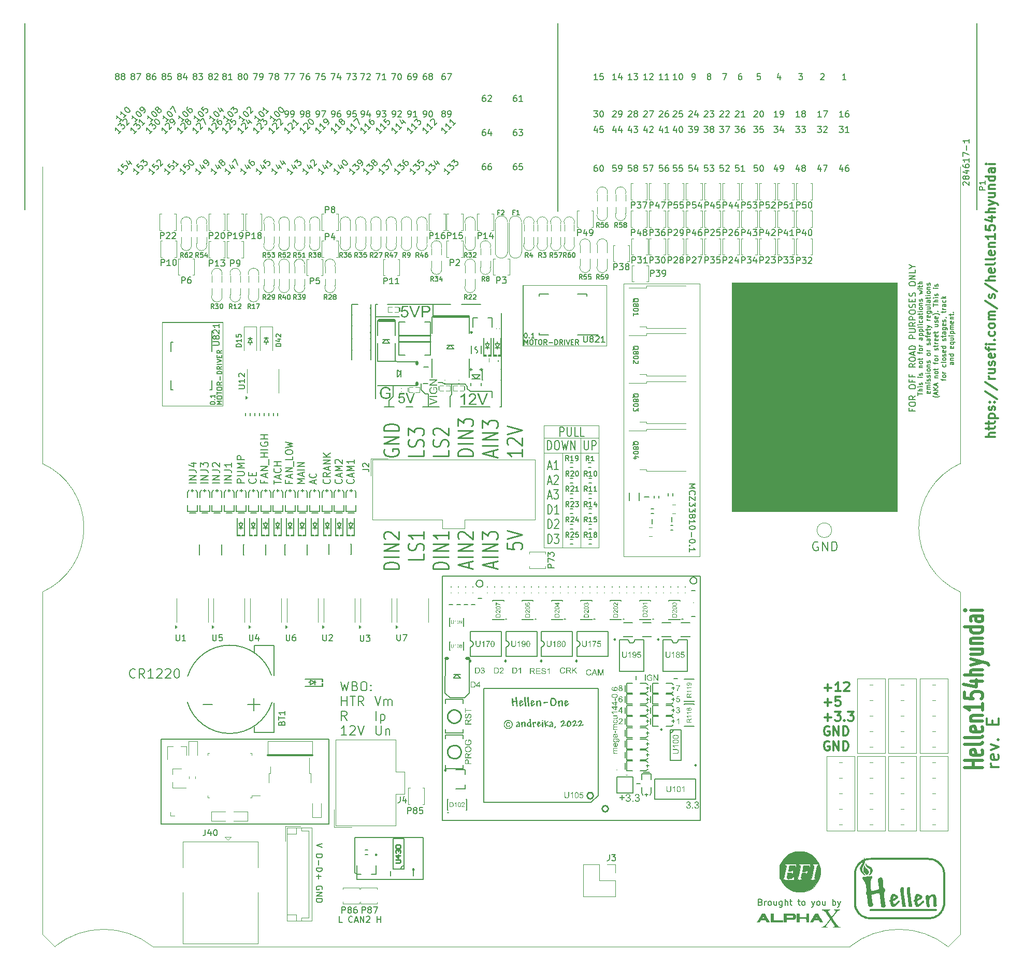
<source format=gto>
G75*
G70*
%OFA0B0*%
%FSLAX25Y25*%
%IPPOS*%
%LPD*%
%AMOC8*
5,1,8,0,0,1.08239X$1,22.5*
%
%ADD10C,0.00787*%
%ADD101C,0.01968*%
%ADD157C,0.01000*%
%ADD158C,0.00300*%
%ADD80C,0.01575*%
%ADD82C,0.01969*%
%ADD83C,0.00591*%
%ADD84C,0.00984*%
%ADD88C,0.00472*%
%ADD89C,0.00709*%
%ADD90C,0.01181*%
%ADD91C,0.00669*%
%ADD92C,0.00500*%
%ADD93C,0.00000*%
%ADD94C,0.00800*%
%ADD95C,0.00390*%
%ADD96C,0.00394*%
%ADD97C,0.00010*%
X0000000Y0000000D02*
%LPD*%
G01*
D88*
X0035433Y0019685D02*
X0027559Y0027559D01*
X0027559Y0330709D02*
X0027559Y0522047D01*
X0471260Y0447244D02*
X0577559Y0447244D01*
X0577559Y0300000D01*
X0471260Y0300000D01*
X0471260Y0447244D01*
G36*
X0471260Y0447244D02*
G01*
X0577559Y0447244D01*
X0577559Y0300000D01*
X0471260Y0300000D01*
X0471260Y0447244D01*
G37*
X0362076Y0337505D02*
X0362076Y0276481D01*
X0027559Y0330709D02*
G75*
G02*
X0027559Y0248031I-018744J-041339D01*
G01*
X0618110Y0027559D02*
X0610236Y0019685D01*
X0385698Y0347348D02*
X0350265Y0347348D01*
X0035433Y0019685D02*
G75*
G02*
X0098425Y0019685I0031496J-039142D01*
G01*
X0618110Y0248031D02*
X0618110Y0027559D01*
X0027559Y0027559D02*
X0027559Y0248031D01*
X0618110Y0248031D02*
G75*
G02*
X0618110Y0330709I0018744J0041339D01*
G01*
X0547244Y0019685D02*
X0098425Y0019685D01*
X0547244Y0019685D02*
G75*
G02*
X0610236Y0019685I0031496J-039142D01*
G01*
X0373887Y0276481D02*
X0373887Y0347348D01*
X0350265Y0276481D02*
X0385698Y0276481D01*
X0618110Y0522047D02*
X0618110Y0330709D01*
X0385698Y0276481D02*
X0385698Y0355222D01*
X0385698Y0355222D02*
X0350265Y0355222D01*
X0350265Y0337505D02*
X0385698Y0337505D01*
X0350265Y0355222D02*
X0350265Y0276481D01*
D89*
X0126444Y0318074D02*
X0121720Y0318074D01*
X0126444Y0320323D02*
X0121720Y0320323D01*
X0121720Y0320323D02*
X0126444Y0323023D01*
X0126444Y0323023D02*
X0121720Y0323023D01*
X0121720Y0326623D02*
X0125095Y0326623D01*
X0125095Y0326623D02*
X0125769Y0326398D01*
X0125769Y0326398D02*
X0126219Y0325948D01*
X0126219Y0325948D02*
X0126444Y0325273D01*
X0126444Y0325273D02*
X0126444Y0324823D01*
X0123295Y0330897D02*
X0126444Y0330897D01*
X0121495Y0329772D02*
X0124870Y0328647D01*
X0124870Y0328647D02*
X0124870Y0331572D01*
X0134050Y0318074D02*
X0129326Y0318074D01*
X0134050Y0320323D02*
X0129326Y0320323D01*
X0129326Y0320323D02*
X0134050Y0323023D01*
X0134050Y0323023D02*
X0129326Y0323023D01*
X0129326Y0326623D02*
X0132701Y0326623D01*
X0132701Y0326623D02*
X0133375Y0326398D01*
X0133375Y0326398D02*
X0133825Y0325948D01*
X0133825Y0325948D02*
X0134050Y0325273D01*
X0134050Y0325273D02*
X0134050Y0324823D01*
X0129326Y0328422D02*
X0129326Y0331347D01*
X0129326Y0331347D02*
X0131126Y0329772D01*
X0131126Y0329772D02*
X0131126Y0330447D01*
X0131126Y0330447D02*
X0131351Y0330897D01*
X0131351Y0330897D02*
X0131576Y0331122D01*
X0131576Y0331122D02*
X0132026Y0331347D01*
X0132026Y0331347D02*
X0133151Y0331347D01*
X0133151Y0331347D02*
X0133600Y0331122D01*
X0133600Y0331122D02*
X0133825Y0330897D01*
X0133825Y0330897D02*
X0134050Y0330447D01*
X0134050Y0330447D02*
X0134050Y0329097D01*
X0134050Y0329097D02*
X0133825Y0328647D01*
X0133825Y0328647D02*
X0133600Y0328422D01*
X0141656Y0318074D02*
X0136932Y0318074D01*
X0141656Y0320323D02*
X0136932Y0320323D01*
X0136932Y0320323D02*
X0141656Y0323023D01*
X0141656Y0323023D02*
X0136932Y0323023D01*
X0136932Y0326623D02*
X0140307Y0326623D01*
X0140307Y0326623D02*
X0140982Y0326398D01*
X0140982Y0326398D02*
X0141431Y0325948D01*
X0141431Y0325948D02*
X0141656Y0325273D01*
X0141656Y0325273D02*
X0141656Y0324823D01*
X0137382Y0328647D02*
X0137157Y0328872D01*
X0137157Y0328872D02*
X0136932Y0329322D01*
X0136932Y0329322D02*
X0136932Y0330447D01*
X0136932Y0330447D02*
X0137157Y0330897D01*
X0137157Y0330897D02*
X0137382Y0331122D01*
X0137382Y0331122D02*
X0137832Y0331347D01*
X0137832Y0331347D02*
X0138282Y0331347D01*
X0138282Y0331347D02*
X0138957Y0331122D01*
X0138957Y0331122D02*
X0141656Y0328422D01*
X0141656Y0328422D02*
X0141656Y0331347D01*
X0149262Y0318074D02*
X0144538Y0318074D01*
X0149262Y0320323D02*
X0144538Y0320323D01*
X0144538Y0320323D02*
X0149262Y0323023D01*
X0149262Y0323023D02*
X0144538Y0323023D01*
X0144538Y0326623D02*
X0147913Y0326623D01*
X0147913Y0326623D02*
X0148588Y0326398D01*
X0148588Y0326398D02*
X0149037Y0325948D01*
X0149037Y0325948D02*
X0149262Y0325273D01*
X0149262Y0325273D02*
X0149262Y0324823D01*
X0149262Y0331347D02*
X0149262Y0328647D01*
X0149262Y0329997D02*
X0144538Y0329997D01*
X0144538Y0329997D02*
X0145213Y0329547D01*
X0145213Y0329547D02*
X0145663Y0329097D01*
X0145663Y0329097D02*
X0145888Y0328647D01*
D10*
X0087277Y0193147D02*
X0086996Y0192866D01*
X0086996Y0192866D02*
X0086152Y0192585D01*
X0086152Y0192585D02*
X0085590Y0192585D01*
X0085590Y0192585D02*
X0084746Y0192866D01*
X0084746Y0192866D02*
X0084184Y0193428D01*
X0084184Y0193428D02*
X0083903Y0193991D01*
X0083903Y0193991D02*
X0083621Y0195115D01*
X0083621Y0195115D02*
X0083621Y0195959D01*
X0083621Y0195959D02*
X0083903Y0197084D01*
X0083903Y0197084D02*
X0084184Y0197646D01*
X0084184Y0197646D02*
X0084746Y0198209D01*
X0084746Y0198209D02*
X0085590Y0198490D01*
X0085590Y0198490D02*
X0086152Y0198490D01*
X0086152Y0198490D02*
X0086996Y0198209D01*
X0086996Y0198209D02*
X0087277Y0197928D01*
X0093183Y0192585D02*
X0091214Y0195397D01*
X0089808Y0192585D02*
X0089808Y0198490D01*
X0089808Y0198490D02*
X0092058Y0198490D01*
X0092058Y0198490D02*
X0092620Y0198209D01*
X0092620Y0198209D02*
X0092902Y0197928D01*
X0092902Y0197928D02*
X0093183Y0197365D01*
X0093183Y0197365D02*
X0093183Y0196522D01*
X0093183Y0196522D02*
X0092902Y0195959D01*
X0092902Y0195959D02*
X0092620Y0195678D01*
X0092620Y0195678D02*
X0092058Y0195397D01*
X0092058Y0195397D02*
X0089808Y0195397D01*
X0098807Y0192585D02*
X0095432Y0192585D01*
X0097120Y0192585D02*
X0097120Y0198490D01*
X0097120Y0198490D02*
X0096557Y0197646D01*
X0096557Y0197646D02*
X0095995Y0197084D01*
X0095995Y0197084D02*
X0095432Y0196803D01*
X0101057Y0197928D02*
X0101338Y0198209D01*
X0101338Y0198209D02*
X0101900Y0198490D01*
X0101900Y0198490D02*
X0103306Y0198490D01*
X0103306Y0198490D02*
X0103869Y0198209D01*
X0103869Y0198209D02*
X0104150Y0197928D01*
X0104150Y0197928D02*
X0104431Y0197365D01*
X0104431Y0197365D02*
X0104431Y0196803D01*
X0104431Y0196803D02*
X0104150Y0195959D01*
X0104150Y0195959D02*
X0100776Y0192585D01*
X0100776Y0192585D02*
X0104431Y0192585D01*
X0106681Y0197928D02*
X0106962Y0198209D01*
X0106962Y0198209D02*
X0107525Y0198490D01*
X0107525Y0198490D02*
X0108931Y0198490D01*
X0108931Y0198490D02*
X0109493Y0198209D01*
X0109493Y0198209D02*
X0109774Y0197928D01*
X0109774Y0197928D02*
X0110056Y0197365D01*
X0110056Y0197365D02*
X0110056Y0196803D01*
X0110056Y0196803D02*
X0109774Y0195959D01*
X0109774Y0195959D02*
X0106400Y0192585D01*
X0106400Y0192585D02*
X0110056Y0192585D01*
X0113711Y0198490D02*
X0114274Y0198490D01*
X0114274Y0198490D02*
X0114836Y0198209D01*
X0114836Y0198209D02*
X0115118Y0197928D01*
X0115118Y0197928D02*
X0115399Y0197365D01*
X0115399Y0197365D02*
X0115680Y0196240D01*
X0115680Y0196240D02*
X0115680Y0194834D01*
X0115680Y0194834D02*
X0115399Y0193709D01*
X0115399Y0193709D02*
X0115118Y0193147D01*
X0115118Y0193147D02*
X0114836Y0192866D01*
X0114836Y0192866D02*
X0114274Y0192585D01*
X0114274Y0192585D02*
X0113711Y0192585D01*
X0113711Y0192585D02*
X0113149Y0192866D01*
X0113149Y0192866D02*
X0112868Y0193147D01*
X0112868Y0193147D02*
X0112587Y0193709D01*
X0112587Y0193709D02*
X0112305Y0194834D01*
X0112305Y0194834D02*
X0112305Y0196240D01*
X0112305Y0196240D02*
X0112587Y0197365D01*
X0112587Y0197365D02*
X0112868Y0197928D01*
X0112868Y0197928D02*
X0113149Y0198209D01*
X0113149Y0198209D02*
X0113711Y0198490D01*
D84*
X0247640Y0339757D02*
X0247171Y0339007D01*
X0247171Y0339007D02*
X0247171Y0337882D01*
X0247171Y0337882D02*
X0247640Y0336757D01*
X0247640Y0336757D02*
X0248577Y0336007D01*
X0248577Y0336007D02*
X0249514Y0335633D01*
X0249514Y0335633D02*
X0251389Y0335258D01*
X0251389Y0335258D02*
X0252795Y0335258D01*
X0252795Y0335258D02*
X0254670Y0335633D01*
X0254670Y0335633D02*
X0255607Y0336007D01*
X0255607Y0336007D02*
X0256545Y0336757D01*
X0256545Y0336757D02*
X0257013Y0337882D01*
X0257013Y0337882D02*
X0257013Y0338632D01*
X0257013Y0338632D02*
X0256545Y0339757D01*
X0256545Y0339757D02*
X0256076Y0340132D01*
X0256076Y0340132D02*
X0252795Y0340132D01*
X0252795Y0340132D02*
X0252795Y0338632D01*
X0257013Y0343507D02*
X0247171Y0343507D01*
X0247171Y0343507D02*
X0257013Y0348006D01*
X0257013Y0348006D02*
X0247171Y0348006D01*
X0257013Y0351756D02*
X0247171Y0351756D01*
X0247171Y0351756D02*
X0247171Y0353630D01*
X0247171Y0353630D02*
X0247640Y0354755D01*
X0247640Y0354755D02*
X0248577Y0355505D01*
X0248577Y0355505D02*
X0249514Y0355880D01*
X0249514Y0355880D02*
X0251389Y0356255D01*
X0251389Y0356255D02*
X0252795Y0356255D01*
X0252795Y0356255D02*
X0254670Y0355880D01*
X0254670Y0355880D02*
X0255607Y0355505D01*
X0255607Y0355505D02*
X0256545Y0354755D01*
X0256545Y0354755D02*
X0257013Y0353630D01*
X0257013Y0353630D02*
X0257013Y0351756D01*
X0272859Y0339382D02*
X0272859Y0335633D01*
X0272859Y0335633D02*
X0263017Y0335633D01*
X0272391Y0341632D02*
X0272859Y0342757D01*
X0272859Y0342757D02*
X0272859Y0344631D01*
X0272859Y0344631D02*
X0272391Y0345381D01*
X0272391Y0345381D02*
X0271922Y0345756D01*
X0271922Y0345756D02*
X0270985Y0346131D01*
X0270985Y0346131D02*
X0270047Y0346131D01*
X0270047Y0346131D02*
X0269110Y0345756D01*
X0269110Y0345756D02*
X0268641Y0345381D01*
X0268641Y0345381D02*
X0268172Y0344631D01*
X0268172Y0344631D02*
X0267704Y0343132D01*
X0267704Y0343132D02*
X0267235Y0342382D01*
X0267235Y0342382D02*
X0266766Y0342007D01*
X0266766Y0342007D02*
X0265829Y0341632D01*
X0265829Y0341632D02*
X0264892Y0341632D01*
X0264892Y0341632D02*
X0263954Y0342007D01*
X0263954Y0342007D02*
X0263485Y0342382D01*
X0263485Y0342382D02*
X0263017Y0343132D01*
X0263017Y0343132D02*
X0263017Y0345006D01*
X0263017Y0345006D02*
X0263485Y0346131D01*
X0263017Y0348756D02*
X0263017Y0353630D01*
X0263017Y0353630D02*
X0266766Y0351006D01*
X0266766Y0351006D02*
X0266766Y0352130D01*
X0266766Y0352130D02*
X0267235Y0352880D01*
X0267235Y0352880D02*
X0267704Y0353255D01*
X0267704Y0353255D02*
X0268641Y0353630D01*
X0268641Y0353630D02*
X0270985Y0353630D01*
X0270985Y0353630D02*
X0271922Y0353255D01*
X0271922Y0353255D02*
X0272391Y0352880D01*
X0272391Y0352880D02*
X0272859Y0352130D01*
X0272859Y0352130D02*
X0272859Y0349881D01*
X0272859Y0349881D02*
X0272391Y0349131D01*
X0272391Y0349131D02*
X0271922Y0348756D01*
X0288705Y0339382D02*
X0288705Y0335633D01*
X0288705Y0335633D02*
X0278863Y0335633D01*
X0288236Y0341632D02*
X0288705Y0342757D01*
X0288705Y0342757D02*
X0288705Y0344631D01*
X0288705Y0344631D02*
X0288236Y0345381D01*
X0288236Y0345381D02*
X0287768Y0345756D01*
X0287768Y0345756D02*
X0286830Y0346131D01*
X0286830Y0346131D02*
X0285893Y0346131D01*
X0285893Y0346131D02*
X0284956Y0345756D01*
X0284956Y0345756D02*
X0284487Y0345381D01*
X0284487Y0345381D02*
X0284018Y0344631D01*
X0284018Y0344631D02*
X0283550Y0343132D01*
X0283550Y0343132D02*
X0283081Y0342382D01*
X0283081Y0342382D02*
X0282612Y0342007D01*
X0282612Y0342007D02*
X0281675Y0341632D01*
X0281675Y0341632D02*
X0280737Y0341632D01*
X0280737Y0341632D02*
X0279800Y0342007D01*
X0279800Y0342007D02*
X0279331Y0342382D01*
X0279331Y0342382D02*
X0278863Y0343132D01*
X0278863Y0343132D02*
X0278863Y0345006D01*
X0278863Y0345006D02*
X0279331Y0346131D01*
X0279800Y0349131D02*
X0279331Y0349506D01*
X0279331Y0349506D02*
X0278863Y0350256D01*
X0278863Y0350256D02*
X0278863Y0352130D01*
X0278863Y0352130D02*
X0279331Y0352880D01*
X0279331Y0352880D02*
X0279800Y0353255D01*
X0279800Y0353255D02*
X0280737Y0353630D01*
X0280737Y0353630D02*
X0281675Y0353630D01*
X0281675Y0353630D02*
X0283081Y0353255D01*
X0283081Y0353255D02*
X0288705Y0348756D01*
X0288705Y0348756D02*
X0288705Y0353630D01*
X0304551Y0335633D02*
X0294709Y0335633D01*
X0294709Y0335633D02*
X0294709Y0337507D01*
X0294709Y0337507D02*
X0295177Y0338632D01*
X0295177Y0338632D02*
X0296115Y0339382D01*
X0296115Y0339382D02*
X0297052Y0339757D01*
X0297052Y0339757D02*
X0298927Y0340132D01*
X0298927Y0340132D02*
X0300333Y0340132D01*
X0300333Y0340132D02*
X0302208Y0339757D01*
X0302208Y0339757D02*
X0303145Y0339382D01*
X0303145Y0339382D02*
X0304082Y0338632D01*
X0304082Y0338632D02*
X0304551Y0337507D01*
X0304551Y0337507D02*
X0304551Y0335633D01*
X0304551Y0343507D02*
X0294709Y0343507D01*
X0304551Y0347256D02*
X0294709Y0347256D01*
X0294709Y0347256D02*
X0304551Y0351756D01*
X0304551Y0351756D02*
X0294709Y0351756D01*
X0294709Y0354755D02*
X0294709Y0359630D01*
X0294709Y0359630D02*
X0298458Y0357005D01*
X0298458Y0357005D02*
X0298458Y0358130D01*
X0298458Y0358130D02*
X0298927Y0358880D01*
X0298927Y0358880D02*
X0299395Y0359255D01*
X0299395Y0359255D02*
X0300333Y0359630D01*
X0300333Y0359630D02*
X0302676Y0359630D01*
X0302676Y0359630D02*
X0303614Y0359255D01*
X0303614Y0359255D02*
X0304082Y0358880D01*
X0304082Y0358880D02*
X0304551Y0358130D01*
X0304551Y0358130D02*
X0304551Y0355880D01*
X0304551Y0355880D02*
X0304082Y0355130D01*
X0304082Y0355130D02*
X0303614Y0354755D01*
X0317585Y0335258D02*
X0317585Y0339007D01*
X0320397Y0334508D02*
X0310554Y0337132D01*
X0310554Y0337132D02*
X0320397Y0339757D01*
X0320397Y0342382D02*
X0310554Y0342382D01*
X0320397Y0346131D02*
X0310554Y0346131D01*
X0310554Y0346131D02*
X0320397Y0350631D01*
X0320397Y0350631D02*
X0310554Y0350631D01*
X0310554Y0353630D02*
X0310554Y0358505D01*
X0310554Y0358505D02*
X0314304Y0355880D01*
X0314304Y0355880D02*
X0314304Y0357005D01*
X0314304Y0357005D02*
X0314773Y0357755D01*
X0314773Y0357755D02*
X0315241Y0358130D01*
X0315241Y0358130D02*
X0316179Y0358505D01*
X0316179Y0358505D02*
X0318522Y0358505D01*
X0318522Y0358505D02*
X0319460Y0358130D01*
X0319460Y0358130D02*
X0319928Y0357755D01*
X0319928Y0357755D02*
X0320397Y0357005D01*
X0320397Y0357005D02*
X0320397Y0354755D01*
X0320397Y0354755D02*
X0319928Y0354005D01*
X0319928Y0354005D02*
X0319460Y0353630D01*
X0336243Y0339757D02*
X0336243Y0335258D01*
X0336243Y0337507D02*
X0326400Y0337507D01*
X0326400Y0337507D02*
X0327806Y0336757D01*
X0327806Y0336757D02*
X0328744Y0336007D01*
X0328744Y0336007D02*
X0329213Y0335258D01*
X0327338Y0342757D02*
X0326869Y0343132D01*
X0326869Y0343132D02*
X0326400Y0343882D01*
X0326400Y0343882D02*
X0326400Y0345756D01*
X0326400Y0345756D02*
X0326869Y0346506D01*
X0326869Y0346506D02*
X0327338Y0346881D01*
X0327338Y0346881D02*
X0328275Y0347256D01*
X0328275Y0347256D02*
X0329213Y0347256D01*
X0329213Y0347256D02*
X0330619Y0346881D01*
X0330619Y0346881D02*
X0336243Y0342382D01*
X0336243Y0342382D02*
X0336243Y0347256D01*
X0326400Y0349506D02*
X0336243Y0352130D01*
X0336243Y0352130D02*
X0326400Y0354755D01*
D89*
X0360446Y0348299D02*
X0360446Y0354205D01*
X0360446Y0354205D02*
X0362246Y0354205D01*
X0362246Y0354205D02*
X0362696Y0353923D01*
X0362696Y0353923D02*
X0362921Y0353642D01*
X0362921Y0353642D02*
X0363146Y0353080D01*
X0363146Y0353080D02*
X0363146Y0352236D01*
X0363146Y0352236D02*
X0362921Y0351674D01*
X0362921Y0351674D02*
X0362696Y0351392D01*
X0362696Y0351392D02*
X0362246Y0351111D01*
X0362246Y0351111D02*
X0360446Y0351111D01*
X0365170Y0354205D02*
X0365170Y0349424D01*
X0365170Y0349424D02*
X0365395Y0348861D01*
X0365395Y0348861D02*
X0365620Y0348580D01*
X0365620Y0348580D02*
X0366070Y0348299D01*
X0366070Y0348299D02*
X0366970Y0348299D01*
X0366970Y0348299D02*
X0367420Y0348580D01*
X0367420Y0348580D02*
X0367645Y0348861D01*
X0367645Y0348861D02*
X0367870Y0349424D01*
X0367870Y0349424D02*
X0367870Y0354205D01*
X0372370Y0348299D02*
X0370120Y0348299D01*
X0370120Y0348299D02*
X0370120Y0354205D01*
X0376194Y0348299D02*
X0373944Y0348299D01*
X0373944Y0348299D02*
X0373944Y0354205D01*
D84*
X0257013Y0262793D02*
X0247171Y0262793D01*
X0247171Y0262793D02*
X0247171Y0264667D01*
X0247171Y0264667D02*
X0247640Y0265792D01*
X0247640Y0265792D02*
X0248577Y0266542D01*
X0248577Y0266542D02*
X0249514Y0266917D01*
X0249514Y0266917D02*
X0251389Y0267292D01*
X0251389Y0267292D02*
X0252795Y0267292D01*
X0252795Y0267292D02*
X0254670Y0266917D01*
X0254670Y0266917D02*
X0255607Y0266542D01*
X0255607Y0266542D02*
X0256545Y0265792D01*
X0256545Y0265792D02*
X0257013Y0264667D01*
X0257013Y0264667D02*
X0257013Y0262793D01*
X0257013Y0270667D02*
X0247171Y0270667D01*
X0257013Y0274416D02*
X0247171Y0274416D01*
X0247171Y0274416D02*
X0257013Y0278916D01*
X0257013Y0278916D02*
X0247171Y0278916D01*
X0248108Y0282290D02*
X0247640Y0282665D01*
X0247640Y0282665D02*
X0247171Y0283415D01*
X0247171Y0283415D02*
X0247171Y0285290D01*
X0247171Y0285290D02*
X0247640Y0286040D01*
X0247640Y0286040D02*
X0248108Y0286415D01*
X0248108Y0286415D02*
X0249046Y0286790D01*
X0249046Y0286790D02*
X0249983Y0286790D01*
X0249983Y0286790D02*
X0251389Y0286415D01*
X0251389Y0286415D02*
X0257013Y0281915D01*
X0257013Y0281915D02*
X0257013Y0286790D01*
X0272859Y0272541D02*
X0272859Y0268792D01*
X0272859Y0268792D02*
X0263017Y0268792D01*
X0272391Y0274791D02*
X0272859Y0275916D01*
X0272859Y0275916D02*
X0272859Y0277791D01*
X0272859Y0277791D02*
X0272391Y0278541D01*
X0272391Y0278541D02*
X0271922Y0278916D01*
X0271922Y0278916D02*
X0270985Y0279291D01*
X0270985Y0279291D02*
X0270047Y0279291D01*
X0270047Y0279291D02*
X0269110Y0278916D01*
X0269110Y0278916D02*
X0268641Y0278541D01*
X0268641Y0278541D02*
X0268172Y0277791D01*
X0268172Y0277791D02*
X0267704Y0276291D01*
X0267704Y0276291D02*
X0267235Y0275541D01*
X0267235Y0275541D02*
X0266766Y0275166D01*
X0266766Y0275166D02*
X0265829Y0274791D01*
X0265829Y0274791D02*
X0264892Y0274791D01*
X0264892Y0274791D02*
X0263954Y0275166D01*
X0263954Y0275166D02*
X0263485Y0275541D01*
X0263485Y0275541D02*
X0263017Y0276291D01*
X0263017Y0276291D02*
X0263017Y0278166D01*
X0263017Y0278166D02*
X0263485Y0279291D01*
X0272859Y0286790D02*
X0272859Y0282290D01*
X0272859Y0284540D02*
X0263017Y0284540D01*
X0263017Y0284540D02*
X0264423Y0283790D01*
X0264423Y0283790D02*
X0265360Y0283040D01*
X0265360Y0283040D02*
X0265829Y0282290D01*
X0288705Y0262793D02*
X0278863Y0262793D01*
X0278863Y0262793D02*
X0278863Y0264667D01*
X0278863Y0264667D02*
X0279331Y0265792D01*
X0279331Y0265792D02*
X0280269Y0266542D01*
X0280269Y0266542D02*
X0281206Y0266917D01*
X0281206Y0266917D02*
X0283081Y0267292D01*
X0283081Y0267292D02*
X0284487Y0267292D01*
X0284487Y0267292D02*
X0286362Y0266917D01*
X0286362Y0266917D02*
X0287299Y0266542D01*
X0287299Y0266542D02*
X0288236Y0265792D01*
X0288236Y0265792D02*
X0288705Y0264667D01*
X0288705Y0264667D02*
X0288705Y0262793D01*
X0288705Y0270667D02*
X0278863Y0270667D01*
X0288705Y0274416D02*
X0278863Y0274416D01*
X0278863Y0274416D02*
X0288705Y0278916D01*
X0288705Y0278916D02*
X0278863Y0278916D01*
X0288705Y0286790D02*
X0288705Y0282290D01*
X0288705Y0284540D02*
X0278863Y0284540D01*
X0278863Y0284540D02*
X0280269Y0283790D01*
X0280269Y0283790D02*
X0281206Y0283040D01*
X0281206Y0283040D02*
X0281675Y0282290D01*
X0301739Y0263543D02*
X0301739Y0267292D01*
X0304551Y0262793D02*
X0294709Y0265417D01*
X0294709Y0265417D02*
X0304551Y0268042D01*
X0304551Y0270667D02*
X0294709Y0270667D01*
X0304551Y0274416D02*
X0294709Y0274416D01*
X0294709Y0274416D02*
X0304551Y0278916D01*
X0304551Y0278916D02*
X0294709Y0278916D01*
X0295646Y0282290D02*
X0295177Y0282665D01*
X0295177Y0282665D02*
X0294709Y0283415D01*
X0294709Y0283415D02*
X0294709Y0285290D01*
X0294709Y0285290D02*
X0295177Y0286040D01*
X0295177Y0286040D02*
X0295646Y0286415D01*
X0295646Y0286415D02*
X0296583Y0286790D01*
X0296583Y0286790D02*
X0297521Y0286790D01*
X0297521Y0286790D02*
X0298927Y0286415D01*
X0298927Y0286415D02*
X0304551Y0281915D01*
X0304551Y0281915D02*
X0304551Y0286790D01*
X0317585Y0263543D02*
X0317585Y0267292D01*
X0320397Y0262793D02*
X0310554Y0265417D01*
X0310554Y0265417D02*
X0320397Y0268042D01*
X0320397Y0270667D02*
X0310554Y0270667D01*
X0320397Y0274416D02*
X0310554Y0274416D01*
X0310554Y0274416D02*
X0320397Y0278916D01*
X0320397Y0278916D02*
X0310554Y0278916D01*
X0310554Y0281915D02*
X0310554Y0286790D01*
X0310554Y0286790D02*
X0314304Y0284165D01*
X0314304Y0284165D02*
X0314304Y0285290D01*
X0314304Y0285290D02*
X0314773Y0286040D01*
X0314773Y0286040D02*
X0315241Y0286415D01*
X0315241Y0286415D02*
X0316179Y0286790D01*
X0316179Y0286790D02*
X0318522Y0286790D01*
X0318522Y0286790D02*
X0319460Y0286415D01*
X0319460Y0286415D02*
X0319928Y0286040D01*
X0319928Y0286040D02*
X0320397Y0285290D01*
X0320397Y0285290D02*
X0320397Y0283040D01*
X0320397Y0283040D02*
X0319928Y0282290D01*
X0319928Y0282290D02*
X0319460Y0281915D01*
X0326400Y0279666D02*
X0326400Y0275916D01*
X0326400Y0275916D02*
X0331087Y0275541D01*
X0331087Y0275541D02*
X0330619Y0275916D01*
X0330619Y0275916D02*
X0330150Y0276666D01*
X0330150Y0276666D02*
X0330150Y0278541D01*
X0330150Y0278541D02*
X0330619Y0279291D01*
X0330619Y0279291D02*
X0331087Y0279666D01*
X0331087Y0279666D02*
X0332025Y0280041D01*
X0332025Y0280041D02*
X0334368Y0280041D01*
X0334368Y0280041D02*
X0335306Y0279666D01*
X0335306Y0279666D02*
X0335774Y0279291D01*
X0335774Y0279291D02*
X0336243Y0278541D01*
X0336243Y0278541D02*
X0336243Y0276666D01*
X0336243Y0276666D02*
X0335774Y0275916D01*
X0335774Y0275916D02*
X0335306Y0275541D01*
X0326400Y0282290D02*
X0336243Y0284915D01*
X0336243Y0284915D02*
X0326400Y0287540D01*
D83*
X0220454Y0035217D02*
X0218579Y0035217D01*
X0218579Y0035217D02*
X0218579Y0039154D01*
X0227015Y0035592D02*
X0226828Y0035405D01*
X0226828Y0035405D02*
X0226265Y0035217D01*
X0226265Y0035217D02*
X0225891Y0035217D01*
X0225891Y0035217D02*
X0225328Y0035405D01*
X0225328Y0035405D02*
X0224953Y0035780D01*
X0224953Y0035780D02*
X0224766Y0036155D01*
X0224766Y0036155D02*
X0224578Y0036905D01*
X0224578Y0036905D02*
X0224578Y0037467D01*
X0224578Y0037467D02*
X0224766Y0038217D01*
X0224766Y0038217D02*
X0224953Y0038592D01*
X0224953Y0038592D02*
X0225328Y0038967D01*
X0225328Y0038967D02*
X0225891Y0039154D01*
X0225891Y0039154D02*
X0226265Y0039154D01*
X0226265Y0039154D02*
X0226828Y0038967D01*
X0226828Y0038967D02*
X0227015Y0038779D01*
X0228515Y0036342D02*
X0230390Y0036342D01*
X0228140Y0035217D02*
X0229453Y0039154D01*
X0229453Y0039154D02*
X0230765Y0035217D01*
X0232077Y0035217D02*
X0232077Y0039154D01*
X0232077Y0039154D02*
X0234327Y0035217D01*
X0234327Y0035217D02*
X0234327Y0039154D01*
X0236014Y0038779D02*
X0236202Y0038967D01*
X0236202Y0038967D02*
X0236577Y0039154D01*
X0236577Y0039154D02*
X0237514Y0039154D01*
X0237514Y0039154D02*
X0237889Y0038967D01*
X0237889Y0038967D02*
X0238076Y0038779D01*
X0238076Y0038779D02*
X0238264Y0038404D01*
X0238264Y0038404D02*
X0238264Y0038029D01*
X0238264Y0038029D02*
X0238076Y0037467D01*
X0238076Y0037467D02*
X0235827Y0035217D01*
X0235827Y0035217D02*
X0238264Y0035217D01*
X0242951Y0035217D02*
X0242951Y0039154D01*
X0242951Y0037279D02*
X0245201Y0037279D01*
X0245201Y0035217D02*
X0245201Y0039154D01*
D90*
X0640466Y0347947D02*
X0634560Y0347947D01*
X0640466Y0350478D02*
X0637372Y0350478D01*
X0637372Y0350478D02*
X0636810Y0350197D01*
X0636810Y0350197D02*
X0636529Y0349634D01*
X0636529Y0349634D02*
X0636529Y0348791D01*
X0636529Y0348791D02*
X0636810Y0348228D01*
X0636810Y0348228D02*
X0637091Y0347947D01*
X0636529Y0352447D02*
X0636529Y0354696D01*
X0634560Y0353290D02*
X0639622Y0353290D01*
X0639622Y0353290D02*
X0640185Y0353571D01*
X0640185Y0353571D02*
X0640466Y0354134D01*
X0640466Y0354134D02*
X0640466Y0354696D01*
X0636529Y0355821D02*
X0636529Y0358071D01*
X0634560Y0356665D02*
X0639622Y0356665D01*
X0639622Y0356665D02*
X0640185Y0356946D01*
X0640185Y0356946D02*
X0640466Y0357508D01*
X0640466Y0357508D02*
X0640466Y0358071D01*
X0636529Y0360039D02*
X0642434Y0360039D01*
X0636810Y0360039D02*
X0636529Y0360602D01*
X0636529Y0360602D02*
X0636529Y0361727D01*
X0636529Y0361727D02*
X0636810Y0362289D01*
X0636810Y0362289D02*
X0637091Y0362570D01*
X0637091Y0362570D02*
X0637654Y0362852D01*
X0637654Y0362852D02*
X0639341Y0362852D01*
X0639341Y0362852D02*
X0639903Y0362570D01*
X0639903Y0362570D02*
X0640185Y0362289D01*
X0640185Y0362289D02*
X0640466Y0361727D01*
X0640466Y0361727D02*
X0640466Y0360602D01*
X0640466Y0360602D02*
X0640185Y0360039D01*
X0640185Y0365101D02*
X0640466Y0365664D01*
X0640466Y0365664D02*
X0640466Y0366789D01*
X0640466Y0366789D02*
X0640185Y0367351D01*
X0640185Y0367351D02*
X0639622Y0367632D01*
X0639622Y0367632D02*
X0639341Y0367632D01*
X0639341Y0367632D02*
X0638779Y0367351D01*
X0638779Y0367351D02*
X0638497Y0366789D01*
X0638497Y0366789D02*
X0638497Y0365945D01*
X0638497Y0365945D02*
X0638216Y0365382D01*
X0638216Y0365382D02*
X0637654Y0365101D01*
X0637654Y0365101D02*
X0637372Y0365101D01*
X0637372Y0365101D02*
X0636810Y0365382D01*
X0636810Y0365382D02*
X0636529Y0365945D01*
X0636529Y0365945D02*
X0636529Y0366789D01*
X0636529Y0366789D02*
X0636810Y0367351D01*
X0639903Y0370163D02*
X0640185Y0370444D01*
X0640185Y0370444D02*
X0640466Y0370163D01*
X0640466Y0370163D02*
X0640185Y0369882D01*
X0640185Y0369882D02*
X0639903Y0370163D01*
X0639903Y0370163D02*
X0640466Y0370163D01*
X0636810Y0370163D02*
X0637091Y0370444D01*
X0637091Y0370444D02*
X0637372Y0370163D01*
X0637372Y0370163D02*
X0637091Y0369882D01*
X0637091Y0369882D02*
X0636810Y0370163D01*
X0636810Y0370163D02*
X0637372Y0370163D01*
X0634279Y0377193D02*
X0641872Y0372132D01*
X0634279Y0383380D02*
X0641872Y0378318D01*
X0640466Y0385349D02*
X0636529Y0385349D01*
X0637654Y0385349D02*
X0637091Y0385630D01*
X0637091Y0385630D02*
X0636810Y0385911D01*
X0636810Y0385911D02*
X0636529Y0386474D01*
X0636529Y0386474D02*
X0636529Y0387036D01*
X0636529Y0391535D02*
X0640466Y0391535D01*
X0636529Y0389005D02*
X0639622Y0389005D01*
X0639622Y0389005D02*
X0640185Y0389286D01*
X0640185Y0389286D02*
X0640466Y0389848D01*
X0640466Y0389848D02*
X0640466Y0390692D01*
X0640466Y0390692D02*
X0640185Y0391254D01*
X0640185Y0391254D02*
X0639903Y0391535D01*
X0640185Y0394066D02*
X0640466Y0394629D01*
X0640466Y0394629D02*
X0640466Y0395754D01*
X0640466Y0395754D02*
X0640185Y0396316D01*
X0640185Y0396316D02*
X0639622Y0396597D01*
X0639622Y0396597D02*
X0639341Y0396597D01*
X0639341Y0396597D02*
X0638779Y0396316D01*
X0638779Y0396316D02*
X0638497Y0395754D01*
X0638497Y0395754D02*
X0638497Y0394910D01*
X0638497Y0394910D02*
X0638216Y0394348D01*
X0638216Y0394348D02*
X0637654Y0394066D01*
X0637654Y0394066D02*
X0637372Y0394066D01*
X0637372Y0394066D02*
X0636810Y0394348D01*
X0636810Y0394348D02*
X0636529Y0394910D01*
X0636529Y0394910D02*
X0636529Y0395754D01*
X0636529Y0395754D02*
X0636810Y0396316D01*
X0640185Y0401378D02*
X0640466Y0400816D01*
X0640466Y0400816D02*
X0640466Y0399691D01*
X0640466Y0399691D02*
X0640185Y0399128D01*
X0640185Y0399128D02*
X0639622Y0398847D01*
X0639622Y0398847D02*
X0637372Y0398847D01*
X0637372Y0398847D02*
X0636810Y0399128D01*
X0636810Y0399128D02*
X0636529Y0399691D01*
X0636529Y0399691D02*
X0636529Y0400816D01*
X0636529Y0400816D02*
X0636810Y0401378D01*
X0636810Y0401378D02*
X0637372Y0401659D01*
X0637372Y0401659D02*
X0637935Y0401659D01*
X0637935Y0401659D02*
X0638497Y0398847D01*
X0636529Y0403346D02*
X0636529Y0405596D01*
X0640466Y0404190D02*
X0635404Y0404190D01*
X0635404Y0404190D02*
X0634842Y0404471D01*
X0634842Y0404471D02*
X0634560Y0405034D01*
X0634560Y0405034D02*
X0634560Y0405596D01*
X0640466Y0407565D02*
X0636529Y0407565D01*
X0634560Y0407565D02*
X0634842Y0407283D01*
X0634842Y0407283D02*
X0635123Y0407565D01*
X0635123Y0407565D02*
X0634842Y0407846D01*
X0634842Y0407846D02*
X0634560Y0407565D01*
X0634560Y0407565D02*
X0635123Y0407565D01*
X0639903Y0410377D02*
X0640185Y0410658D01*
X0640185Y0410658D02*
X0640466Y0410377D01*
X0640466Y0410377D02*
X0640185Y0410096D01*
X0640185Y0410096D02*
X0639903Y0410377D01*
X0639903Y0410377D02*
X0640466Y0410377D01*
X0640185Y0415720D02*
X0640466Y0415157D01*
X0640466Y0415157D02*
X0640466Y0414033D01*
X0640466Y0414033D02*
X0640185Y0413470D01*
X0640185Y0413470D02*
X0639903Y0413189D01*
X0639903Y0413189D02*
X0639341Y0412908D01*
X0639341Y0412908D02*
X0637654Y0412908D01*
X0637654Y0412908D02*
X0637091Y0413189D01*
X0637091Y0413189D02*
X0636810Y0413470D01*
X0636810Y0413470D02*
X0636529Y0414033D01*
X0636529Y0414033D02*
X0636529Y0415157D01*
X0636529Y0415157D02*
X0636810Y0415720D01*
X0640466Y0419094D02*
X0640185Y0418532D01*
X0640185Y0418532D02*
X0639903Y0418251D01*
X0639903Y0418251D02*
X0639341Y0417970D01*
X0639341Y0417970D02*
X0637654Y0417970D01*
X0637654Y0417970D02*
X0637091Y0418251D01*
X0637091Y0418251D02*
X0636810Y0418532D01*
X0636810Y0418532D02*
X0636529Y0419094D01*
X0636529Y0419094D02*
X0636529Y0419938D01*
X0636529Y0419938D02*
X0636810Y0420501D01*
X0636810Y0420501D02*
X0637091Y0420782D01*
X0637091Y0420782D02*
X0637654Y0421063D01*
X0637654Y0421063D02*
X0639341Y0421063D01*
X0639341Y0421063D02*
X0639903Y0420782D01*
X0639903Y0420782D02*
X0640185Y0420501D01*
X0640185Y0420501D02*
X0640466Y0419938D01*
X0640466Y0419938D02*
X0640466Y0419094D01*
X0640466Y0423594D02*
X0636529Y0423594D01*
X0637091Y0423594D02*
X0636810Y0423875D01*
X0636810Y0423875D02*
X0636529Y0424438D01*
X0636529Y0424438D02*
X0636529Y0425281D01*
X0636529Y0425281D02*
X0636810Y0425844D01*
X0636810Y0425844D02*
X0637372Y0426125D01*
X0637372Y0426125D02*
X0640466Y0426125D01*
X0637372Y0426125D02*
X0636810Y0426406D01*
X0636810Y0426406D02*
X0636529Y0426969D01*
X0636529Y0426969D02*
X0636529Y0427812D01*
X0636529Y0427812D02*
X0636810Y0428375D01*
X0636810Y0428375D02*
X0637372Y0428656D01*
X0637372Y0428656D02*
X0640466Y0428656D01*
X0634279Y0435686D02*
X0641872Y0430624D01*
X0640185Y0437373D02*
X0640466Y0437936D01*
X0640466Y0437936D02*
X0640466Y0439061D01*
X0640466Y0439061D02*
X0640185Y0439623D01*
X0640185Y0439623D02*
X0639622Y0439904D01*
X0639622Y0439904D02*
X0639341Y0439904D01*
X0639341Y0439904D02*
X0638779Y0439623D01*
X0638779Y0439623D02*
X0638497Y0439061D01*
X0638497Y0439061D02*
X0638497Y0438217D01*
X0638497Y0438217D02*
X0638216Y0437655D01*
X0638216Y0437655D02*
X0637654Y0437373D01*
X0637654Y0437373D02*
X0637372Y0437373D01*
X0637372Y0437373D02*
X0636810Y0437655D01*
X0636810Y0437655D02*
X0636529Y0438217D01*
X0636529Y0438217D02*
X0636529Y0439061D01*
X0636529Y0439061D02*
X0636810Y0439623D01*
X0634279Y0446654D02*
X0641872Y0441592D01*
X0640466Y0448622D02*
X0634560Y0448622D01*
X0640466Y0451153D02*
X0637372Y0451153D01*
X0637372Y0451153D02*
X0636810Y0450872D01*
X0636810Y0450872D02*
X0636529Y0450309D01*
X0636529Y0450309D02*
X0636529Y0449466D01*
X0636529Y0449466D02*
X0636810Y0448903D01*
X0636810Y0448903D02*
X0637091Y0448622D01*
X0640185Y0456215D02*
X0640466Y0455652D01*
X0640466Y0455652D02*
X0640466Y0454528D01*
X0640466Y0454528D02*
X0640185Y0453965D01*
X0640185Y0453965D02*
X0639622Y0453684D01*
X0639622Y0453684D02*
X0637372Y0453684D01*
X0637372Y0453684D02*
X0636810Y0453965D01*
X0636810Y0453965D02*
X0636529Y0454528D01*
X0636529Y0454528D02*
X0636529Y0455652D01*
X0636529Y0455652D02*
X0636810Y0456215D01*
X0636810Y0456215D02*
X0637372Y0456496D01*
X0637372Y0456496D02*
X0637935Y0456496D01*
X0637935Y0456496D02*
X0638497Y0453684D01*
X0640466Y0459871D02*
X0640185Y0459308D01*
X0640185Y0459308D02*
X0639622Y0459027D01*
X0639622Y0459027D02*
X0634560Y0459027D01*
X0640466Y0462964D02*
X0640185Y0462402D01*
X0640185Y0462402D02*
X0639622Y0462120D01*
X0639622Y0462120D02*
X0634560Y0462120D01*
X0640185Y0467463D02*
X0640466Y0466901D01*
X0640466Y0466901D02*
X0640466Y0465776D01*
X0640466Y0465776D02*
X0640185Y0465214D01*
X0640185Y0465214D02*
X0639622Y0464933D01*
X0639622Y0464933D02*
X0637372Y0464933D01*
X0637372Y0464933D02*
X0636810Y0465214D01*
X0636810Y0465214D02*
X0636529Y0465776D01*
X0636529Y0465776D02*
X0636529Y0466901D01*
X0636529Y0466901D02*
X0636810Y0467463D01*
X0636810Y0467463D02*
X0637372Y0467745D01*
X0637372Y0467745D02*
X0637935Y0467745D01*
X0637935Y0467745D02*
X0638497Y0464933D01*
X0636529Y0470276D02*
X0640466Y0470276D01*
X0637091Y0470276D02*
X0636810Y0470557D01*
X0636810Y0470557D02*
X0636529Y0471119D01*
X0636529Y0471119D02*
X0636529Y0471963D01*
X0636529Y0471963D02*
X0636810Y0472525D01*
X0636810Y0472525D02*
X0637372Y0472807D01*
X0637372Y0472807D02*
X0640466Y0472807D01*
X0640466Y0478712D02*
X0640466Y0475337D01*
X0640466Y0477025D02*
X0634560Y0477025D01*
X0634560Y0477025D02*
X0635404Y0476462D01*
X0635404Y0476462D02*
X0635966Y0475900D01*
X0635966Y0475900D02*
X0636248Y0475337D01*
X0634560Y0484055D02*
X0634560Y0481243D01*
X0634560Y0481243D02*
X0637372Y0480962D01*
X0637372Y0480962D02*
X0637091Y0481243D01*
X0637091Y0481243D02*
X0636810Y0481805D01*
X0636810Y0481805D02*
X0636810Y0483211D01*
X0636810Y0483211D02*
X0637091Y0483774D01*
X0637091Y0483774D02*
X0637372Y0484055D01*
X0637372Y0484055D02*
X0637935Y0484336D01*
X0637935Y0484336D02*
X0639341Y0484336D01*
X0639341Y0484336D02*
X0639903Y0484055D01*
X0639903Y0484055D02*
X0640185Y0483774D01*
X0640185Y0483774D02*
X0640466Y0483211D01*
X0640466Y0483211D02*
X0640466Y0481805D01*
X0640466Y0481805D02*
X0640185Y0481243D01*
X0640185Y0481243D02*
X0639903Y0480962D01*
X0636529Y0489398D02*
X0640466Y0489398D01*
X0634279Y0487992D02*
X0638497Y0486586D01*
X0638497Y0486586D02*
X0638497Y0490242D01*
X0640466Y0492492D02*
X0634560Y0492492D01*
X0640466Y0495022D02*
X0637372Y0495022D01*
X0637372Y0495022D02*
X0636810Y0494741D01*
X0636810Y0494741D02*
X0636529Y0494179D01*
X0636529Y0494179D02*
X0636529Y0493335D01*
X0636529Y0493335D02*
X0636810Y0492773D01*
X0636810Y0492773D02*
X0637091Y0492492D01*
X0636529Y0497272D02*
X0640466Y0498678D01*
X0636529Y0500084D02*
X0640466Y0498678D01*
X0640466Y0498678D02*
X0641872Y0498116D01*
X0641872Y0498116D02*
X0642153Y0497835D01*
X0642153Y0497835D02*
X0642434Y0497272D01*
X0636529Y0504865D02*
X0640466Y0504865D01*
X0636529Y0502334D02*
X0639622Y0502334D01*
X0639622Y0502334D02*
X0640185Y0502615D01*
X0640185Y0502615D02*
X0640466Y0503178D01*
X0640466Y0503178D02*
X0640466Y0504021D01*
X0640466Y0504021D02*
X0640185Y0504584D01*
X0640185Y0504584D02*
X0639903Y0504865D01*
X0636529Y0507677D02*
X0640466Y0507677D01*
X0637091Y0507677D02*
X0636810Y0507958D01*
X0636810Y0507958D02*
X0636529Y0508521D01*
X0636529Y0508521D02*
X0636529Y0509364D01*
X0636529Y0509364D02*
X0636810Y0509927D01*
X0636810Y0509927D02*
X0637372Y0510208D01*
X0637372Y0510208D02*
X0640466Y0510208D01*
X0640466Y0515551D02*
X0634560Y0515551D01*
X0640185Y0515551D02*
X0640466Y0514989D01*
X0640466Y0514989D02*
X0640466Y0513864D01*
X0640466Y0513864D02*
X0640185Y0513301D01*
X0640185Y0513301D02*
X0639903Y0513020D01*
X0639903Y0513020D02*
X0639341Y0512739D01*
X0639341Y0512739D02*
X0637654Y0512739D01*
X0637654Y0512739D02*
X0637091Y0513020D01*
X0637091Y0513020D02*
X0636810Y0513301D01*
X0636810Y0513301D02*
X0636529Y0513864D01*
X0636529Y0513864D02*
X0636529Y0514989D01*
X0636529Y0514989D02*
X0636810Y0515551D01*
X0640466Y0520894D02*
X0637372Y0520894D01*
X0637372Y0520894D02*
X0636810Y0520613D01*
X0636810Y0520613D02*
X0636529Y0520051D01*
X0636529Y0520051D02*
X0636529Y0518926D01*
X0636529Y0518926D02*
X0636810Y0518363D01*
X0640185Y0520894D02*
X0640466Y0520332D01*
X0640466Y0520332D02*
X0640466Y0518926D01*
X0640466Y0518926D02*
X0640185Y0518363D01*
X0640185Y0518363D02*
X0639622Y0518082D01*
X0639622Y0518082D02*
X0639060Y0518082D01*
X0639060Y0518082D02*
X0638497Y0518363D01*
X0638497Y0518363D02*
X0638216Y0518926D01*
X0638216Y0518926D02*
X0638216Y0520332D01*
X0638216Y0520332D02*
X0637935Y0520894D01*
X0640466Y0523706D02*
X0636529Y0523706D01*
X0634560Y0523706D02*
X0634842Y0523425D01*
X0634842Y0523425D02*
X0635123Y0523706D01*
X0635123Y0523706D02*
X0634842Y0523988D01*
X0634842Y0523988D02*
X0634560Y0523706D01*
X0634560Y0523706D02*
X0635123Y0523706D01*
D83*
X0489633Y0048303D02*
X0490195Y0048116D01*
X0490195Y0048116D02*
X0490382Y0047928D01*
X0490382Y0047928D02*
X0490570Y0047553D01*
X0490570Y0047553D02*
X0490570Y0046991D01*
X0490570Y0046991D02*
X0490382Y0046616D01*
X0490382Y0046616D02*
X0490195Y0046428D01*
X0490195Y0046428D02*
X0489820Y0046241D01*
X0489820Y0046241D02*
X0488320Y0046241D01*
X0488320Y0046241D02*
X0488320Y0050178D01*
X0488320Y0050178D02*
X0489633Y0050178D01*
X0489633Y0050178D02*
X0490007Y0049990D01*
X0490007Y0049990D02*
X0490195Y0049803D01*
X0490195Y0049803D02*
X0490382Y0049428D01*
X0490382Y0049428D02*
X0490382Y0049053D01*
X0490382Y0049053D02*
X0490195Y0048678D01*
X0490195Y0048678D02*
X0490007Y0048491D01*
X0490007Y0048491D02*
X0489633Y0048303D01*
X0489633Y0048303D02*
X0488320Y0048303D01*
X0492257Y0046241D02*
X0492257Y0048866D01*
X0492257Y0048116D02*
X0492445Y0048491D01*
X0492445Y0048491D02*
X0492632Y0048678D01*
X0492632Y0048678D02*
X0493007Y0048866D01*
X0493007Y0048866D02*
X0493382Y0048866D01*
X0495257Y0046241D02*
X0494882Y0046428D01*
X0494882Y0046428D02*
X0494694Y0046616D01*
X0494694Y0046616D02*
X0494507Y0046991D01*
X0494507Y0046991D02*
X0494507Y0048116D01*
X0494507Y0048116D02*
X0494694Y0048491D01*
X0494694Y0048491D02*
X0494882Y0048678D01*
X0494882Y0048678D02*
X0495257Y0048866D01*
X0495257Y0048866D02*
X0495819Y0048866D01*
X0495819Y0048866D02*
X0496194Y0048678D01*
X0496194Y0048678D02*
X0496382Y0048491D01*
X0496382Y0048491D02*
X0496569Y0048116D01*
X0496569Y0048116D02*
X0496569Y0046991D01*
X0496569Y0046991D02*
X0496382Y0046616D01*
X0496382Y0046616D02*
X0496194Y0046428D01*
X0496194Y0046428D02*
X0495819Y0046241D01*
X0495819Y0046241D02*
X0495257Y0046241D01*
X0499944Y0048866D02*
X0499944Y0046241D01*
X0498256Y0048866D02*
X0498256Y0046803D01*
X0498256Y0046803D02*
X0498444Y0046428D01*
X0498444Y0046428D02*
X0498819Y0046241D01*
X0498819Y0046241D02*
X0499381Y0046241D01*
X0499381Y0046241D02*
X0499756Y0046428D01*
X0499756Y0046428D02*
X0499944Y0046616D01*
X0503506Y0048866D02*
X0503506Y0045678D01*
X0503506Y0045678D02*
X0503318Y0045303D01*
X0503318Y0045303D02*
X0503131Y0045116D01*
X0503131Y0045116D02*
X0502756Y0044929D01*
X0502756Y0044929D02*
X0502193Y0044929D01*
X0502193Y0044929D02*
X0501819Y0045116D01*
X0503506Y0046428D02*
X0503131Y0046241D01*
X0503131Y0046241D02*
X0502381Y0046241D01*
X0502381Y0046241D02*
X0502006Y0046428D01*
X0502006Y0046428D02*
X0501819Y0046616D01*
X0501819Y0046616D02*
X0501631Y0046991D01*
X0501631Y0046991D02*
X0501631Y0048116D01*
X0501631Y0048116D02*
X0501819Y0048491D01*
X0501819Y0048491D02*
X0502006Y0048678D01*
X0502006Y0048678D02*
X0502381Y0048866D01*
X0502381Y0048866D02*
X0503131Y0048866D01*
X0503131Y0048866D02*
X0503506Y0048678D01*
X0505381Y0046241D02*
X0505381Y0050178D01*
X0507068Y0046241D02*
X0507068Y0048303D01*
X0507068Y0048303D02*
X0506880Y0048678D01*
X0506880Y0048678D02*
X0506505Y0048866D01*
X0506505Y0048866D02*
X0505943Y0048866D01*
X0505943Y0048866D02*
X0505568Y0048678D01*
X0505568Y0048678D02*
X0505381Y0048491D01*
X0508380Y0048866D02*
X0509880Y0048866D01*
X0508943Y0050178D02*
X0508943Y0046803D01*
X0508943Y0046803D02*
X0509130Y0046428D01*
X0509130Y0046428D02*
X0509505Y0046241D01*
X0509505Y0046241D02*
X0509880Y0046241D01*
X0513630Y0048866D02*
X0515129Y0048866D01*
X0514192Y0050178D02*
X0514192Y0046803D01*
X0514192Y0046803D02*
X0514379Y0046428D01*
X0514379Y0046428D02*
X0514754Y0046241D01*
X0514754Y0046241D02*
X0515129Y0046241D01*
X0517004Y0046241D02*
X0516629Y0046428D01*
X0516629Y0046428D02*
X0516442Y0046616D01*
X0516442Y0046616D02*
X0516254Y0046991D01*
X0516254Y0046991D02*
X0516254Y0048116D01*
X0516254Y0048116D02*
X0516442Y0048491D01*
X0516442Y0048491D02*
X0516629Y0048678D01*
X0516629Y0048678D02*
X0517004Y0048866D01*
X0517004Y0048866D02*
X0517567Y0048866D01*
X0517567Y0048866D02*
X0517942Y0048678D01*
X0517942Y0048678D02*
X0518129Y0048491D01*
X0518129Y0048491D02*
X0518316Y0048116D01*
X0518316Y0048116D02*
X0518316Y0046991D01*
X0518316Y0046991D02*
X0518129Y0046616D01*
X0518129Y0046616D02*
X0517942Y0046428D01*
X0517942Y0046428D02*
X0517567Y0046241D01*
X0517567Y0046241D02*
X0517004Y0046241D01*
X0522628Y0048866D02*
X0523566Y0046241D01*
X0524503Y0048866D02*
X0523566Y0046241D01*
X0523566Y0046241D02*
X0523191Y0045303D01*
X0523191Y0045303D02*
X0523003Y0045116D01*
X0523003Y0045116D02*
X0522628Y0044929D01*
X0526565Y0046241D02*
X0526190Y0046428D01*
X0526190Y0046428D02*
X0526003Y0046616D01*
X0526003Y0046616D02*
X0525816Y0046991D01*
X0525816Y0046991D02*
X0525816Y0048116D01*
X0525816Y0048116D02*
X0526003Y0048491D01*
X0526003Y0048491D02*
X0526190Y0048678D01*
X0526190Y0048678D02*
X0526565Y0048866D01*
X0526565Y0048866D02*
X0527128Y0048866D01*
X0527128Y0048866D02*
X0527503Y0048678D01*
X0527503Y0048678D02*
X0527690Y0048491D01*
X0527690Y0048491D02*
X0527878Y0048116D01*
X0527878Y0048116D02*
X0527878Y0046991D01*
X0527878Y0046991D02*
X0527690Y0046616D01*
X0527690Y0046616D02*
X0527503Y0046428D01*
X0527503Y0046428D02*
X0527128Y0046241D01*
X0527128Y0046241D02*
X0526565Y0046241D01*
X0531252Y0048866D02*
X0531252Y0046241D01*
X0529565Y0048866D02*
X0529565Y0046803D01*
X0529565Y0046803D02*
X0529753Y0046428D01*
X0529753Y0046428D02*
X0530127Y0046241D01*
X0530127Y0046241D02*
X0530690Y0046241D01*
X0530690Y0046241D02*
X0531065Y0046428D01*
X0531065Y0046428D02*
X0531252Y0046616D01*
X0536127Y0046241D02*
X0536127Y0050178D01*
X0536127Y0048678D02*
X0536502Y0048866D01*
X0536502Y0048866D02*
X0537252Y0048866D01*
X0537252Y0048866D02*
X0537627Y0048678D01*
X0537627Y0048678D02*
X0537814Y0048491D01*
X0537814Y0048491D02*
X0538002Y0048116D01*
X0538002Y0048116D02*
X0538002Y0046991D01*
X0538002Y0046991D02*
X0537814Y0046616D01*
X0537814Y0046616D02*
X0537627Y0046428D01*
X0537627Y0046428D02*
X0537252Y0046241D01*
X0537252Y0046241D02*
X0536502Y0046241D01*
X0536502Y0046241D02*
X0536127Y0046428D01*
X0539314Y0048866D02*
X0540251Y0046241D01*
X0541189Y0048866D02*
X0540251Y0046241D01*
X0540251Y0046241D02*
X0539876Y0045303D01*
X0539876Y0045303D02*
X0539689Y0045116D01*
X0539689Y0045116D02*
X0539314Y0044929D01*
X0207658Y0086052D02*
X0203721Y0084739D01*
X0203721Y0084739D02*
X0207658Y0083427D01*
X0203721Y0079115D02*
X0207658Y0079115D01*
X0207658Y0079115D02*
X0207658Y0078178D01*
X0207658Y0078178D02*
X0207471Y0077615D01*
X0207471Y0077615D02*
X0207096Y0077240D01*
X0207096Y0077240D02*
X0206721Y0077053D01*
X0206721Y0077053D02*
X0205971Y0076865D01*
X0205971Y0076865D02*
X0205408Y0076865D01*
X0205408Y0076865D02*
X0204659Y0077053D01*
X0204659Y0077053D02*
X0204284Y0077240D01*
X0204284Y0077240D02*
X0203909Y0077615D01*
X0203909Y0077615D02*
X0203721Y0078178D01*
X0203721Y0078178D02*
X0203721Y0079115D01*
X0205221Y0075178D02*
X0205221Y0072178D01*
X0203721Y0070304D02*
X0207658Y0070304D01*
X0207658Y0070304D02*
X0207658Y0069366D01*
X0207658Y0069366D02*
X0207471Y0068804D01*
X0207471Y0068804D02*
X0207096Y0068429D01*
X0207096Y0068429D02*
X0206721Y0068241D01*
X0206721Y0068241D02*
X0205971Y0068054D01*
X0205971Y0068054D02*
X0205408Y0068054D01*
X0205408Y0068054D02*
X0204659Y0068241D01*
X0204659Y0068241D02*
X0204284Y0068429D01*
X0204284Y0068429D02*
X0203909Y0068804D01*
X0203909Y0068804D02*
X0203721Y0069366D01*
X0203721Y0069366D02*
X0203721Y0070304D01*
X0205221Y0066367D02*
X0205221Y0063367D01*
X0203721Y0064867D02*
X0206721Y0064867D01*
X0207471Y0056430D02*
X0207658Y0056805D01*
X0207658Y0056805D02*
X0207658Y0057368D01*
X0207658Y0057368D02*
X0207471Y0057930D01*
X0207471Y0057930D02*
X0207096Y0058305D01*
X0207096Y0058305D02*
X0206721Y0058493D01*
X0206721Y0058493D02*
X0205971Y0058680D01*
X0205971Y0058680D02*
X0205408Y0058680D01*
X0205408Y0058680D02*
X0204659Y0058493D01*
X0204659Y0058493D02*
X0204284Y0058305D01*
X0204284Y0058305D02*
X0203909Y0057930D01*
X0203909Y0057930D02*
X0203721Y0057368D01*
X0203721Y0057368D02*
X0203721Y0056993D01*
X0203721Y0056993D02*
X0203909Y0056430D01*
X0203909Y0056430D02*
X0204096Y0056243D01*
X0204096Y0056243D02*
X0205408Y0056243D01*
X0205408Y0056243D02*
X0205408Y0056993D01*
X0203721Y0054556D02*
X0207658Y0054556D01*
X0207658Y0054556D02*
X0203721Y0052306D01*
X0203721Y0052306D02*
X0207658Y0052306D01*
X0203721Y0050431D02*
X0207658Y0050431D01*
X0207658Y0050431D02*
X0207658Y0049494D01*
X0207658Y0049494D02*
X0207471Y0048931D01*
X0207471Y0048931D02*
X0207096Y0048556D01*
X0207096Y0048556D02*
X0206721Y0048369D01*
X0206721Y0048369D02*
X0205971Y0048181D01*
X0205971Y0048181D02*
X0205408Y0048181D01*
X0205408Y0048181D02*
X0204659Y0048369D01*
X0204659Y0048369D02*
X0204284Y0048556D01*
X0204284Y0048556D02*
X0203909Y0048931D01*
X0203909Y0048931D02*
X0203721Y0049494D01*
X0203721Y0049494D02*
X0203721Y0050431D01*
D89*
X0352537Y0339509D02*
X0352537Y0345414D01*
X0352537Y0345414D02*
X0353662Y0345414D01*
X0353662Y0345414D02*
X0354337Y0345133D01*
X0354337Y0345133D02*
X0354787Y0344571D01*
X0354787Y0344571D02*
X0355012Y0344008D01*
X0355012Y0344008D02*
X0355237Y0342883D01*
X0355237Y0342883D02*
X0355237Y0342040D01*
X0355237Y0342040D02*
X0355012Y0340915D01*
X0355012Y0340915D02*
X0354787Y0340352D01*
X0354787Y0340352D02*
X0354337Y0339790D01*
X0354337Y0339790D02*
X0353662Y0339509D01*
X0353662Y0339509D02*
X0352537Y0339509D01*
X0358161Y0345414D02*
X0359061Y0345414D01*
X0359061Y0345414D02*
X0359511Y0345133D01*
X0359511Y0345133D02*
X0359961Y0344571D01*
X0359961Y0344571D02*
X0360186Y0343446D01*
X0360186Y0343446D02*
X0360186Y0341477D01*
X0360186Y0341477D02*
X0359961Y0340352D01*
X0359961Y0340352D02*
X0359511Y0339790D01*
X0359511Y0339790D02*
X0359061Y0339509D01*
X0359061Y0339509D02*
X0358161Y0339509D01*
X0358161Y0339509D02*
X0357711Y0339790D01*
X0357711Y0339790D02*
X0357261Y0340352D01*
X0357261Y0340352D02*
X0357036Y0341477D01*
X0357036Y0341477D02*
X0357036Y0343446D01*
X0357036Y0343446D02*
X0357261Y0344571D01*
X0357261Y0344571D02*
X0357711Y0345133D01*
X0357711Y0345133D02*
X0358161Y0345414D01*
X0361761Y0345414D02*
X0362886Y0339509D01*
X0362886Y0339509D02*
X0363786Y0343727D01*
X0363786Y0343727D02*
X0364685Y0339509D01*
X0364685Y0339509D02*
X0365810Y0345414D01*
X0367610Y0339509D02*
X0367610Y0345414D01*
X0367610Y0345414D02*
X0370310Y0339509D01*
X0370310Y0339509D02*
X0370310Y0345414D01*
X0376159Y0345414D02*
X0376159Y0340634D01*
X0376159Y0340634D02*
X0376384Y0340071D01*
X0376384Y0340071D02*
X0376609Y0339790D01*
X0376609Y0339790D02*
X0377059Y0339509D01*
X0377059Y0339509D02*
X0377959Y0339509D01*
X0377959Y0339509D02*
X0378409Y0339790D01*
X0378409Y0339790D02*
X0378634Y0340071D01*
X0378634Y0340071D02*
X0378859Y0340634D01*
X0378859Y0340634D02*
X0378859Y0345414D01*
X0381108Y0339509D02*
X0381108Y0345414D01*
X0381108Y0345414D02*
X0382908Y0345414D01*
X0382908Y0345414D02*
X0383358Y0345133D01*
X0383358Y0345133D02*
X0383583Y0344852D01*
X0383583Y0344852D02*
X0383808Y0344289D01*
X0383808Y0344289D02*
X0383808Y0343446D01*
X0383808Y0343446D02*
X0383583Y0342883D01*
X0383583Y0342883D02*
X0383358Y0342602D01*
X0383358Y0342602D02*
X0382908Y0342321D01*
X0382908Y0342321D02*
X0381108Y0342321D01*
X0352820Y0328550D02*
X0355069Y0328550D01*
X0352370Y0326863D02*
X0353945Y0332768D01*
X0353945Y0332768D02*
X0355519Y0326863D01*
X0359569Y0326863D02*
X0356869Y0326863D01*
X0358219Y0326863D02*
X0358219Y0332768D01*
X0358219Y0332768D02*
X0357769Y0331925D01*
X0357769Y0331925D02*
X0357319Y0331362D01*
X0357319Y0331362D02*
X0356869Y0331081D01*
X0352820Y0319043D02*
X0355069Y0319043D01*
X0352370Y0317355D02*
X0353945Y0323261D01*
X0353945Y0323261D02*
X0355519Y0317355D01*
X0356869Y0322698D02*
X0357094Y0322980D01*
X0357094Y0322980D02*
X0357544Y0323261D01*
X0357544Y0323261D02*
X0358669Y0323261D01*
X0358669Y0323261D02*
X0359119Y0322980D01*
X0359119Y0322980D02*
X0359344Y0322698D01*
X0359344Y0322698D02*
X0359569Y0322136D01*
X0359569Y0322136D02*
X0359569Y0321573D01*
X0359569Y0321573D02*
X0359344Y0320730D01*
X0359344Y0320730D02*
X0356644Y0317355D01*
X0356644Y0317355D02*
X0359569Y0317355D01*
X0352820Y0309535D02*
X0355069Y0309535D01*
X0352370Y0307848D02*
X0353945Y0313753D01*
X0353945Y0313753D02*
X0355519Y0307848D01*
X0356644Y0313753D02*
X0359569Y0313753D01*
X0359569Y0313753D02*
X0357994Y0311503D01*
X0357994Y0311503D02*
X0358669Y0311503D01*
X0358669Y0311503D02*
X0359119Y0311222D01*
X0359119Y0311222D02*
X0359344Y0310941D01*
X0359344Y0310941D02*
X0359569Y0310379D01*
X0359569Y0310379D02*
X0359569Y0308973D01*
X0359569Y0308973D02*
X0359344Y0308410D01*
X0359344Y0308410D02*
X0359119Y0308129D01*
X0359119Y0308129D02*
X0358669Y0307848D01*
X0358669Y0307848D02*
X0357319Y0307848D01*
X0357319Y0307848D02*
X0356869Y0308129D01*
X0356869Y0308129D02*
X0356644Y0308410D01*
X0352707Y0298340D02*
X0352707Y0304246D01*
X0352707Y0304246D02*
X0353832Y0304246D01*
X0353832Y0304246D02*
X0354507Y0303964D01*
X0354507Y0303964D02*
X0354957Y0303402D01*
X0354957Y0303402D02*
X0355182Y0302840D01*
X0355182Y0302840D02*
X0355407Y0301715D01*
X0355407Y0301715D02*
X0355407Y0300871D01*
X0355407Y0300871D02*
X0355182Y0299746D01*
X0355182Y0299746D02*
X0354957Y0299184D01*
X0354957Y0299184D02*
X0354507Y0298621D01*
X0354507Y0298621D02*
X0353832Y0298340D01*
X0353832Y0298340D02*
X0352707Y0298340D01*
X0359906Y0298340D02*
X0357207Y0298340D01*
X0358557Y0298340D02*
X0358557Y0304246D01*
X0358557Y0304246D02*
X0358107Y0303402D01*
X0358107Y0303402D02*
X0357657Y0302840D01*
X0357657Y0302840D02*
X0357207Y0302558D01*
X0352707Y0288833D02*
X0352707Y0294738D01*
X0352707Y0294738D02*
X0353832Y0294738D01*
X0353832Y0294738D02*
X0354507Y0294457D01*
X0354507Y0294457D02*
X0354957Y0293894D01*
X0354957Y0293894D02*
X0355182Y0293332D01*
X0355182Y0293332D02*
X0355407Y0292207D01*
X0355407Y0292207D02*
X0355407Y0291364D01*
X0355407Y0291364D02*
X0355182Y0290239D01*
X0355182Y0290239D02*
X0354957Y0289676D01*
X0354957Y0289676D02*
X0354507Y0289114D01*
X0354507Y0289114D02*
X0353832Y0288833D01*
X0353832Y0288833D02*
X0352707Y0288833D01*
X0357207Y0294176D02*
X0357432Y0294457D01*
X0357432Y0294457D02*
X0357882Y0294738D01*
X0357882Y0294738D02*
X0359006Y0294738D01*
X0359006Y0294738D02*
X0359456Y0294457D01*
X0359456Y0294457D02*
X0359681Y0294176D01*
X0359681Y0294176D02*
X0359906Y0293613D01*
X0359906Y0293613D02*
X0359906Y0293051D01*
X0359906Y0293051D02*
X0359681Y0292207D01*
X0359681Y0292207D02*
X0356982Y0288833D01*
X0356982Y0288833D02*
X0359906Y0288833D01*
X0352707Y0279325D02*
X0352707Y0285231D01*
X0352707Y0285231D02*
X0353832Y0285231D01*
X0353832Y0285231D02*
X0354507Y0284949D01*
X0354507Y0284949D02*
X0354957Y0284387D01*
X0354957Y0284387D02*
X0355182Y0283824D01*
X0355182Y0283824D02*
X0355407Y0282700D01*
X0355407Y0282700D02*
X0355407Y0281856D01*
X0355407Y0281856D02*
X0355182Y0280731D01*
X0355182Y0280731D02*
X0354957Y0280169D01*
X0354957Y0280169D02*
X0354507Y0279606D01*
X0354507Y0279606D02*
X0353832Y0279325D01*
X0353832Y0279325D02*
X0352707Y0279325D01*
X0356982Y0285231D02*
X0359906Y0285231D01*
X0359906Y0285231D02*
X0358332Y0282981D01*
X0358332Y0282981D02*
X0359006Y0282981D01*
X0359006Y0282981D02*
X0359456Y0282700D01*
X0359456Y0282700D02*
X0359681Y0282418D01*
X0359681Y0282418D02*
X0359906Y0281856D01*
X0359906Y0281856D02*
X0359906Y0280450D01*
X0359906Y0280450D02*
X0359681Y0279887D01*
X0359681Y0279887D02*
X0359456Y0279606D01*
X0359456Y0279606D02*
X0359006Y0279325D01*
X0359006Y0279325D02*
X0357657Y0279325D01*
X0357657Y0279325D02*
X0357207Y0279606D01*
X0357207Y0279606D02*
X0356982Y0279887D01*
X0176370Y0317414D02*
X0176370Y0319889D01*
X0181094Y0318651D02*
X0176370Y0318651D01*
X0179744Y0321126D02*
X0179744Y0323188D01*
X0181094Y0320714D02*
X0176370Y0322157D01*
X0176370Y0322157D02*
X0181094Y0323601D01*
X0180644Y0327519D02*
X0180869Y0327313D01*
X0180869Y0327313D02*
X0181094Y0326694D01*
X0181094Y0326694D02*
X0181094Y0326282D01*
X0181094Y0326282D02*
X0180869Y0325663D01*
X0180869Y0325663D02*
X0180419Y0325251D01*
X0180419Y0325251D02*
X0179969Y0325044D01*
X0179969Y0325044D02*
X0179069Y0324838D01*
X0179069Y0324838D02*
X0178394Y0324838D01*
X0178394Y0324838D02*
X0177494Y0325044D01*
X0177494Y0325044D02*
X0177045Y0325251D01*
X0177045Y0325251D02*
X0176595Y0325663D01*
X0176595Y0325663D02*
X0176370Y0326282D01*
X0176370Y0326282D02*
X0176370Y0326694D01*
X0176370Y0326694D02*
X0176595Y0327313D01*
X0176595Y0327313D02*
X0176820Y0327519D01*
X0181094Y0329375D02*
X0176370Y0329375D01*
X0178619Y0329375D02*
X0178619Y0331850D01*
X0181094Y0331850D02*
X0176370Y0331850D01*
X0186225Y0319476D02*
X0186225Y0318033D01*
X0188700Y0318033D02*
X0183976Y0318033D01*
X0183976Y0318033D02*
X0183976Y0320095D01*
X0187350Y0321539D02*
X0187350Y0323601D01*
X0188700Y0321126D02*
X0183976Y0322570D01*
X0183976Y0322570D02*
X0188700Y0324013D01*
X0188700Y0325457D02*
X0183976Y0325457D01*
X0183976Y0325457D02*
X0188700Y0327932D01*
X0188700Y0327932D02*
X0183976Y0327932D01*
X0189150Y0328963D02*
X0189150Y0332262D01*
X0188700Y0335356D02*
X0188700Y0333293D01*
X0188700Y0333293D02*
X0183976Y0333293D01*
X0183976Y0337624D02*
X0183976Y0338449D01*
X0183976Y0338449D02*
X0184201Y0338861D01*
X0184201Y0338861D02*
X0184651Y0339274D01*
X0184651Y0339274D02*
X0185550Y0339480D01*
X0185550Y0339480D02*
X0187125Y0339480D01*
X0187125Y0339480D02*
X0188025Y0339274D01*
X0188025Y0339274D02*
X0188475Y0338861D01*
X0188475Y0338861D02*
X0188700Y0338449D01*
X0188700Y0338449D02*
X0188700Y0337624D01*
X0188700Y0337624D02*
X0188475Y0337212D01*
X0188475Y0337212D02*
X0188025Y0336799D01*
X0188025Y0336799D02*
X0187125Y0336593D01*
X0187125Y0336593D02*
X0185550Y0336593D01*
X0185550Y0336593D02*
X0184651Y0336799D01*
X0184651Y0336799D02*
X0184201Y0337212D01*
X0184201Y0337212D02*
X0183976Y0337624D01*
X0183976Y0340924D02*
X0188700Y0341955D01*
X0188700Y0341955D02*
X0185325Y0342780D01*
X0185325Y0342780D02*
X0188700Y0343605D01*
X0188700Y0343605D02*
X0183976Y0344636D01*
X0196306Y0318033D02*
X0191582Y0318033D01*
X0191582Y0318033D02*
X0194956Y0319476D01*
X0194956Y0319476D02*
X0191582Y0320920D01*
X0191582Y0320920D02*
X0196306Y0320920D01*
X0194956Y0322776D02*
X0194956Y0324838D01*
X0196306Y0322363D02*
X0191582Y0323807D01*
X0191582Y0323807D02*
X0196306Y0325251D01*
X0196306Y0326694D02*
X0191582Y0326694D01*
X0196306Y0328756D02*
X0191582Y0328756D01*
X0191582Y0328756D02*
X0196306Y0331231D01*
X0196306Y0331231D02*
X0191582Y0331231D01*
X0202562Y0317827D02*
X0202562Y0319889D01*
X0203912Y0317414D02*
X0199188Y0318858D01*
X0199188Y0318858D02*
X0203912Y0320301D01*
X0203462Y0324220D02*
X0203687Y0324013D01*
X0203687Y0324013D02*
X0203912Y0323395D01*
X0203912Y0323395D02*
X0203912Y0322982D01*
X0203912Y0322982D02*
X0203687Y0322363D01*
X0203687Y0322363D02*
X0203237Y0321951D01*
X0203237Y0321951D02*
X0202787Y0321745D01*
X0202787Y0321745D02*
X0201887Y0321539D01*
X0201887Y0321539D02*
X0201212Y0321539D01*
X0201212Y0321539D02*
X0200313Y0321745D01*
X0200313Y0321745D02*
X0199863Y0321951D01*
X0199863Y0321951D02*
X0199413Y0322363D01*
X0199413Y0322363D02*
X0199188Y0322982D01*
X0199188Y0322982D02*
X0199188Y0323395D01*
X0199188Y0323395D02*
X0199413Y0324013D01*
X0199413Y0324013D02*
X0199638Y0324220D01*
D10*
X0526603Y0280099D02*
X0526040Y0280380D01*
X0526040Y0280380D02*
X0525197Y0280380D01*
X0525197Y0280380D02*
X0524353Y0280099D01*
X0524353Y0280099D02*
X0523791Y0279536D01*
X0523791Y0279536D02*
X0523510Y0278974D01*
X0523510Y0278974D02*
X0523228Y0277849D01*
X0523228Y0277849D02*
X0523228Y0277005D01*
X0523228Y0277005D02*
X0523510Y0275880D01*
X0523510Y0275880D02*
X0523791Y0275318D01*
X0523791Y0275318D02*
X0524353Y0274756D01*
X0524353Y0274756D02*
X0525197Y0274474D01*
X0525197Y0274474D02*
X0525759Y0274474D01*
X0525759Y0274474D02*
X0526603Y0274756D01*
X0526603Y0274756D02*
X0526884Y0275037D01*
X0526884Y0275037D02*
X0526884Y0277005D01*
X0526884Y0277005D02*
X0525759Y0277005D01*
X0529415Y0274474D02*
X0529415Y0280380D01*
X0529415Y0280380D02*
X0532790Y0274474D01*
X0532790Y0274474D02*
X0532790Y0280380D01*
X0535602Y0274474D02*
X0535602Y0280380D01*
X0535602Y0280380D02*
X0537008Y0280380D01*
X0537008Y0280380D02*
X0537852Y0280099D01*
X0537852Y0280099D02*
X0538414Y0279536D01*
X0538414Y0279536D02*
X0538695Y0278974D01*
X0538695Y0278974D02*
X0538976Y0277849D01*
X0538976Y0277849D02*
X0538976Y0277005D01*
X0538976Y0277005D02*
X0538695Y0275880D01*
X0538695Y0275880D02*
X0538414Y0275318D01*
X0538414Y0275318D02*
X0537852Y0274756D01*
X0537852Y0274756D02*
X0537008Y0274474D01*
X0537008Y0274474D02*
X0535602Y0274474D01*
D82*
X0632606Y0135060D02*
X0620795Y0135060D01*
X0626419Y0135060D02*
X0626419Y0139559D01*
X0632606Y0139559D02*
X0620795Y0139559D01*
X0632043Y0146308D02*
X0632606Y0145558D01*
X0632606Y0145558D02*
X0632606Y0144058D01*
X0632606Y0144058D02*
X0632043Y0143309D01*
X0632043Y0143309D02*
X0630918Y0142934D01*
X0630918Y0142934D02*
X0626419Y0142934D01*
X0626419Y0142934D02*
X0625294Y0143309D01*
X0625294Y0143309D02*
X0624732Y0144058D01*
X0624732Y0144058D02*
X0624732Y0145558D01*
X0624732Y0145558D02*
X0625294Y0146308D01*
X0625294Y0146308D02*
X0626419Y0146683D01*
X0626419Y0146683D02*
X0627544Y0146683D01*
X0627544Y0146683D02*
X0628669Y0142934D01*
X0632606Y0151183D02*
X0632043Y0150433D01*
X0632043Y0150433D02*
X0630918Y0150058D01*
X0630918Y0150058D02*
X0620795Y0150058D01*
X0632606Y0155307D02*
X0632043Y0154557D01*
X0632043Y0154557D02*
X0630918Y0154182D01*
X0630918Y0154182D02*
X0620795Y0154182D01*
X0632043Y0161306D02*
X0632606Y0160556D01*
X0632606Y0160556D02*
X0632606Y0159057D01*
X0632606Y0159057D02*
X0632043Y0158307D01*
X0632043Y0158307D02*
X0630918Y0157932D01*
X0630918Y0157932D02*
X0626419Y0157932D01*
X0626419Y0157932D02*
X0625294Y0158307D01*
X0625294Y0158307D02*
X0624732Y0159057D01*
X0624732Y0159057D02*
X0624732Y0160556D01*
X0624732Y0160556D02*
X0625294Y0161306D01*
X0625294Y0161306D02*
X0626419Y0161681D01*
X0626419Y0161681D02*
X0627544Y0161681D01*
X0627544Y0161681D02*
X0628669Y0157932D01*
X0624732Y0165056D02*
X0632606Y0165056D01*
X0625857Y0165056D02*
X0625294Y0165431D01*
X0625294Y0165431D02*
X0624732Y0166181D01*
X0624732Y0166181D02*
X0624732Y0167306D01*
X0624732Y0167306D02*
X0625294Y0168055D01*
X0625294Y0168055D02*
X0626419Y0168430D01*
X0626419Y0168430D02*
X0632606Y0168430D01*
X0632606Y0176304D02*
X0632606Y0171805D01*
X0632606Y0174055D02*
X0620795Y0174055D01*
X0620795Y0174055D02*
X0622482Y0173305D01*
X0622482Y0173305D02*
X0623607Y0172555D01*
X0623607Y0172555D02*
X0624169Y0171805D01*
X0620795Y0183429D02*
X0620795Y0179679D01*
X0620795Y0179679D02*
X0626419Y0179304D01*
X0626419Y0179304D02*
X0625857Y0179679D01*
X0625857Y0179679D02*
X0625294Y0180429D01*
X0625294Y0180429D02*
X0625294Y0182304D01*
X0625294Y0182304D02*
X0625857Y0183054D01*
X0625857Y0183054D02*
X0626419Y0183429D01*
X0626419Y0183429D02*
X0627544Y0183804D01*
X0627544Y0183804D02*
X0630356Y0183804D01*
X0630356Y0183804D02*
X0631481Y0183429D01*
X0631481Y0183429D02*
X0632043Y0183054D01*
X0632043Y0183054D02*
X0632606Y0182304D01*
X0632606Y0182304D02*
X0632606Y0180429D01*
X0632606Y0180429D02*
X0632043Y0179679D01*
X0632043Y0179679D02*
X0631481Y0179304D01*
X0624732Y0190553D02*
X0632606Y0190553D01*
X0620232Y0188678D02*
X0628669Y0186803D01*
X0628669Y0186803D02*
X0628669Y0191678D01*
X0632606Y0194677D02*
X0620795Y0194677D01*
X0632606Y0198052D02*
X0626419Y0198052D01*
X0626419Y0198052D02*
X0625294Y0197677D01*
X0625294Y0197677D02*
X0624732Y0196927D01*
X0624732Y0196927D02*
X0624732Y0195802D01*
X0624732Y0195802D02*
X0625294Y0195052D01*
X0625294Y0195052D02*
X0625857Y0194677D01*
X0624732Y0201051D02*
X0632606Y0202926D01*
X0624732Y0204801D02*
X0632606Y0202926D01*
X0632606Y0202926D02*
X0635418Y0202176D01*
X0635418Y0202176D02*
X0635980Y0201801D01*
X0635980Y0201801D02*
X0636543Y0201051D01*
X0624732Y0211175D02*
X0632606Y0211175D01*
X0624732Y0207801D02*
X0630918Y0207801D01*
X0630918Y0207801D02*
X0632043Y0208175D01*
X0632043Y0208175D02*
X0632606Y0208925D01*
X0632606Y0208925D02*
X0632606Y0210050D01*
X0632606Y0210050D02*
X0632043Y0210800D01*
X0632043Y0210800D02*
X0631481Y0211175D01*
X0624732Y0214925D02*
X0632606Y0214925D01*
X0625857Y0214925D02*
X0625294Y0215300D01*
X0625294Y0215300D02*
X0624732Y0216049D01*
X0624732Y0216049D02*
X0624732Y0217174D01*
X0624732Y0217174D02*
X0625294Y0217924D01*
X0625294Y0217924D02*
X0626419Y0218299D01*
X0626419Y0218299D02*
X0632606Y0218299D01*
X0632606Y0225423D02*
X0620795Y0225423D01*
X0632043Y0225423D02*
X0632606Y0224673D01*
X0632606Y0224673D02*
X0632606Y0223174D01*
X0632606Y0223174D02*
X0632043Y0222424D01*
X0632043Y0222424D02*
X0631481Y0222049D01*
X0631481Y0222049D02*
X0630356Y0221674D01*
X0630356Y0221674D02*
X0626981Y0221674D01*
X0626981Y0221674D02*
X0625857Y0222049D01*
X0625857Y0222049D02*
X0625294Y0222424D01*
X0625294Y0222424D02*
X0624732Y0223174D01*
X0624732Y0223174D02*
X0624732Y0224673D01*
X0624732Y0224673D02*
X0625294Y0225423D01*
X0632606Y0232547D02*
X0626419Y0232547D01*
X0626419Y0232547D02*
X0625294Y0232172D01*
X0625294Y0232172D02*
X0624732Y0231423D01*
X0624732Y0231423D02*
X0624732Y0229923D01*
X0624732Y0229923D02*
X0625294Y0229173D01*
X0632043Y0232547D02*
X0632606Y0231798D01*
X0632606Y0231798D02*
X0632606Y0229923D01*
X0632606Y0229923D02*
X0632043Y0229173D01*
X0632043Y0229173D02*
X0630918Y0228798D01*
X0630918Y0228798D02*
X0629794Y0228798D01*
X0629794Y0228798D02*
X0628669Y0229173D01*
X0628669Y0229173D02*
X0628106Y0229923D01*
X0628106Y0229923D02*
X0628106Y0231798D01*
X0628106Y0231798D02*
X0627544Y0232547D01*
X0632606Y0236297D02*
X0624732Y0236297D01*
X0620795Y0236297D02*
X0621357Y0235922D01*
X0621357Y0235922D02*
X0621920Y0236297D01*
X0621920Y0236297D02*
X0621357Y0236672D01*
X0621357Y0236672D02*
X0620795Y0236297D01*
X0620795Y0236297D02*
X0621920Y0236297D01*
D90*
X0530713Y0186330D02*
X0535212Y0186330D01*
X0532963Y0184080D02*
X0532963Y0188579D01*
X0541118Y0184080D02*
X0537743Y0184080D01*
X0539430Y0184080D02*
X0539430Y0189985D01*
X0539430Y0189985D02*
X0538868Y0189142D01*
X0538868Y0189142D02*
X0538306Y0188579D01*
X0538306Y0188579D02*
X0537743Y0188298D01*
X0543367Y0189423D02*
X0543649Y0189704D01*
X0543649Y0189704D02*
X0544211Y0189985D01*
X0544211Y0189985D02*
X0545617Y0189985D01*
X0545617Y0189985D02*
X0546180Y0189704D01*
X0546180Y0189704D02*
X0546461Y0189423D01*
X0546461Y0189423D02*
X0546742Y0188861D01*
X0546742Y0188861D02*
X0546742Y0188298D01*
X0546742Y0188298D02*
X0546461Y0187454D01*
X0546461Y0187454D02*
X0543086Y0184080D01*
X0543086Y0184080D02*
X0546742Y0184080D01*
X0530713Y0176822D02*
X0535212Y0176822D01*
X0532963Y0174572D02*
X0532963Y0179072D01*
X0540837Y0180478D02*
X0538024Y0180478D01*
X0538024Y0180478D02*
X0537743Y0177666D01*
X0537743Y0177666D02*
X0538024Y0177947D01*
X0538024Y0177947D02*
X0538587Y0178228D01*
X0538587Y0178228D02*
X0539993Y0178228D01*
X0539993Y0178228D02*
X0540555Y0177947D01*
X0540555Y0177947D02*
X0540837Y0177666D01*
X0540837Y0177666D02*
X0541118Y0177103D01*
X0541118Y0177103D02*
X0541118Y0175697D01*
X0541118Y0175697D02*
X0540837Y0175135D01*
X0540837Y0175135D02*
X0540555Y0174854D01*
X0540555Y0174854D02*
X0539993Y0174572D01*
X0539993Y0174572D02*
X0538587Y0174572D01*
X0538587Y0174572D02*
X0538024Y0174854D01*
X0538024Y0174854D02*
X0537743Y0175135D01*
X0530713Y0167315D02*
X0535212Y0167315D01*
X0532963Y0165065D02*
X0532963Y0169564D01*
X0537462Y0170970D02*
X0541118Y0170970D01*
X0541118Y0170970D02*
X0539149Y0168721D01*
X0539149Y0168721D02*
X0539993Y0168721D01*
X0539993Y0168721D02*
X0540555Y0168439D01*
X0540555Y0168439D02*
X0540837Y0168158D01*
X0540837Y0168158D02*
X0541118Y0167596D01*
X0541118Y0167596D02*
X0541118Y0166190D01*
X0541118Y0166190D02*
X0540837Y0165627D01*
X0540837Y0165627D02*
X0540555Y0165346D01*
X0540555Y0165346D02*
X0539993Y0165065D01*
X0539993Y0165065D02*
X0538306Y0165065D01*
X0538306Y0165065D02*
X0537743Y0165346D01*
X0537743Y0165346D02*
X0537462Y0165627D01*
X0543649Y0165627D02*
X0543930Y0165346D01*
X0543930Y0165346D02*
X0543649Y0165065D01*
X0543649Y0165065D02*
X0543367Y0165346D01*
X0543367Y0165346D02*
X0543649Y0165627D01*
X0543649Y0165627D02*
X0543649Y0165065D01*
X0545898Y0170970D02*
X0549554Y0170970D01*
X0549554Y0170970D02*
X0547586Y0168721D01*
X0547586Y0168721D02*
X0548429Y0168721D01*
X0548429Y0168721D02*
X0548992Y0168439D01*
X0548992Y0168439D02*
X0549273Y0168158D01*
X0549273Y0168158D02*
X0549554Y0167596D01*
X0549554Y0167596D02*
X0549554Y0166190D01*
X0549554Y0166190D02*
X0549273Y0165627D01*
X0549273Y0165627D02*
X0548992Y0165346D01*
X0548992Y0165346D02*
X0548429Y0165065D01*
X0548429Y0165065D02*
X0546742Y0165065D01*
X0546742Y0165065D02*
X0546180Y0165346D01*
X0546180Y0165346D02*
X0545898Y0165627D01*
X0533806Y0161182D02*
X0533244Y0161463D01*
X0533244Y0161463D02*
X0532400Y0161463D01*
X0532400Y0161463D02*
X0531556Y0161182D01*
X0531556Y0161182D02*
X0530994Y0160619D01*
X0530994Y0160619D02*
X0530713Y0160057D01*
X0530713Y0160057D02*
X0530432Y0158932D01*
X0530432Y0158932D02*
X0530432Y0158088D01*
X0530432Y0158088D02*
X0530713Y0156963D01*
X0530713Y0156963D02*
X0530994Y0156401D01*
X0530994Y0156401D02*
X0531556Y0155838D01*
X0531556Y0155838D02*
X0532400Y0155557D01*
X0532400Y0155557D02*
X0532963Y0155557D01*
X0532963Y0155557D02*
X0533806Y0155838D01*
X0533806Y0155838D02*
X0534087Y0156120D01*
X0534087Y0156120D02*
X0534087Y0158088D01*
X0534087Y0158088D02*
X0532963Y0158088D01*
X0536618Y0155557D02*
X0536618Y0161463D01*
X0536618Y0161463D02*
X0539993Y0155557D01*
X0539993Y0155557D02*
X0539993Y0161463D01*
X0542805Y0155557D02*
X0542805Y0161463D01*
X0542805Y0161463D02*
X0544211Y0161463D01*
X0544211Y0161463D02*
X0545055Y0161182D01*
X0545055Y0161182D02*
X0545617Y0160619D01*
X0545617Y0160619D02*
X0545898Y0160057D01*
X0545898Y0160057D02*
X0546180Y0158932D01*
X0546180Y0158932D02*
X0546180Y0158088D01*
X0546180Y0158088D02*
X0545898Y0156963D01*
X0545898Y0156963D02*
X0545617Y0156401D01*
X0545617Y0156401D02*
X0545055Y0155838D01*
X0545055Y0155838D02*
X0544211Y0155557D01*
X0544211Y0155557D02*
X0542805Y0155557D01*
X0533806Y0151674D02*
X0533244Y0151955D01*
X0533244Y0151955D02*
X0532400Y0151955D01*
X0532400Y0151955D02*
X0531556Y0151674D01*
X0531556Y0151674D02*
X0530994Y0151112D01*
X0530994Y0151112D02*
X0530713Y0150549D01*
X0530713Y0150549D02*
X0530432Y0149424D01*
X0530432Y0149424D02*
X0530432Y0148581D01*
X0530432Y0148581D02*
X0530713Y0147456D01*
X0530713Y0147456D02*
X0530994Y0146893D01*
X0530994Y0146893D02*
X0531556Y0146331D01*
X0531556Y0146331D02*
X0532400Y0146050D01*
X0532400Y0146050D02*
X0532963Y0146050D01*
X0532963Y0146050D02*
X0533806Y0146331D01*
X0533806Y0146331D02*
X0534087Y0146612D01*
X0534087Y0146612D02*
X0534087Y0148581D01*
X0534087Y0148581D02*
X0532963Y0148581D01*
X0536618Y0146050D02*
X0536618Y0151955D01*
X0536618Y0151955D02*
X0539993Y0146050D01*
X0539993Y0146050D02*
X0539993Y0151955D01*
X0542805Y0146050D02*
X0542805Y0151955D01*
X0542805Y0151955D02*
X0544211Y0151955D01*
X0544211Y0151955D02*
X0545055Y0151674D01*
X0545055Y0151674D02*
X0545617Y0151112D01*
X0545617Y0151112D02*
X0545898Y0150549D01*
X0545898Y0150549D02*
X0546180Y0149424D01*
X0546180Y0149424D02*
X0546180Y0148581D01*
X0546180Y0148581D02*
X0545898Y0147456D01*
X0545898Y0147456D02*
X0545617Y0146893D01*
X0545617Y0146893D02*
X0545055Y0146331D01*
X0545055Y0146331D02*
X0544211Y0146050D01*
X0544211Y0146050D02*
X0542805Y0146050D01*
D10*
X0219472Y0190310D02*
X0220878Y0184405D01*
X0220878Y0184405D02*
X0222003Y0188623D01*
X0222003Y0188623D02*
X0223128Y0184405D01*
X0223128Y0184405D02*
X0224534Y0190310D01*
X0228752Y0187498D02*
X0229596Y0187217D01*
X0229596Y0187217D02*
X0229877Y0186936D01*
X0229877Y0186936D02*
X0230158Y0186373D01*
X0230158Y0186373D02*
X0230158Y0185530D01*
X0230158Y0185530D02*
X0229877Y0184967D01*
X0229877Y0184967D02*
X0229596Y0184686D01*
X0229596Y0184686D02*
X0229033Y0184405D01*
X0229033Y0184405D02*
X0226783Y0184405D01*
X0226783Y0184405D02*
X0226783Y0190310D01*
X0226783Y0190310D02*
X0228752Y0190310D01*
X0228752Y0190310D02*
X0229314Y0190029D01*
X0229314Y0190029D02*
X0229596Y0189748D01*
X0229596Y0189748D02*
X0229877Y0189186D01*
X0229877Y0189186D02*
X0229877Y0188623D01*
X0229877Y0188623D02*
X0229596Y0188061D01*
X0229596Y0188061D02*
X0229314Y0187779D01*
X0229314Y0187779D02*
X0228752Y0187498D01*
X0228752Y0187498D02*
X0226783Y0187498D01*
X0233814Y0190310D02*
X0234939Y0190310D01*
X0234939Y0190310D02*
X0235501Y0190029D01*
X0235501Y0190029D02*
X0236064Y0189467D01*
X0236064Y0189467D02*
X0236345Y0188342D01*
X0236345Y0188342D02*
X0236345Y0186373D01*
X0236345Y0186373D02*
X0236064Y0185249D01*
X0236064Y0185249D02*
X0235501Y0184686D01*
X0235501Y0184686D02*
X0234939Y0184405D01*
X0234939Y0184405D02*
X0233814Y0184405D01*
X0233814Y0184405D02*
X0233251Y0184686D01*
X0233251Y0184686D02*
X0232689Y0185249D01*
X0232689Y0185249D02*
X0232408Y0186373D01*
X0232408Y0186373D02*
X0232408Y0188342D01*
X0232408Y0188342D02*
X0232689Y0189467D01*
X0232689Y0189467D02*
X0233251Y0190029D01*
X0233251Y0190029D02*
X0233814Y0190310D01*
X0238876Y0184967D02*
X0239157Y0184686D01*
X0239157Y0184686D02*
X0238876Y0184405D01*
X0238876Y0184405D02*
X0238595Y0184686D01*
X0238595Y0184686D02*
X0238876Y0184967D01*
X0238876Y0184967D02*
X0238876Y0184405D01*
X0238876Y0188061D02*
X0239157Y0187779D01*
X0239157Y0187779D02*
X0238876Y0187498D01*
X0238876Y0187498D02*
X0238595Y0187779D01*
X0238595Y0187779D02*
X0238876Y0188061D01*
X0238876Y0188061D02*
X0238876Y0187498D01*
X0220034Y0174897D02*
X0220034Y0180803D01*
X0220034Y0177991D02*
X0223409Y0177991D01*
X0223409Y0174897D02*
X0223409Y0180803D01*
X0225377Y0180803D02*
X0228752Y0180803D01*
X0227065Y0174897D02*
X0227065Y0180803D01*
X0234095Y0174897D02*
X0232127Y0177710D01*
X0230720Y0174897D02*
X0230720Y0180803D01*
X0230720Y0180803D02*
X0232970Y0180803D01*
X0232970Y0180803D02*
X0233533Y0180522D01*
X0233533Y0180522D02*
X0233814Y0180240D01*
X0233814Y0180240D02*
X0234095Y0179678D01*
X0234095Y0179678D02*
X0234095Y0178834D01*
X0234095Y0178834D02*
X0233814Y0178272D01*
X0233814Y0178272D02*
X0233533Y0177991D01*
X0233533Y0177991D02*
X0232970Y0177710D01*
X0232970Y0177710D02*
X0230720Y0177710D01*
X0241407Y0180803D02*
X0243375Y0174897D01*
X0243375Y0174897D02*
X0245344Y0180803D01*
X0247312Y0174897D02*
X0247312Y0178834D01*
X0247312Y0178272D02*
X0247593Y0178553D01*
X0247593Y0178553D02*
X0248156Y0178834D01*
X0248156Y0178834D02*
X0248999Y0178834D01*
X0248999Y0178834D02*
X0249562Y0178553D01*
X0249562Y0178553D02*
X0249843Y0177991D01*
X0249843Y0177991D02*
X0249843Y0174897D01*
X0249843Y0177991D02*
X0250124Y0178553D01*
X0250124Y0178553D02*
X0250687Y0178834D01*
X0250687Y0178834D02*
X0251530Y0178834D01*
X0251530Y0178834D02*
X0252093Y0178553D01*
X0252093Y0178553D02*
X0252374Y0177991D01*
X0252374Y0177991D02*
X0252374Y0174897D01*
X0223409Y0165390D02*
X0221440Y0168202D01*
X0220034Y0165390D02*
X0220034Y0171295D01*
X0220034Y0171295D02*
X0222284Y0171295D01*
X0222284Y0171295D02*
X0222846Y0171014D01*
X0222846Y0171014D02*
X0223128Y0170733D01*
X0223128Y0170733D02*
X0223409Y0170170D01*
X0223409Y0170170D02*
X0223409Y0169327D01*
X0223409Y0169327D02*
X0223128Y0168764D01*
X0223128Y0168764D02*
X0222846Y0168483D01*
X0222846Y0168483D02*
X0222284Y0168202D01*
X0222284Y0168202D02*
X0220034Y0168202D01*
X0242250Y0165390D02*
X0242250Y0171295D01*
X0245062Y0169327D02*
X0245062Y0163421D01*
X0245062Y0169046D02*
X0245625Y0169327D01*
X0245625Y0169327D02*
X0246750Y0169327D01*
X0246750Y0169327D02*
X0247312Y0169046D01*
X0247312Y0169046D02*
X0247593Y0168764D01*
X0247593Y0168764D02*
X0247875Y0168202D01*
X0247875Y0168202D02*
X0247875Y0166515D01*
X0247875Y0166515D02*
X0247593Y0165952D01*
X0247593Y0165952D02*
X0247312Y0165671D01*
X0247312Y0165671D02*
X0246750Y0165390D01*
X0246750Y0165390D02*
X0245625Y0165390D01*
X0245625Y0165390D02*
X0245062Y0165671D01*
X0223128Y0155882D02*
X0219753Y0155882D01*
X0221440Y0155882D02*
X0221440Y0161788D01*
X0221440Y0161788D02*
X0220878Y0160944D01*
X0220878Y0160944D02*
X0220316Y0160382D01*
X0220316Y0160382D02*
X0219753Y0160100D01*
X0225377Y0161225D02*
X0225659Y0161507D01*
X0225659Y0161507D02*
X0226221Y0161788D01*
X0226221Y0161788D02*
X0227627Y0161788D01*
X0227627Y0161788D02*
X0228190Y0161507D01*
X0228190Y0161507D02*
X0228471Y0161225D01*
X0228471Y0161225D02*
X0228752Y0160663D01*
X0228752Y0160663D02*
X0228752Y0160100D01*
X0228752Y0160100D02*
X0228471Y0159257D01*
X0228471Y0159257D02*
X0225096Y0155882D01*
X0225096Y0155882D02*
X0228752Y0155882D01*
X0230439Y0161788D02*
X0232408Y0155882D01*
X0232408Y0155882D02*
X0234376Y0161788D01*
X0242250Y0161788D02*
X0242250Y0157007D01*
X0242250Y0157007D02*
X0242532Y0156445D01*
X0242532Y0156445D02*
X0242813Y0156163D01*
X0242813Y0156163D02*
X0243375Y0155882D01*
X0243375Y0155882D02*
X0244500Y0155882D01*
X0244500Y0155882D02*
X0245062Y0156163D01*
X0245062Y0156163D02*
X0245344Y0156445D01*
X0245344Y0156445D02*
X0245625Y0157007D01*
X0245625Y0157007D02*
X0245625Y0161788D01*
X0248437Y0159819D02*
X0248437Y0155882D01*
X0248437Y0159257D02*
X0248718Y0159538D01*
X0248718Y0159538D02*
X0249281Y0159819D01*
X0249281Y0159819D02*
X0250124Y0159819D01*
X0250124Y0159819D02*
X0250687Y0159538D01*
X0250687Y0159538D02*
X0250968Y0158976D01*
X0250968Y0158976D02*
X0250968Y0155882D01*
D90*
X0642951Y0135329D02*
X0637702Y0135329D01*
X0639202Y0135329D02*
X0638452Y0135704D01*
X0638452Y0135704D02*
X0638077Y0136079D01*
X0638077Y0136079D02*
X0637702Y0136829D01*
X0637702Y0136829D02*
X0637702Y0137579D01*
X0642576Y0143203D02*
X0642951Y0142453D01*
X0642951Y0142453D02*
X0642951Y0140953D01*
X0642951Y0140953D02*
X0642576Y0140203D01*
X0642576Y0140203D02*
X0641826Y0139828D01*
X0641826Y0139828D02*
X0638827Y0139828D01*
X0638827Y0139828D02*
X0638077Y0140203D01*
X0638077Y0140203D02*
X0637702Y0140953D01*
X0637702Y0140953D02*
X0637702Y0142453D01*
X0637702Y0142453D02*
X0638077Y0143203D01*
X0638077Y0143203D02*
X0638827Y0143578D01*
X0638827Y0143578D02*
X0639577Y0143578D01*
X0639577Y0143578D02*
X0640327Y0139828D01*
X0637702Y0146203D02*
X0642951Y0148077D01*
X0642951Y0148077D02*
X0637702Y0149952D01*
X0642201Y0152952D02*
X0642576Y0153327D01*
X0642576Y0153327D02*
X0642951Y0152952D01*
X0642951Y0152952D02*
X0642576Y0152577D01*
X0642576Y0152577D02*
X0642201Y0152952D01*
X0642201Y0152952D02*
X0642951Y0152952D01*
X0638827Y0162701D02*
X0638827Y0165325D01*
X0642951Y0166450D02*
X0642951Y0162701D01*
X0642951Y0162701D02*
X0635077Y0162701D01*
X0635077Y0162701D02*
X0635077Y0166450D01*
D89*
X0157436Y0318127D02*
X0152712Y0318127D01*
X0152712Y0318127D02*
X0152712Y0319926D01*
X0152712Y0319926D02*
X0152937Y0320376D01*
X0152937Y0320376D02*
X0153162Y0320601D01*
X0153162Y0320601D02*
X0153612Y0320826D01*
X0153612Y0320826D02*
X0154287Y0320826D01*
X0154287Y0320826D02*
X0154737Y0320601D01*
X0154737Y0320601D02*
X0154962Y0320376D01*
X0154962Y0320376D02*
X0155187Y0319926D01*
X0155187Y0319926D02*
X0155187Y0318127D01*
X0152712Y0322851D02*
X0156537Y0322851D01*
X0156537Y0322851D02*
X0156986Y0323076D01*
X0156986Y0323076D02*
X0157211Y0323301D01*
X0157211Y0323301D02*
X0157436Y0323751D01*
X0157436Y0323751D02*
X0157436Y0324651D01*
X0157436Y0324651D02*
X0157211Y0325101D01*
X0157211Y0325101D02*
X0156986Y0325326D01*
X0156986Y0325326D02*
X0156537Y0325551D01*
X0156537Y0325551D02*
X0152712Y0325551D01*
X0157436Y0327800D02*
X0152712Y0327800D01*
X0152712Y0327800D02*
X0156087Y0329375D01*
X0156087Y0329375D02*
X0152712Y0330950D01*
X0152712Y0330950D02*
X0157436Y0330950D01*
X0157436Y0333200D02*
X0152712Y0333200D01*
X0152712Y0333200D02*
X0152712Y0334999D01*
X0152712Y0334999D02*
X0152937Y0335449D01*
X0152937Y0335449D02*
X0153162Y0335674D01*
X0153162Y0335674D02*
X0153612Y0335899D01*
X0153612Y0335899D02*
X0154287Y0335899D01*
X0154287Y0335899D02*
X0154737Y0335674D01*
X0154737Y0335674D02*
X0154962Y0335449D01*
X0154962Y0335449D02*
X0155187Y0334999D01*
X0155187Y0334999D02*
X0155187Y0333200D01*
X0164593Y0320826D02*
X0164817Y0320601D01*
X0164817Y0320601D02*
X0165042Y0319926D01*
X0165042Y0319926D02*
X0165042Y0319476D01*
X0165042Y0319476D02*
X0164817Y0318801D01*
X0164817Y0318801D02*
X0164368Y0318351D01*
X0164368Y0318351D02*
X0163918Y0318127D01*
X0163918Y0318127D02*
X0163018Y0317902D01*
X0163018Y0317902D02*
X0162343Y0317902D01*
X0162343Y0317902D02*
X0161443Y0318127D01*
X0161443Y0318127D02*
X0160993Y0318351D01*
X0160993Y0318351D02*
X0160543Y0318801D01*
X0160543Y0318801D02*
X0160318Y0319476D01*
X0160318Y0319476D02*
X0160318Y0319926D01*
X0160318Y0319926D02*
X0160543Y0320601D01*
X0160543Y0320601D02*
X0160768Y0320826D01*
X0162568Y0322851D02*
X0162568Y0324426D01*
X0165042Y0325101D02*
X0165042Y0322851D01*
X0165042Y0322851D02*
X0160318Y0322851D01*
X0160318Y0322851D02*
X0160318Y0325101D01*
X0170174Y0319701D02*
X0170174Y0318127D01*
X0172648Y0318127D02*
X0167924Y0318127D01*
X0167924Y0318127D02*
X0167924Y0320376D01*
X0171299Y0321951D02*
X0171299Y0324201D01*
X0172648Y0321501D02*
X0167924Y0323076D01*
X0167924Y0323076D02*
X0172648Y0324651D01*
X0172648Y0326226D02*
X0167924Y0326226D01*
X0167924Y0326226D02*
X0172648Y0328925D01*
X0172648Y0328925D02*
X0167924Y0328925D01*
X0173098Y0330050D02*
X0173098Y0333650D01*
X0172648Y0334774D02*
X0167924Y0334774D01*
X0170174Y0334774D02*
X0170174Y0337474D01*
X0172648Y0337474D02*
X0167924Y0337474D01*
X0172648Y0339724D02*
X0167924Y0339724D01*
X0168149Y0344448D02*
X0167924Y0343998D01*
X0167924Y0343998D02*
X0167924Y0343323D01*
X0167924Y0343323D02*
X0168149Y0342648D01*
X0168149Y0342648D02*
X0168599Y0342199D01*
X0168599Y0342199D02*
X0169049Y0341974D01*
X0169049Y0341974D02*
X0169949Y0341749D01*
X0169949Y0341749D02*
X0170624Y0341749D01*
X0170624Y0341749D02*
X0171524Y0341974D01*
X0171524Y0341974D02*
X0171974Y0342199D01*
X0171974Y0342199D02*
X0172424Y0342648D01*
X0172424Y0342648D02*
X0172648Y0343323D01*
X0172648Y0343323D02*
X0172648Y0343773D01*
X0172648Y0343773D02*
X0172424Y0344448D01*
X0172424Y0344448D02*
X0172199Y0344673D01*
X0172199Y0344673D02*
X0170624Y0344673D01*
X0170624Y0344673D02*
X0170624Y0343773D01*
X0172648Y0346698D02*
X0167924Y0346698D01*
X0170174Y0346698D02*
X0170174Y0349398D01*
X0172648Y0349398D02*
X0167924Y0349398D01*
X0212400Y0320507D02*
X0212625Y0320301D01*
X0212625Y0320301D02*
X0212850Y0319683D01*
X0212850Y0319683D02*
X0212850Y0319270D01*
X0212850Y0319270D02*
X0212625Y0318651D01*
X0212625Y0318651D02*
X0212175Y0318239D01*
X0212175Y0318239D02*
X0211725Y0318033D01*
X0211725Y0318033D02*
X0210825Y0317827D01*
X0210825Y0317827D02*
X0210150Y0317827D01*
X0210150Y0317827D02*
X0209250Y0318033D01*
X0209250Y0318033D02*
X0208800Y0318239D01*
X0208800Y0318239D02*
X0208350Y0318651D01*
X0208350Y0318651D02*
X0208125Y0319270D01*
X0208125Y0319270D02*
X0208125Y0319683D01*
X0208125Y0319683D02*
X0208350Y0320301D01*
X0208350Y0320301D02*
X0208575Y0320507D01*
X0212850Y0324838D02*
X0210600Y0323395D01*
X0212850Y0322363D02*
X0208125Y0322363D01*
X0208125Y0322363D02*
X0208125Y0324013D01*
X0208125Y0324013D02*
X0208350Y0324426D01*
X0208350Y0324426D02*
X0208575Y0324632D01*
X0208575Y0324632D02*
X0209025Y0324838D01*
X0209025Y0324838D02*
X0209700Y0324838D01*
X0209700Y0324838D02*
X0210150Y0324632D01*
X0210150Y0324632D02*
X0210375Y0324426D01*
X0210375Y0324426D02*
X0210600Y0324013D01*
X0210600Y0324013D02*
X0210600Y0322363D01*
X0211500Y0326488D02*
X0211500Y0328550D01*
X0212850Y0326076D02*
X0208125Y0327519D01*
X0208125Y0327519D02*
X0212850Y0328963D01*
X0212850Y0330406D02*
X0208125Y0330406D01*
X0208125Y0330406D02*
X0212850Y0332881D01*
X0212850Y0332881D02*
X0208125Y0332881D01*
X0212850Y0334943D02*
X0208125Y0334943D01*
X0212850Y0337418D02*
X0210150Y0335562D01*
X0208125Y0337418D02*
X0210825Y0334943D01*
X0220006Y0320507D02*
X0220231Y0320301D01*
X0220231Y0320301D02*
X0220456Y0319683D01*
X0220456Y0319683D02*
X0220456Y0319270D01*
X0220456Y0319270D02*
X0220231Y0318651D01*
X0220231Y0318651D02*
X0219781Y0318239D01*
X0219781Y0318239D02*
X0219331Y0318033D01*
X0219331Y0318033D02*
X0218431Y0317827D01*
X0218431Y0317827D02*
X0217756Y0317827D01*
X0217756Y0317827D02*
X0216856Y0318033D01*
X0216856Y0318033D02*
X0216406Y0318239D01*
X0216406Y0318239D02*
X0215956Y0318651D01*
X0215956Y0318651D02*
X0215731Y0319270D01*
X0215731Y0319270D02*
X0215731Y0319683D01*
X0215731Y0319683D02*
X0215956Y0320301D01*
X0215956Y0320301D02*
X0216181Y0320507D01*
X0219106Y0322157D02*
X0219106Y0324220D01*
X0220456Y0321745D02*
X0215731Y0323188D01*
X0215731Y0323188D02*
X0220456Y0324632D01*
X0220456Y0326076D02*
X0215731Y0326076D01*
X0215731Y0326076D02*
X0219106Y0327519D01*
X0219106Y0327519D02*
X0215731Y0328963D01*
X0215731Y0328963D02*
X0220456Y0328963D01*
X0216181Y0330819D02*
X0215956Y0331025D01*
X0215956Y0331025D02*
X0215731Y0331437D01*
X0215731Y0331437D02*
X0215731Y0332468D01*
X0215731Y0332468D02*
X0215956Y0332881D01*
X0215956Y0332881D02*
X0216181Y0333087D01*
X0216181Y0333087D02*
X0216631Y0333293D01*
X0216631Y0333293D02*
X0217081Y0333293D01*
X0217081Y0333293D02*
X0217756Y0333087D01*
X0217756Y0333087D02*
X0220456Y0330612D01*
X0220456Y0330612D02*
X0220456Y0333293D01*
X0227612Y0320507D02*
X0227837Y0320301D01*
X0227837Y0320301D02*
X0228062Y0319683D01*
X0228062Y0319683D02*
X0228062Y0319270D01*
X0228062Y0319270D02*
X0227837Y0318651D01*
X0227837Y0318651D02*
X0227387Y0318239D01*
X0227387Y0318239D02*
X0226937Y0318033D01*
X0226937Y0318033D02*
X0226037Y0317827D01*
X0226037Y0317827D02*
X0225362Y0317827D01*
X0225362Y0317827D02*
X0224462Y0318033D01*
X0224462Y0318033D02*
X0224012Y0318239D01*
X0224012Y0318239D02*
X0223562Y0318651D01*
X0223562Y0318651D02*
X0223337Y0319270D01*
X0223337Y0319270D02*
X0223337Y0319683D01*
X0223337Y0319683D02*
X0223562Y0320301D01*
X0223562Y0320301D02*
X0223787Y0320507D01*
X0226712Y0322157D02*
X0226712Y0324220D01*
X0228062Y0321745D02*
X0223337Y0323188D01*
X0223337Y0323188D02*
X0228062Y0324632D01*
X0228062Y0326076D02*
X0223337Y0326076D01*
X0223337Y0326076D02*
X0226712Y0327519D01*
X0226712Y0327519D02*
X0223337Y0328963D01*
X0223337Y0328963D02*
X0228062Y0328963D01*
X0228062Y0333293D02*
X0228062Y0330819D01*
X0228062Y0332056D02*
X0223337Y0332056D01*
X0223337Y0332056D02*
X0224012Y0331644D01*
X0224012Y0331644D02*
X0224462Y0331231D01*
X0224462Y0331231D02*
X0224687Y0330819D01*
D83*
X0406637Y0495257D02*
X0406637Y0499194D01*
X0406637Y0499194D02*
X0408136Y0499194D01*
X0408136Y0499194D02*
X0408511Y0499006D01*
X0408511Y0499006D02*
X0408699Y0498819D01*
X0408699Y0498819D02*
X0408886Y0498444D01*
X0408886Y0498444D02*
X0408886Y0497881D01*
X0408886Y0497881D02*
X0408699Y0497506D01*
X0408699Y0497506D02*
X0408511Y0497319D01*
X0408511Y0497319D02*
X0408136Y0497131D01*
X0408136Y0497131D02*
X0406637Y0497131D01*
X0410199Y0499194D02*
X0412636Y0499194D01*
X0412636Y0499194D02*
X0411324Y0497694D01*
X0411324Y0497694D02*
X0411886Y0497694D01*
X0411886Y0497694D02*
X0412261Y0497506D01*
X0412261Y0497506D02*
X0412448Y0497319D01*
X0412448Y0497319D02*
X0412636Y0496944D01*
X0412636Y0496944D02*
X0412636Y0496007D01*
X0412636Y0496007D02*
X0412448Y0495632D01*
X0412448Y0495632D02*
X0412261Y0495444D01*
X0412261Y0495444D02*
X0411886Y0495257D01*
X0411886Y0495257D02*
X0410761Y0495257D01*
X0410761Y0495257D02*
X0410386Y0495444D01*
X0410386Y0495444D02*
X0410199Y0495632D01*
X0413948Y0499194D02*
X0416573Y0499194D01*
X0416573Y0499194D02*
X0414886Y0495257D01*
X0501125Y0459824D02*
X0501125Y0463761D01*
X0501125Y0463761D02*
X0502625Y0463761D01*
X0502625Y0463761D02*
X0503000Y0463573D01*
X0503000Y0463573D02*
X0503187Y0463386D01*
X0503187Y0463386D02*
X0503375Y0463011D01*
X0503375Y0463011D02*
X0503375Y0462448D01*
X0503375Y0462448D02*
X0503187Y0462073D01*
X0503187Y0462073D02*
X0503000Y0461886D01*
X0503000Y0461886D02*
X0502625Y0461698D01*
X0502625Y0461698D02*
X0501125Y0461698D01*
X0504687Y0463761D02*
X0507124Y0463761D01*
X0507124Y0463761D02*
X0505812Y0462261D01*
X0505812Y0462261D02*
X0506374Y0462261D01*
X0506374Y0462261D02*
X0506749Y0462073D01*
X0506749Y0462073D02*
X0506937Y0461886D01*
X0506937Y0461886D02*
X0507124Y0461511D01*
X0507124Y0461511D02*
X0507124Y0460573D01*
X0507124Y0460573D02*
X0506937Y0460199D01*
X0506937Y0460199D02*
X0506749Y0460011D01*
X0506749Y0460011D02*
X0506374Y0459824D01*
X0506374Y0459824D02*
X0505249Y0459824D01*
X0505249Y0459824D02*
X0504874Y0460011D01*
X0504874Y0460011D02*
X0504687Y0460199D01*
X0508436Y0463761D02*
X0510874Y0463761D01*
X0510874Y0463761D02*
X0509561Y0462261D01*
X0509561Y0462261D02*
X0510124Y0462261D01*
X0510124Y0462261D02*
X0510499Y0462073D01*
X0510499Y0462073D02*
X0510686Y0461886D01*
X0510686Y0461886D02*
X0510874Y0461511D01*
X0510874Y0461511D02*
X0510874Y0460573D01*
X0510874Y0460573D02*
X0510686Y0460199D01*
X0510686Y0460199D02*
X0510499Y0460011D01*
X0510499Y0460011D02*
X0510124Y0459824D01*
X0510124Y0459824D02*
X0508999Y0459824D01*
X0508999Y0459824D02*
X0508624Y0460011D01*
X0508624Y0460011D02*
X0508436Y0460199D01*
X0442070Y0477540D02*
X0442070Y0481477D01*
X0442070Y0481477D02*
X0443570Y0481477D01*
X0443570Y0481477D02*
X0443945Y0481290D01*
X0443945Y0481290D02*
X0444132Y0481102D01*
X0444132Y0481102D02*
X0444319Y0480727D01*
X0444319Y0480727D02*
X0444319Y0480165D01*
X0444319Y0480165D02*
X0444132Y0479790D01*
X0444132Y0479790D02*
X0443945Y0479602D01*
X0443945Y0479602D02*
X0443570Y0479415D01*
X0443570Y0479415D02*
X0442070Y0479415D01*
X0447694Y0480165D02*
X0447694Y0477540D01*
X0446757Y0481665D02*
X0445819Y0478852D01*
X0445819Y0478852D02*
X0448256Y0478852D01*
X0451444Y0481477D02*
X0450694Y0481477D01*
X0450694Y0481477D02*
X0450319Y0481290D01*
X0450319Y0481290D02*
X0450131Y0481102D01*
X0450131Y0481102D02*
X0449756Y0480540D01*
X0449756Y0480540D02*
X0449569Y0479790D01*
X0449569Y0479790D02*
X0449569Y0478290D01*
X0449569Y0478290D02*
X0449756Y0477915D01*
X0449756Y0477915D02*
X0449944Y0477728D01*
X0449944Y0477728D02*
X0450319Y0477540D01*
X0450319Y0477540D02*
X0451069Y0477540D01*
X0451069Y0477540D02*
X0451444Y0477728D01*
X0451444Y0477728D02*
X0451631Y0477915D01*
X0451631Y0477915D02*
X0451819Y0478290D01*
X0451819Y0478290D02*
X0451819Y0479227D01*
X0451819Y0479227D02*
X0451631Y0479602D01*
X0451631Y0479602D02*
X0451444Y0479790D01*
X0451444Y0479790D02*
X0451069Y0479977D01*
X0451069Y0479977D02*
X0450319Y0479977D01*
X0450319Y0479977D02*
X0449944Y0479790D01*
X0449944Y0479790D02*
X0449756Y0479602D01*
X0449756Y0479602D02*
X0449569Y0479227D01*
D91*
X0155376Y0406021D02*
X0152148Y0406021D01*
X0152148Y0406021D02*
X0152148Y0406789D01*
X0152148Y0406789D02*
X0152301Y0407251D01*
X0152301Y0407251D02*
X0152609Y0407558D01*
X0152609Y0407558D02*
X0152916Y0407712D01*
X0152916Y0407712D02*
X0153531Y0407866D01*
X0153531Y0407866D02*
X0153992Y0407866D01*
X0153992Y0407866D02*
X0154607Y0407712D01*
X0154607Y0407712D02*
X0154915Y0407558D01*
X0154915Y0407558D02*
X0155222Y0407251D01*
X0155222Y0407251D02*
X0155376Y0406789D01*
X0155376Y0406789D02*
X0155376Y0406021D01*
X0155376Y0410940D02*
X0155376Y0409095D01*
X0155376Y0410018D02*
X0152148Y0410018D01*
X0152148Y0410018D02*
X0152609Y0409710D01*
X0152609Y0409710D02*
X0152916Y0409403D01*
X0152916Y0409403D02*
X0153070Y0409095D01*
X0152148Y0413861D02*
X0152148Y0412324D01*
X0152148Y0412324D02*
X0153685Y0412170D01*
X0153685Y0412170D02*
X0153531Y0412324D01*
X0153531Y0412324D02*
X0153378Y0412631D01*
X0153378Y0412631D02*
X0153378Y0413400D01*
X0153378Y0413400D02*
X0153531Y0413707D01*
X0153531Y0413707D02*
X0153685Y0413861D01*
X0153685Y0413861D02*
X0153992Y0414015D01*
X0153992Y0414015D02*
X0154761Y0414015D01*
X0154761Y0414015D02*
X0155069Y0413861D01*
X0155069Y0413861D02*
X0155222Y0413707D01*
X0155222Y0413707D02*
X0155376Y0413400D01*
X0155376Y0413400D02*
X0155376Y0412631D01*
X0155376Y0412631D02*
X0155222Y0412324D01*
X0155222Y0412324D02*
X0155069Y0412170D01*
D92*
X0331283Y0492532D02*
X0330283Y0492532D01*
X0330283Y0490961D02*
X0330283Y0493961D01*
X0330283Y0493961D02*
X0331712Y0493961D01*
X0334426Y0490961D02*
X0332712Y0490961D01*
X0333569Y0490961D02*
X0333569Y0493961D01*
X0333569Y0493961D02*
X0333283Y0493532D01*
X0333283Y0493532D02*
X0332998Y0493247D01*
X0332998Y0493247D02*
X0332712Y0493104D01*
D83*
X0160741Y0220552D02*
X0160741Y0217365D01*
X0160741Y0217365D02*
X0160928Y0216990D01*
X0160928Y0216990D02*
X0161115Y0216802D01*
X0161115Y0216802D02*
X0161490Y0216615D01*
X0161490Y0216615D02*
X0162240Y0216615D01*
X0162240Y0216615D02*
X0162615Y0216802D01*
X0162615Y0216802D02*
X0162803Y0216990D01*
X0162803Y0216990D02*
X0162990Y0217365D01*
X0162990Y0217365D02*
X0162990Y0220552D01*
X0166552Y0219240D02*
X0166552Y0216615D01*
X0165615Y0220739D02*
X0164678Y0217927D01*
X0164678Y0217927D02*
X0167115Y0217927D01*
X0262542Y0105299D02*
X0262542Y0109236D01*
X0262542Y0109236D02*
X0264042Y0109236D01*
X0264042Y0109236D02*
X0264417Y0109048D01*
X0264417Y0109048D02*
X0264604Y0108861D01*
X0264604Y0108861D02*
X0264792Y0108486D01*
X0264792Y0108486D02*
X0264792Y0107923D01*
X0264792Y0107923D02*
X0264604Y0107548D01*
X0264604Y0107548D02*
X0264417Y0107361D01*
X0264417Y0107361D02*
X0264042Y0107173D01*
X0264042Y0107173D02*
X0262542Y0107173D01*
X0267042Y0107548D02*
X0266667Y0107736D01*
X0266667Y0107736D02*
X0266479Y0107923D01*
X0266479Y0107923D02*
X0266292Y0108298D01*
X0266292Y0108298D02*
X0266292Y0108486D01*
X0266292Y0108486D02*
X0266479Y0108861D01*
X0266479Y0108861D02*
X0266667Y0109048D01*
X0266667Y0109048D02*
X0267042Y0109236D01*
X0267042Y0109236D02*
X0267792Y0109236D01*
X0267792Y0109236D02*
X0268166Y0109048D01*
X0268166Y0109048D02*
X0268354Y0108861D01*
X0268354Y0108861D02*
X0268541Y0108486D01*
X0268541Y0108486D02*
X0268541Y0108298D01*
X0268541Y0108298D02*
X0268354Y0107923D01*
X0268354Y0107923D02*
X0268166Y0107736D01*
X0268166Y0107736D02*
X0267792Y0107548D01*
X0267792Y0107548D02*
X0267042Y0107548D01*
X0267042Y0107548D02*
X0266667Y0107361D01*
X0266667Y0107361D02*
X0266479Y0107173D01*
X0266479Y0107173D02*
X0266292Y0106798D01*
X0266292Y0106798D02*
X0266292Y0106049D01*
X0266292Y0106049D02*
X0266479Y0105674D01*
X0266479Y0105674D02*
X0266667Y0105486D01*
X0266667Y0105486D02*
X0267042Y0105299D01*
X0267042Y0105299D02*
X0267792Y0105299D01*
X0267792Y0105299D02*
X0268166Y0105486D01*
X0268166Y0105486D02*
X0268354Y0105674D01*
X0268354Y0105674D02*
X0268541Y0106049D01*
X0268541Y0106049D02*
X0268541Y0106798D01*
X0268541Y0106798D02*
X0268354Y0107173D01*
X0268354Y0107173D02*
X0268166Y0107361D01*
X0268166Y0107361D02*
X0267792Y0107548D01*
X0272103Y0109236D02*
X0270229Y0109236D01*
X0270229Y0109236D02*
X0270041Y0107361D01*
X0270041Y0107361D02*
X0270229Y0107548D01*
X0270229Y0107548D02*
X0270604Y0107736D01*
X0270604Y0107736D02*
X0271541Y0107736D01*
X0271541Y0107736D02*
X0271916Y0107548D01*
X0271916Y0107548D02*
X0272103Y0107361D01*
X0272103Y0107361D02*
X0272291Y0106986D01*
X0272291Y0106986D02*
X0272291Y0106049D01*
X0272291Y0106049D02*
X0272103Y0105674D01*
X0272103Y0105674D02*
X0271916Y0105486D01*
X0271916Y0105486D02*
X0271541Y0105299D01*
X0271541Y0105299D02*
X0270604Y0105299D01*
X0270604Y0105299D02*
X0270229Y0105486D01*
X0270229Y0105486D02*
X0270041Y0105674D01*
D91*
X0378111Y0303004D02*
X0377034Y0304541D01*
X0376266Y0303004D02*
X0376266Y0306232D01*
X0376266Y0306232D02*
X0377496Y0306232D01*
X0377496Y0306232D02*
X0377803Y0306079D01*
X0377803Y0306079D02*
X0377957Y0305925D01*
X0377957Y0305925D02*
X0378111Y0305617D01*
X0378111Y0305617D02*
X0378111Y0305156D01*
X0378111Y0305156D02*
X0377957Y0304849D01*
X0377957Y0304849D02*
X0377803Y0304695D01*
X0377803Y0304695D02*
X0377496Y0304541D01*
X0377496Y0304541D02*
X0376266Y0304541D01*
X0381185Y0303004D02*
X0379340Y0303004D01*
X0380263Y0303004D02*
X0380263Y0306232D01*
X0380263Y0306232D02*
X0379955Y0305771D01*
X0379955Y0305771D02*
X0379648Y0305464D01*
X0379648Y0305464D02*
X0379340Y0305310D01*
X0383952Y0305156D02*
X0383952Y0303004D01*
X0383184Y0306386D02*
X0382415Y0304080D01*
X0382415Y0304080D02*
X0384414Y0304080D01*
D83*
X0477503Y0495257D02*
X0477503Y0499194D01*
X0477503Y0499194D02*
X0479003Y0499194D01*
X0479003Y0499194D02*
X0479378Y0499006D01*
X0479378Y0499006D02*
X0479565Y0498819D01*
X0479565Y0498819D02*
X0479753Y0498444D01*
X0479753Y0498444D02*
X0479753Y0497881D01*
X0479753Y0497881D02*
X0479565Y0497506D01*
X0479565Y0497506D02*
X0479378Y0497319D01*
X0479378Y0497319D02*
X0479003Y0497131D01*
X0479003Y0497131D02*
X0477503Y0497131D01*
X0483315Y0499194D02*
X0481440Y0499194D01*
X0481440Y0499194D02*
X0481252Y0497319D01*
X0481252Y0497319D02*
X0481440Y0497506D01*
X0481440Y0497506D02*
X0481815Y0497694D01*
X0481815Y0497694D02*
X0482752Y0497694D01*
X0482752Y0497694D02*
X0483127Y0497506D01*
X0483127Y0497506D02*
X0483315Y0497319D01*
X0483315Y0497319D02*
X0483502Y0496944D01*
X0483502Y0496944D02*
X0483502Y0496007D01*
X0483502Y0496007D02*
X0483315Y0495632D01*
X0483315Y0495632D02*
X0483127Y0495444D01*
X0483127Y0495444D02*
X0482752Y0495257D01*
X0482752Y0495257D02*
X0481815Y0495257D01*
X0481815Y0495257D02*
X0481440Y0495444D01*
X0481440Y0495444D02*
X0481252Y0495632D01*
X0484814Y0499194D02*
X0487252Y0499194D01*
X0487252Y0499194D02*
X0485939Y0497694D01*
X0485939Y0497694D02*
X0486502Y0497694D01*
X0486502Y0497694D02*
X0486877Y0497506D01*
X0486877Y0497506D02*
X0487064Y0497319D01*
X0487064Y0497319D02*
X0487252Y0496944D01*
X0487252Y0496944D02*
X0487252Y0496007D01*
X0487252Y0496007D02*
X0487064Y0495632D01*
X0487064Y0495632D02*
X0486877Y0495444D01*
X0486877Y0495444D02*
X0486502Y0495257D01*
X0486502Y0495257D02*
X0485377Y0495257D01*
X0485377Y0495257D02*
X0485002Y0495444D01*
X0485002Y0495444D02*
X0484814Y0495632D01*
X0307818Y0475591D02*
X0307818Y0479528D01*
X0307818Y0479528D02*
X0309318Y0479528D01*
X0309318Y0479528D02*
X0309693Y0479341D01*
X0309693Y0479341D02*
X0309880Y0479153D01*
X0309880Y0479153D02*
X0310067Y0478778D01*
X0310067Y0478778D02*
X0310067Y0478216D01*
X0310067Y0478216D02*
X0309880Y0477841D01*
X0309880Y0477841D02*
X0309693Y0477654D01*
X0309693Y0477654D02*
X0309318Y0477466D01*
X0309318Y0477466D02*
X0307818Y0477466D01*
X0313817Y0475591D02*
X0311567Y0475591D01*
X0312692Y0475591D02*
X0312692Y0479528D01*
X0312692Y0479528D02*
X0312317Y0478966D01*
X0312317Y0478966D02*
X0311942Y0478591D01*
X0311942Y0478591D02*
X0311567Y0478403D01*
X0317192Y0478216D02*
X0317192Y0475591D01*
X0316254Y0479716D02*
X0315317Y0476904D01*
X0315317Y0476904D02*
X0317754Y0476904D01*
X0634312Y0506842D02*
X0630375Y0506842D01*
X0630375Y0506842D02*
X0630375Y0508342D01*
X0630375Y0508342D02*
X0630563Y0508717D01*
X0630563Y0508717D02*
X0630750Y0508904D01*
X0630750Y0508904D02*
X0631125Y0509092D01*
X0631125Y0509092D02*
X0631688Y0509092D01*
X0631688Y0509092D02*
X0632063Y0508904D01*
X0632063Y0508904D02*
X0632250Y0508717D01*
X0632250Y0508717D02*
X0632438Y0508342D01*
X0632438Y0508342D02*
X0632438Y0506842D01*
X0634312Y0512841D02*
X0634312Y0510592D01*
X0634312Y0511717D02*
X0630375Y0511717D01*
X0630375Y0511717D02*
X0630938Y0511342D01*
X0630938Y0511342D02*
X0631313Y0510967D01*
X0631313Y0510967D02*
X0631500Y0510592D01*
X0620276Y0509993D02*
X0620088Y0510180D01*
X0620088Y0510180D02*
X0619901Y0510555D01*
X0619901Y0510555D02*
X0619901Y0511492D01*
X0619901Y0511492D02*
X0620088Y0511867D01*
X0620088Y0511867D02*
X0620276Y0512055D01*
X0620276Y0512055D02*
X0620651Y0512242D01*
X0620651Y0512242D02*
X0621026Y0512242D01*
X0621026Y0512242D02*
X0621588Y0512055D01*
X0621588Y0512055D02*
X0623838Y0509805D01*
X0623838Y0509805D02*
X0623838Y0512242D01*
X0621588Y0514492D02*
X0621401Y0514117D01*
X0621401Y0514117D02*
X0621213Y0513930D01*
X0621213Y0513930D02*
X0620838Y0513742D01*
X0620838Y0513742D02*
X0620651Y0513742D01*
X0620651Y0513742D02*
X0620276Y0513930D01*
X0620276Y0513930D02*
X0620088Y0514117D01*
X0620088Y0514117D02*
X0619901Y0514492D01*
X0619901Y0514492D02*
X0619901Y0515242D01*
X0619901Y0515242D02*
X0620088Y0515617D01*
X0620088Y0515617D02*
X0620276Y0515804D01*
X0620276Y0515804D02*
X0620651Y0515992D01*
X0620651Y0515992D02*
X0620838Y0515992D01*
X0620838Y0515992D02*
X0621213Y0515804D01*
X0621213Y0515804D02*
X0621401Y0515617D01*
X0621401Y0515617D02*
X0621588Y0515242D01*
X0621588Y0515242D02*
X0621588Y0514492D01*
X0621588Y0514492D02*
X0621776Y0514117D01*
X0621776Y0514117D02*
X0621963Y0513930D01*
X0621963Y0513930D02*
X0622338Y0513742D01*
X0622338Y0513742D02*
X0623088Y0513742D01*
X0623088Y0513742D02*
X0623463Y0513930D01*
X0623463Y0513930D02*
X0623650Y0514117D01*
X0623650Y0514117D02*
X0623838Y0514492D01*
X0623838Y0514492D02*
X0623838Y0515242D01*
X0623838Y0515242D02*
X0623650Y0515617D01*
X0623650Y0515617D02*
X0623463Y0515804D01*
X0623463Y0515804D02*
X0623088Y0515992D01*
X0623088Y0515992D02*
X0622338Y0515992D01*
X0622338Y0515992D02*
X0621963Y0515804D01*
X0621963Y0515804D02*
X0621776Y0515617D01*
X0621776Y0515617D02*
X0621588Y0515242D01*
X0621213Y0519366D02*
X0623838Y0519366D01*
X0619713Y0518429D02*
X0622526Y0517492D01*
X0622526Y0517492D02*
X0622526Y0519929D01*
X0619901Y0523116D02*
X0619901Y0522366D01*
X0619901Y0522366D02*
X0620088Y0521991D01*
X0620088Y0521991D02*
X0620276Y0521804D01*
X0620276Y0521804D02*
X0620838Y0521429D01*
X0620838Y0521429D02*
X0621588Y0521241D01*
X0621588Y0521241D02*
X0623088Y0521241D01*
X0623088Y0521241D02*
X0623463Y0521429D01*
X0623463Y0521429D02*
X0623650Y0521616D01*
X0623650Y0521616D02*
X0623838Y0521991D01*
X0623838Y0521991D02*
X0623838Y0522741D01*
X0623838Y0522741D02*
X0623650Y0523116D01*
X0623650Y0523116D02*
X0623463Y0523303D01*
X0623463Y0523303D02*
X0623088Y0523491D01*
X0623088Y0523491D02*
X0622151Y0523491D01*
X0622151Y0523491D02*
X0621776Y0523303D01*
X0621776Y0523303D02*
X0621588Y0523116D01*
X0621588Y0523116D02*
X0621401Y0522741D01*
X0621401Y0522741D02*
X0621401Y0521991D01*
X0621401Y0521991D02*
X0621588Y0521616D01*
X0621588Y0521616D02*
X0621776Y0521429D01*
X0621776Y0521429D02*
X0622151Y0521241D01*
X0623838Y0527240D02*
X0623838Y0524991D01*
X0623838Y0526115D02*
X0619901Y0526115D01*
X0619901Y0526115D02*
X0620463Y0525741D01*
X0620463Y0525741D02*
X0620838Y0525366D01*
X0620838Y0525366D02*
X0621026Y0524991D01*
X0619901Y0528553D02*
X0619901Y0531177D01*
X0619901Y0531177D02*
X0623838Y0529490D01*
X0622338Y0532677D02*
X0622338Y0535677D01*
X0623838Y0539614D02*
X0623838Y0537364D01*
X0623838Y0538489D02*
X0619901Y0538489D01*
X0619901Y0538489D02*
X0620463Y0538114D01*
X0620463Y0538114D02*
X0620838Y0537739D01*
X0620838Y0537739D02*
X0621026Y0537364D01*
X0105272Y0580207D02*
X0104897Y0580395D01*
X0104897Y0580395D02*
X0104710Y0580582D01*
X0104710Y0580582D02*
X0104522Y0580957D01*
X0104522Y0580957D02*
X0104522Y0581145D01*
X0104522Y0581145D02*
X0104710Y0581519D01*
X0104710Y0581519D02*
X0104897Y0581707D01*
X0104897Y0581707D02*
X0105272Y0581894D01*
X0105272Y0581894D02*
X0106022Y0581894D01*
X0106022Y0581894D02*
X0106397Y0581707D01*
X0106397Y0581707D02*
X0106584Y0581519D01*
X0106584Y0581519D02*
X0106772Y0581145D01*
X0106772Y0581145D02*
X0106772Y0580957D01*
X0106772Y0580957D02*
X0106584Y0580582D01*
X0106584Y0580582D02*
X0106397Y0580395D01*
X0106397Y0580395D02*
X0106022Y0580207D01*
X0106022Y0580207D02*
X0105272Y0580207D01*
X0105272Y0580207D02*
X0104897Y0580020D01*
X0104897Y0580020D02*
X0104710Y0579832D01*
X0104710Y0579832D02*
X0104522Y0579457D01*
X0104522Y0579457D02*
X0104522Y0578707D01*
X0104522Y0578707D02*
X0104710Y0578332D01*
X0104710Y0578332D02*
X0104897Y0578145D01*
X0104897Y0578145D02*
X0105272Y0577957D01*
X0105272Y0577957D02*
X0106022Y0577957D01*
X0106022Y0577957D02*
X0106397Y0578145D01*
X0106397Y0578145D02*
X0106584Y0578332D01*
X0106584Y0578332D02*
X0106772Y0578707D01*
X0106772Y0578707D02*
X0106772Y0579457D01*
X0106772Y0579457D02*
X0106584Y0579832D01*
X0106584Y0579832D02*
X0106397Y0580020D01*
X0106397Y0580020D02*
X0106022Y0580207D01*
X0110334Y0581894D02*
X0108459Y0581894D01*
X0108459Y0581894D02*
X0108272Y0580020D01*
X0108272Y0580020D02*
X0108459Y0580207D01*
X0108459Y0580207D02*
X0108834Y0580395D01*
X0108834Y0580395D02*
X0109771Y0580395D01*
X0109771Y0580395D02*
X0110146Y0580207D01*
X0110146Y0580207D02*
X0110334Y0580020D01*
X0110334Y0580020D02*
X0110521Y0579645D01*
X0110521Y0579645D02*
X0110521Y0578707D01*
X0110521Y0578707D02*
X0110334Y0578332D01*
X0110334Y0578332D02*
X0110146Y0578145D01*
X0110146Y0578145D02*
X0109771Y0577957D01*
X0109771Y0577957D02*
X0108834Y0577957D01*
X0108834Y0577957D02*
X0108459Y0578145D01*
X0108459Y0578145D02*
X0108272Y0578332D01*
X0157932Y0552626D02*
X0156341Y0551035D01*
X0157136Y0551831D02*
X0154353Y0554614D01*
X0154353Y0554614D02*
X0154485Y0553952D01*
X0154485Y0553952D02*
X0154485Y0553421D01*
X0154485Y0553421D02*
X0154353Y0553024D01*
X0156871Y0557133D02*
X0157136Y0557398D01*
X0157136Y0557398D02*
X0157534Y0557531D01*
X0157534Y0557531D02*
X0157799Y0557531D01*
X0157799Y0557531D02*
X0158197Y0557398D01*
X0158197Y0557398D02*
X0158860Y0557001D01*
X0158860Y0557001D02*
X0159523Y0556338D01*
X0159523Y0556338D02*
X0159920Y0555675D01*
X0159920Y0555675D02*
X0160053Y0555277D01*
X0160053Y0555277D02*
X0160053Y0555012D01*
X0160053Y0555012D02*
X0159920Y0554614D01*
X0159920Y0554614D02*
X0159655Y0554349D01*
X0159655Y0554349D02*
X0159258Y0554217D01*
X0159258Y0554217D02*
X0158992Y0554217D01*
X0158992Y0554217D02*
X0158595Y0554349D01*
X0158595Y0554349D02*
X0157932Y0554747D01*
X0157932Y0554747D02*
X0157269Y0555410D01*
X0157269Y0555410D02*
X0156871Y0556073D01*
X0156871Y0556073D02*
X0156739Y0556470D01*
X0156739Y0556470D02*
X0156739Y0556735D01*
X0156739Y0556735D02*
X0156871Y0557133D01*
X0159125Y0558857D02*
X0159125Y0559122D01*
X0159125Y0559122D02*
X0159258Y0559519D01*
X0159258Y0559519D02*
X0159920Y0560182D01*
X0159920Y0560182D02*
X0160318Y0560315D01*
X0160318Y0560315D02*
X0160583Y0560315D01*
X0160583Y0560315D02*
X0160981Y0560182D01*
X0160981Y0560182D02*
X0161246Y0559917D01*
X0161246Y0559917D02*
X0161511Y0559387D01*
X0161511Y0559387D02*
X0161511Y0556205D01*
X0161511Y0556205D02*
X0163235Y0557929D01*
X0264397Y0581894D02*
X0263647Y0581894D01*
X0263647Y0581894D02*
X0263272Y0581707D01*
X0263272Y0581707D02*
X0263084Y0581519D01*
X0263084Y0581519D02*
X0262710Y0580957D01*
X0262710Y0580957D02*
X0262522Y0580207D01*
X0262522Y0580207D02*
X0262522Y0578707D01*
X0262522Y0578707D02*
X0262710Y0578332D01*
X0262710Y0578332D02*
X0262897Y0578145D01*
X0262897Y0578145D02*
X0263272Y0577957D01*
X0263272Y0577957D02*
X0264022Y0577957D01*
X0264022Y0577957D02*
X0264397Y0578145D01*
X0264397Y0578145D02*
X0264584Y0578332D01*
X0264584Y0578332D02*
X0264772Y0578707D01*
X0264772Y0578707D02*
X0264772Y0579645D01*
X0264772Y0579645D02*
X0264584Y0580020D01*
X0264584Y0580020D02*
X0264397Y0580207D01*
X0264397Y0580207D02*
X0264022Y0580395D01*
X0264022Y0580395D02*
X0263272Y0580395D01*
X0263272Y0580395D02*
X0262897Y0580207D01*
X0262897Y0580207D02*
X0262710Y0580020D01*
X0262710Y0580020D02*
X0262522Y0579645D01*
X0266647Y0577957D02*
X0267396Y0577957D01*
X0267396Y0577957D02*
X0267771Y0578145D01*
X0267771Y0578145D02*
X0267959Y0578332D01*
X0267959Y0578332D02*
X0268334Y0578895D01*
X0268334Y0578895D02*
X0268521Y0579645D01*
X0268521Y0579645D02*
X0268521Y0581145D01*
X0268521Y0581145D02*
X0268334Y0581519D01*
X0268334Y0581519D02*
X0268146Y0581707D01*
X0268146Y0581707D02*
X0267771Y0581894D01*
X0267771Y0581894D02*
X0267021Y0581894D01*
X0267021Y0581894D02*
X0266647Y0581707D01*
X0266647Y0581707D02*
X0266459Y0581519D01*
X0266459Y0581519D02*
X0266272Y0581145D01*
X0266272Y0581145D02*
X0266272Y0580207D01*
X0266272Y0580207D02*
X0266459Y0579832D01*
X0266459Y0579832D02*
X0266647Y0579645D01*
X0266647Y0579645D02*
X0267021Y0579457D01*
X0267021Y0579457D02*
X0267771Y0579457D01*
X0267771Y0579457D02*
X0268146Y0579645D01*
X0268146Y0579645D02*
X0268334Y0579832D01*
X0268334Y0579832D02*
X0268521Y0580207D01*
X0435772Y0577957D02*
X0433522Y0577957D01*
X0434647Y0577957D02*
X0434647Y0581894D01*
X0434647Y0581894D02*
X0434272Y0581332D01*
X0434272Y0581332D02*
X0433897Y0580957D01*
X0433897Y0580957D02*
X0433522Y0580770D01*
X0438209Y0581894D02*
X0438584Y0581894D01*
X0438584Y0581894D02*
X0438959Y0581707D01*
X0438959Y0581707D02*
X0439146Y0581519D01*
X0439146Y0581519D02*
X0439334Y0581145D01*
X0439334Y0581145D02*
X0439521Y0580395D01*
X0439521Y0580395D02*
X0439521Y0579457D01*
X0439521Y0579457D02*
X0439334Y0578707D01*
X0439334Y0578707D02*
X0439146Y0578332D01*
X0439146Y0578332D02*
X0438959Y0578145D01*
X0438959Y0578145D02*
X0438584Y0577957D01*
X0438584Y0577957D02*
X0438209Y0577957D01*
X0438209Y0577957D02*
X0437834Y0578145D01*
X0437834Y0578145D02*
X0437647Y0578332D01*
X0437647Y0578332D02*
X0437459Y0578707D01*
X0437459Y0578707D02*
X0437272Y0579457D01*
X0437272Y0579457D02*
X0437272Y0580395D01*
X0437272Y0580395D02*
X0437459Y0581145D01*
X0437459Y0581145D02*
X0437647Y0581519D01*
X0437647Y0581519D02*
X0437834Y0581707D01*
X0437834Y0581707D02*
X0438209Y0581894D01*
X0247932Y0518626D02*
X0246341Y0517035D01*
X0247136Y0517831D02*
X0244353Y0520614D01*
X0244353Y0520614D02*
X0244485Y0519952D01*
X0244485Y0519952D02*
X0244485Y0519421D01*
X0244485Y0519421D02*
X0244353Y0519024D01*
X0246076Y0522338D02*
X0247799Y0524061D01*
X0247799Y0524061D02*
X0247932Y0522073D01*
X0247932Y0522073D02*
X0248330Y0522470D01*
X0248330Y0522470D02*
X0248727Y0522603D01*
X0248727Y0522603D02*
X0248992Y0522603D01*
X0248992Y0522603D02*
X0249390Y0522470D01*
X0249390Y0522470D02*
X0250053Y0521808D01*
X0250053Y0521808D02*
X0250186Y0521410D01*
X0250186Y0521410D02*
X0250186Y0521145D01*
X0250186Y0521145D02*
X0250053Y0520747D01*
X0250053Y0520747D02*
X0249258Y0519952D01*
X0249258Y0519952D02*
X0248860Y0519819D01*
X0248860Y0519819D02*
X0248595Y0519819D01*
X0248727Y0524989D02*
X0250583Y0526845D01*
X0250583Y0526845D02*
X0252174Y0522868D01*
X0147932Y0552626D02*
X0146341Y0551035D01*
X0147136Y0551831D02*
X0144353Y0554614D01*
X0144353Y0554614D02*
X0144485Y0553952D01*
X0144485Y0553952D02*
X0144485Y0553421D01*
X0144485Y0553421D02*
X0144353Y0553024D01*
X0146871Y0557133D02*
X0147136Y0557398D01*
X0147136Y0557398D02*
X0147534Y0557531D01*
X0147534Y0557531D02*
X0147799Y0557531D01*
X0147799Y0557531D02*
X0148197Y0557398D01*
X0148197Y0557398D02*
X0148860Y0557001D01*
X0148860Y0557001D02*
X0149523Y0556338D01*
X0149523Y0556338D02*
X0149920Y0555675D01*
X0149920Y0555675D02*
X0150053Y0555277D01*
X0150053Y0555277D02*
X0150053Y0555012D01*
X0150053Y0555012D02*
X0149920Y0554614D01*
X0149920Y0554614D02*
X0149655Y0554349D01*
X0149655Y0554349D02*
X0149258Y0554217D01*
X0149258Y0554217D02*
X0148992Y0554217D01*
X0148992Y0554217D02*
X0148595Y0554349D01*
X0148595Y0554349D02*
X0147932Y0554747D01*
X0147932Y0554747D02*
X0147269Y0555410D01*
X0147269Y0555410D02*
X0146871Y0556073D01*
X0146871Y0556073D02*
X0146739Y0556470D01*
X0146739Y0556470D02*
X0146739Y0556735D01*
X0146739Y0556735D02*
X0146871Y0557133D01*
X0148727Y0558989D02*
X0150451Y0560712D01*
X0150451Y0560712D02*
X0150583Y0558724D01*
X0150583Y0558724D02*
X0150981Y0559122D01*
X0150981Y0559122D02*
X0151379Y0559254D01*
X0151379Y0559254D02*
X0151644Y0559254D01*
X0151644Y0559254D02*
X0152041Y0559122D01*
X0152041Y0559122D02*
X0152704Y0558459D01*
X0152704Y0558459D02*
X0152837Y0558061D01*
X0152837Y0558061D02*
X0152837Y0557796D01*
X0152837Y0557796D02*
X0152704Y0557398D01*
X0152704Y0557398D02*
X0151909Y0556603D01*
X0151909Y0556603D02*
X0151511Y0556470D01*
X0151511Y0556470D02*
X0151246Y0556470D01*
X0424522Y0557519D02*
X0424710Y0557707D01*
X0424710Y0557707D02*
X0425084Y0557894D01*
X0425084Y0557894D02*
X0426022Y0557894D01*
X0426022Y0557894D02*
X0426397Y0557707D01*
X0426397Y0557707D02*
X0426584Y0557519D01*
X0426584Y0557519D02*
X0426772Y0557145D01*
X0426772Y0557145D02*
X0426772Y0556770D01*
X0426772Y0556770D02*
X0426584Y0556207D01*
X0426584Y0556207D02*
X0424335Y0553957D01*
X0424335Y0553957D02*
X0426772Y0553957D01*
X0430146Y0557894D02*
X0429396Y0557894D01*
X0429396Y0557894D02*
X0429021Y0557707D01*
X0429021Y0557707D02*
X0428834Y0557519D01*
X0428834Y0557519D02*
X0428459Y0556957D01*
X0428459Y0556957D02*
X0428272Y0556207D01*
X0428272Y0556207D02*
X0428272Y0554707D01*
X0428272Y0554707D02*
X0428459Y0554332D01*
X0428459Y0554332D02*
X0428647Y0554145D01*
X0428647Y0554145D02*
X0429021Y0553957D01*
X0429021Y0553957D02*
X0429771Y0553957D01*
X0429771Y0553957D02*
X0430146Y0554145D01*
X0430146Y0554145D02*
X0430334Y0554332D01*
X0430334Y0554332D02*
X0430521Y0554707D01*
X0430521Y0554707D02*
X0430521Y0555645D01*
X0430521Y0555645D02*
X0430334Y0556020D01*
X0430334Y0556020D02*
X0430146Y0556207D01*
X0430146Y0556207D02*
X0429771Y0556395D01*
X0429771Y0556395D02*
X0429021Y0556395D01*
X0429021Y0556395D02*
X0428647Y0556207D01*
X0428647Y0556207D02*
X0428459Y0556020D01*
X0428459Y0556020D02*
X0428272Y0555645D01*
X0075272Y0580207D02*
X0074897Y0580395D01*
X0074897Y0580395D02*
X0074710Y0580582D01*
X0074710Y0580582D02*
X0074522Y0580957D01*
X0074522Y0580957D02*
X0074522Y0581145D01*
X0074522Y0581145D02*
X0074710Y0581519D01*
X0074710Y0581519D02*
X0074897Y0581707D01*
X0074897Y0581707D02*
X0075272Y0581894D01*
X0075272Y0581894D02*
X0076022Y0581894D01*
X0076022Y0581894D02*
X0076397Y0581707D01*
X0076397Y0581707D02*
X0076584Y0581519D01*
X0076584Y0581519D02*
X0076772Y0581145D01*
X0076772Y0581145D02*
X0076772Y0580957D01*
X0076772Y0580957D02*
X0076584Y0580582D01*
X0076584Y0580582D02*
X0076397Y0580395D01*
X0076397Y0580395D02*
X0076022Y0580207D01*
X0076022Y0580207D02*
X0075272Y0580207D01*
X0075272Y0580207D02*
X0074897Y0580020D01*
X0074897Y0580020D02*
X0074710Y0579832D01*
X0074710Y0579832D02*
X0074522Y0579457D01*
X0074522Y0579457D02*
X0074522Y0578707D01*
X0074522Y0578707D02*
X0074710Y0578332D01*
X0074710Y0578332D02*
X0074897Y0578145D01*
X0074897Y0578145D02*
X0075272Y0577957D01*
X0075272Y0577957D02*
X0076022Y0577957D01*
X0076022Y0577957D02*
X0076397Y0578145D01*
X0076397Y0578145D02*
X0076584Y0578332D01*
X0076584Y0578332D02*
X0076772Y0578707D01*
X0076772Y0578707D02*
X0076772Y0579457D01*
X0076772Y0579457D02*
X0076584Y0579832D01*
X0076584Y0579832D02*
X0076397Y0580020D01*
X0076397Y0580020D02*
X0076022Y0580207D01*
X0079021Y0580207D02*
X0078647Y0580395D01*
X0078647Y0580395D02*
X0078459Y0580582D01*
X0078459Y0580582D02*
X0078272Y0580957D01*
X0078272Y0580957D02*
X0078272Y0581145D01*
X0078272Y0581145D02*
X0078459Y0581519D01*
X0078459Y0581519D02*
X0078647Y0581707D01*
X0078647Y0581707D02*
X0079021Y0581894D01*
X0079021Y0581894D02*
X0079771Y0581894D01*
X0079771Y0581894D02*
X0080146Y0581707D01*
X0080146Y0581707D02*
X0080334Y0581519D01*
X0080334Y0581519D02*
X0080521Y0581145D01*
X0080521Y0581145D02*
X0080521Y0580957D01*
X0080521Y0580957D02*
X0080334Y0580582D01*
X0080334Y0580582D02*
X0080146Y0580395D01*
X0080146Y0580395D02*
X0079771Y0580207D01*
X0079771Y0580207D02*
X0079021Y0580207D01*
X0079021Y0580207D02*
X0078647Y0580020D01*
X0078647Y0580020D02*
X0078459Y0579832D01*
X0078459Y0579832D02*
X0078272Y0579457D01*
X0078272Y0579457D02*
X0078272Y0578707D01*
X0078272Y0578707D02*
X0078459Y0578332D01*
X0078459Y0578332D02*
X0078647Y0578145D01*
X0078647Y0578145D02*
X0079021Y0577957D01*
X0079021Y0577957D02*
X0079771Y0577957D01*
X0079771Y0577957D02*
X0080146Y0578145D01*
X0080146Y0578145D02*
X0080334Y0578332D01*
X0080334Y0578332D02*
X0080521Y0578707D01*
X0080521Y0578707D02*
X0080521Y0579457D01*
X0080521Y0579457D02*
X0080334Y0579832D01*
X0080334Y0579832D02*
X0080146Y0580020D01*
X0080146Y0580020D02*
X0079771Y0580207D01*
X0456147Y0580207D02*
X0455772Y0580395D01*
X0455772Y0580395D02*
X0455584Y0580582D01*
X0455584Y0580582D02*
X0455397Y0580957D01*
X0455397Y0580957D02*
X0455397Y0581145D01*
X0455397Y0581145D02*
X0455584Y0581519D01*
X0455584Y0581519D02*
X0455772Y0581707D01*
X0455772Y0581707D02*
X0456147Y0581894D01*
X0456147Y0581894D02*
X0456897Y0581894D01*
X0456897Y0581894D02*
X0457272Y0581707D01*
X0457272Y0581707D02*
X0457459Y0581519D01*
X0457459Y0581519D02*
X0457647Y0581145D01*
X0457647Y0581145D02*
X0457647Y0580957D01*
X0457647Y0580957D02*
X0457459Y0580582D01*
X0457459Y0580582D02*
X0457272Y0580395D01*
X0457272Y0580395D02*
X0456897Y0580207D01*
X0456897Y0580207D02*
X0456147Y0580207D01*
X0456147Y0580207D02*
X0455772Y0580020D01*
X0455772Y0580020D02*
X0455584Y0579832D01*
X0455584Y0579832D02*
X0455397Y0579457D01*
X0455397Y0579457D02*
X0455397Y0578707D01*
X0455397Y0578707D02*
X0455584Y0578332D01*
X0455584Y0578332D02*
X0455772Y0578145D01*
X0455772Y0578145D02*
X0456147Y0577957D01*
X0456147Y0577957D02*
X0456897Y0577957D01*
X0456897Y0577957D02*
X0457272Y0578145D01*
X0457272Y0578145D02*
X0457459Y0578332D01*
X0457459Y0578332D02*
X0457647Y0578707D01*
X0457647Y0578707D02*
X0457647Y0579457D01*
X0457647Y0579457D02*
X0457459Y0579832D01*
X0457459Y0579832D02*
X0457272Y0580020D01*
X0457272Y0580020D02*
X0456897Y0580207D01*
X0514209Y0581894D02*
X0516647Y0581894D01*
X0516647Y0581894D02*
X0515334Y0580395D01*
X0515334Y0580395D02*
X0515897Y0580395D01*
X0515897Y0580395D02*
X0516272Y0580207D01*
X0516272Y0580207D02*
X0516459Y0580020D01*
X0516459Y0580020D02*
X0516647Y0579645D01*
X0516647Y0579645D02*
X0516647Y0578707D01*
X0516647Y0578707D02*
X0516459Y0578332D01*
X0516459Y0578332D02*
X0516272Y0578145D01*
X0516272Y0578145D02*
X0515897Y0577957D01*
X0515897Y0577957D02*
X0514772Y0577957D01*
X0514772Y0577957D02*
X0514397Y0578145D01*
X0514397Y0578145D02*
X0514209Y0578332D01*
X0135272Y0580207D02*
X0134897Y0580395D01*
X0134897Y0580395D02*
X0134710Y0580582D01*
X0134710Y0580582D02*
X0134522Y0580957D01*
X0134522Y0580957D02*
X0134522Y0581145D01*
X0134522Y0581145D02*
X0134710Y0581519D01*
X0134710Y0581519D02*
X0134897Y0581707D01*
X0134897Y0581707D02*
X0135272Y0581894D01*
X0135272Y0581894D02*
X0136022Y0581894D01*
X0136022Y0581894D02*
X0136397Y0581707D01*
X0136397Y0581707D02*
X0136584Y0581519D01*
X0136584Y0581519D02*
X0136772Y0581145D01*
X0136772Y0581145D02*
X0136772Y0580957D01*
X0136772Y0580957D02*
X0136584Y0580582D01*
X0136584Y0580582D02*
X0136397Y0580395D01*
X0136397Y0580395D02*
X0136022Y0580207D01*
X0136022Y0580207D02*
X0135272Y0580207D01*
X0135272Y0580207D02*
X0134897Y0580020D01*
X0134897Y0580020D02*
X0134710Y0579832D01*
X0134710Y0579832D02*
X0134522Y0579457D01*
X0134522Y0579457D02*
X0134522Y0578707D01*
X0134522Y0578707D02*
X0134710Y0578332D01*
X0134710Y0578332D02*
X0134897Y0578145D01*
X0134897Y0578145D02*
X0135272Y0577957D01*
X0135272Y0577957D02*
X0136022Y0577957D01*
X0136022Y0577957D02*
X0136397Y0578145D01*
X0136397Y0578145D02*
X0136584Y0578332D01*
X0136584Y0578332D02*
X0136772Y0578707D01*
X0136772Y0578707D02*
X0136772Y0579457D01*
X0136772Y0579457D02*
X0136584Y0579832D01*
X0136584Y0579832D02*
X0136397Y0580020D01*
X0136397Y0580020D02*
X0136022Y0580207D01*
X0138272Y0581519D02*
X0138459Y0581707D01*
X0138459Y0581707D02*
X0138834Y0581894D01*
X0138834Y0581894D02*
X0139771Y0581894D01*
X0139771Y0581894D02*
X0140146Y0581707D01*
X0140146Y0581707D02*
X0140334Y0581519D01*
X0140334Y0581519D02*
X0140521Y0581145D01*
X0140521Y0581145D02*
X0140521Y0580770D01*
X0140521Y0580770D02*
X0140334Y0580207D01*
X0140334Y0580207D02*
X0138084Y0577957D01*
X0138084Y0577957D02*
X0140521Y0577957D01*
X0157127Y0544909D02*
X0155536Y0543319D01*
X0156331Y0544114D02*
X0153547Y0546898D01*
X0153547Y0546898D02*
X0153680Y0546235D01*
X0153680Y0546235D02*
X0153680Y0545705D01*
X0153680Y0545705D02*
X0153547Y0545307D01*
X0155669Y0548489D02*
X0155669Y0548754D01*
X0155669Y0548754D02*
X0155801Y0549152D01*
X0155801Y0549152D02*
X0156464Y0549814D01*
X0156464Y0549814D02*
X0156862Y0549947D01*
X0156862Y0549947D02*
X0157127Y0549947D01*
X0157127Y0549947D02*
X0157524Y0549814D01*
X0157524Y0549814D02*
X0157790Y0549549D01*
X0157790Y0549549D02*
X0158055Y0549019D01*
X0158055Y0549019D02*
X0158055Y0545837D01*
X0158055Y0545837D02*
X0159778Y0547561D01*
X0160308Y0551803D02*
X0162164Y0549947D01*
X0158585Y0552201D02*
X0159911Y0549549D01*
X0159911Y0549549D02*
X0161634Y0551273D01*
X0445772Y0577957D02*
X0446522Y0577957D01*
X0446522Y0577957D02*
X0446897Y0578145D01*
X0446897Y0578145D02*
X0447084Y0578332D01*
X0447084Y0578332D02*
X0447459Y0578895D01*
X0447459Y0578895D02*
X0447647Y0579645D01*
X0447647Y0579645D02*
X0447647Y0581145D01*
X0447647Y0581145D02*
X0447459Y0581519D01*
X0447459Y0581519D02*
X0447272Y0581707D01*
X0447272Y0581707D02*
X0446897Y0581894D01*
X0446897Y0581894D02*
X0446147Y0581894D01*
X0446147Y0581894D02*
X0445772Y0581707D01*
X0445772Y0581707D02*
X0445584Y0581519D01*
X0445584Y0581519D02*
X0445397Y0581145D01*
X0445397Y0581145D02*
X0445397Y0580207D01*
X0445397Y0580207D02*
X0445584Y0579832D01*
X0445584Y0579832D02*
X0445772Y0579645D01*
X0445772Y0579645D02*
X0446147Y0579457D01*
X0446147Y0579457D02*
X0446897Y0579457D01*
X0446897Y0579457D02*
X0447272Y0579645D01*
X0447272Y0579645D02*
X0447459Y0579832D01*
X0447459Y0579832D02*
X0447647Y0580207D01*
X0500772Y0553957D02*
X0498522Y0553957D01*
X0499647Y0553957D02*
X0499647Y0557894D01*
X0499647Y0557894D02*
X0499272Y0557332D01*
X0499272Y0557332D02*
X0498897Y0556957D01*
X0498897Y0556957D02*
X0498522Y0556770D01*
X0502647Y0553957D02*
X0503396Y0553957D01*
X0503396Y0553957D02*
X0503771Y0554145D01*
X0503771Y0554145D02*
X0503959Y0554332D01*
X0503959Y0554332D02*
X0504334Y0554895D01*
X0504334Y0554895D02*
X0504521Y0555645D01*
X0504521Y0555645D02*
X0504521Y0557145D01*
X0504521Y0557145D02*
X0504334Y0557519D01*
X0504334Y0557519D02*
X0504146Y0557707D01*
X0504146Y0557707D02*
X0503771Y0557894D01*
X0503771Y0557894D02*
X0503021Y0557894D01*
X0503021Y0557894D02*
X0502647Y0557707D01*
X0502647Y0557707D02*
X0502459Y0557519D01*
X0502459Y0557519D02*
X0502272Y0557145D01*
X0502272Y0557145D02*
X0502272Y0556207D01*
X0502272Y0556207D02*
X0502459Y0555832D01*
X0502459Y0555832D02*
X0502647Y0555645D01*
X0502647Y0555645D02*
X0503021Y0555457D01*
X0503021Y0555457D02*
X0503771Y0555457D01*
X0503771Y0555457D02*
X0504146Y0555645D01*
X0504146Y0555645D02*
X0504334Y0555832D01*
X0504334Y0555832D02*
X0504521Y0556207D01*
X0089932Y0518626D02*
X0088341Y0517035D01*
X0089136Y0517831D02*
X0086353Y0520614D01*
X0086353Y0520614D02*
X0086485Y0519952D01*
X0086485Y0519952D02*
X0086485Y0519421D01*
X0086485Y0519421D02*
X0086353Y0519024D01*
X0089667Y0523929D02*
X0088341Y0522603D01*
X0088341Y0522603D02*
X0089534Y0521145D01*
X0089534Y0521145D02*
X0089534Y0521410D01*
X0089534Y0521410D02*
X0089667Y0521808D01*
X0089667Y0521808D02*
X0090330Y0522470D01*
X0090330Y0522470D02*
X0090727Y0522603D01*
X0090727Y0522603D02*
X0090992Y0522603D01*
X0090992Y0522603D02*
X0091390Y0522470D01*
X0091390Y0522470D02*
X0092053Y0521808D01*
X0092053Y0521808D02*
X0092186Y0521410D01*
X0092186Y0521410D02*
X0092186Y0521145D01*
X0092186Y0521145D02*
X0092053Y0520747D01*
X0092053Y0520747D02*
X0091390Y0520084D01*
X0091390Y0520084D02*
X0090992Y0519952D01*
X0090992Y0519952D02*
X0090727Y0519952D01*
X0090727Y0524989D02*
X0092451Y0526712D01*
X0092451Y0526712D02*
X0092583Y0524724D01*
X0092583Y0524724D02*
X0092981Y0525122D01*
X0092981Y0525122D02*
X0093379Y0525254D01*
X0093379Y0525254D02*
X0093644Y0525254D01*
X0093644Y0525254D02*
X0094041Y0525122D01*
X0094041Y0525122D02*
X0094704Y0524459D01*
X0094704Y0524459D02*
X0094837Y0524061D01*
X0094837Y0524061D02*
X0094837Y0523796D01*
X0094837Y0523796D02*
X0094704Y0523398D01*
X0094704Y0523398D02*
X0093909Y0522603D01*
X0093909Y0522603D02*
X0093511Y0522470D01*
X0093511Y0522470D02*
X0093246Y0522470D01*
X0119932Y0518626D02*
X0118341Y0517035D01*
X0119136Y0517831D02*
X0116353Y0520614D01*
X0116353Y0520614D02*
X0116485Y0519952D01*
X0116485Y0519952D02*
X0116485Y0519421D01*
X0116485Y0519421D02*
X0116353Y0519024D01*
X0119667Y0523929D02*
X0118341Y0522603D01*
X0118341Y0522603D02*
X0119534Y0521145D01*
X0119534Y0521145D02*
X0119534Y0521410D01*
X0119534Y0521410D02*
X0119667Y0521808D01*
X0119667Y0521808D02*
X0120330Y0522470D01*
X0120330Y0522470D02*
X0120727Y0522603D01*
X0120727Y0522603D02*
X0120992Y0522603D01*
X0120992Y0522603D02*
X0121390Y0522470D01*
X0121390Y0522470D02*
X0122053Y0521808D01*
X0122053Y0521808D02*
X0122186Y0521410D01*
X0122186Y0521410D02*
X0122186Y0521145D01*
X0122186Y0521145D02*
X0122053Y0520747D01*
X0122053Y0520747D02*
X0121390Y0520084D01*
X0121390Y0520084D02*
X0120992Y0519952D01*
X0120992Y0519952D02*
X0120727Y0519952D01*
X0121523Y0525785D02*
X0121788Y0526050D01*
X0121788Y0526050D02*
X0122186Y0526182D01*
X0122186Y0526182D02*
X0122451Y0526182D01*
X0122451Y0526182D02*
X0122848Y0526050D01*
X0122848Y0526050D02*
X0123511Y0525652D01*
X0123511Y0525652D02*
X0124174Y0524989D01*
X0124174Y0524989D02*
X0124572Y0524326D01*
X0124572Y0524326D02*
X0124704Y0523929D01*
X0124704Y0523929D02*
X0124704Y0523663D01*
X0124704Y0523663D02*
X0124572Y0523266D01*
X0124572Y0523266D02*
X0124307Y0523001D01*
X0124307Y0523001D02*
X0123909Y0522868D01*
X0123909Y0522868D02*
X0123644Y0522868D01*
X0123644Y0522868D02*
X0123246Y0523001D01*
X0123246Y0523001D02*
X0122583Y0523398D01*
X0122583Y0523398D02*
X0121920Y0524061D01*
X0121920Y0524061D02*
X0121523Y0524724D01*
X0121523Y0524724D02*
X0121390Y0525122D01*
X0121390Y0525122D02*
X0121390Y0525387D01*
X0121390Y0525387D02*
X0121523Y0525785D01*
X0147127Y0544909D02*
X0145536Y0543319D01*
X0146331Y0544114D02*
X0143547Y0546898D01*
X0143547Y0546898D02*
X0143680Y0546235D01*
X0143680Y0546235D02*
X0143680Y0545705D01*
X0143680Y0545705D02*
X0143547Y0545307D01*
X0145669Y0548489D02*
X0145669Y0548754D01*
X0145669Y0548754D02*
X0145801Y0549152D01*
X0145801Y0549152D02*
X0146464Y0549814D01*
X0146464Y0549814D02*
X0146862Y0549947D01*
X0146862Y0549947D02*
X0147127Y0549947D01*
X0147127Y0549947D02*
X0147524Y0549814D01*
X0147524Y0549814D02*
X0147790Y0549549D01*
X0147790Y0549549D02*
X0148055Y0549019D01*
X0148055Y0549019D02*
X0148055Y0545837D01*
X0148055Y0545837D02*
X0149778Y0547561D01*
X0149513Y0552863D02*
X0148187Y0551538D01*
X0148187Y0551538D02*
X0149380Y0550079D01*
X0149380Y0550079D02*
X0149380Y0550345D01*
X0149380Y0550345D02*
X0149513Y0550742D01*
X0149513Y0550742D02*
X0150176Y0551405D01*
X0150176Y0551405D02*
X0150573Y0551538D01*
X0150573Y0551538D02*
X0150839Y0551538D01*
X0150839Y0551538D02*
X0151236Y0551405D01*
X0151236Y0551405D02*
X0151899Y0550742D01*
X0151899Y0550742D02*
X0152032Y0550345D01*
X0152032Y0550345D02*
X0152032Y0550079D01*
X0152032Y0550079D02*
X0151899Y0549682D01*
X0151899Y0549682D02*
X0151236Y0549019D01*
X0151236Y0549019D02*
X0150839Y0548886D01*
X0150839Y0548886D02*
X0150573Y0548886D01*
X0232897Y0553957D02*
X0233647Y0553957D01*
X0233647Y0553957D02*
X0234022Y0554145D01*
X0234022Y0554145D02*
X0234209Y0554332D01*
X0234209Y0554332D02*
X0234584Y0554895D01*
X0234584Y0554895D02*
X0234772Y0555645D01*
X0234772Y0555645D02*
X0234772Y0557145D01*
X0234772Y0557145D02*
X0234584Y0557519D01*
X0234584Y0557519D02*
X0234397Y0557707D01*
X0234397Y0557707D02*
X0234022Y0557894D01*
X0234022Y0557894D02*
X0233272Y0557894D01*
X0233272Y0557894D02*
X0232897Y0557707D01*
X0232897Y0557707D02*
X0232710Y0557519D01*
X0232710Y0557519D02*
X0232522Y0557145D01*
X0232522Y0557145D02*
X0232522Y0556207D01*
X0232522Y0556207D02*
X0232710Y0555832D01*
X0232710Y0555832D02*
X0232897Y0555645D01*
X0232897Y0555645D02*
X0233272Y0555457D01*
X0233272Y0555457D02*
X0234022Y0555457D01*
X0234022Y0555457D02*
X0234397Y0555645D01*
X0234397Y0555645D02*
X0234584Y0555832D01*
X0234584Y0555832D02*
X0234772Y0556207D01*
X0238146Y0556582D02*
X0238146Y0553957D01*
X0237209Y0558082D02*
X0236272Y0555270D01*
X0236272Y0555270D02*
X0238709Y0555270D01*
X0276127Y0544909D02*
X0274536Y0543319D01*
X0275331Y0544114D02*
X0272547Y0546898D01*
X0272547Y0546898D02*
X0272680Y0546235D01*
X0272680Y0546235D02*
X0272680Y0545705D01*
X0272680Y0545705D02*
X0272547Y0545307D01*
X0278778Y0547561D02*
X0277187Y0545970D01*
X0277983Y0546765D02*
X0275199Y0549549D01*
X0275199Y0549549D02*
X0275331Y0548886D01*
X0275331Y0548886D02*
X0275331Y0548356D01*
X0275331Y0548356D02*
X0275199Y0547958D01*
X0277320Y0551140D02*
X0277320Y0551405D01*
X0277320Y0551405D02*
X0277452Y0551803D01*
X0277452Y0551803D02*
X0278115Y0552466D01*
X0278115Y0552466D02*
X0278513Y0552598D01*
X0278513Y0552598D02*
X0278778Y0552598D01*
X0278778Y0552598D02*
X0279176Y0552466D01*
X0279176Y0552466D02*
X0279441Y0552201D01*
X0279441Y0552201D02*
X0279706Y0551670D01*
X0279706Y0551670D02*
X0279706Y0548489D01*
X0279706Y0548489D02*
X0281429Y0550212D01*
X0217127Y0544909D02*
X0215536Y0543319D01*
X0216331Y0544114D02*
X0213547Y0546898D01*
X0213547Y0546898D02*
X0213680Y0546235D01*
X0213680Y0546235D02*
X0213680Y0545705D01*
X0213680Y0545705D02*
X0213547Y0545307D01*
X0219778Y0547561D02*
X0218187Y0545970D01*
X0218983Y0546765D02*
X0216199Y0549549D01*
X0216199Y0549549D02*
X0216331Y0548886D01*
X0216331Y0548886D02*
X0216331Y0548356D01*
X0216331Y0548356D02*
X0216199Y0547958D01*
X0219778Y0550742D02*
X0219380Y0550610D01*
X0219380Y0550610D02*
X0219115Y0550610D01*
X0219115Y0550610D02*
X0218718Y0550742D01*
X0218718Y0550742D02*
X0218585Y0550875D01*
X0218585Y0550875D02*
X0218452Y0551273D01*
X0218452Y0551273D02*
X0218452Y0551538D01*
X0218452Y0551538D02*
X0218585Y0551935D01*
X0218585Y0551935D02*
X0219115Y0552466D01*
X0219115Y0552466D02*
X0219513Y0552598D01*
X0219513Y0552598D02*
X0219778Y0552598D01*
X0219778Y0552598D02*
X0220176Y0552466D01*
X0220176Y0552466D02*
X0220308Y0552333D01*
X0220308Y0552333D02*
X0220441Y0551935D01*
X0220441Y0551935D02*
X0220441Y0551670D01*
X0220441Y0551670D02*
X0220308Y0551273D01*
X0220308Y0551273D02*
X0219778Y0550742D01*
X0219778Y0550742D02*
X0219646Y0550345D01*
X0219646Y0550345D02*
X0219646Y0550079D01*
X0219646Y0550079D02*
X0219778Y0549682D01*
X0219778Y0549682D02*
X0220308Y0549152D01*
X0220308Y0549152D02*
X0220706Y0549019D01*
X0220706Y0549019D02*
X0220971Y0549019D01*
X0220971Y0549019D02*
X0221369Y0549152D01*
X0221369Y0549152D02*
X0221899Y0549682D01*
X0221899Y0549682D02*
X0222032Y0550079D01*
X0222032Y0550079D02*
X0222032Y0550345D01*
X0222032Y0550345D02*
X0221899Y0550742D01*
X0221899Y0550742D02*
X0221369Y0551273D01*
X0221369Y0551273D02*
X0220971Y0551405D01*
X0220971Y0551405D02*
X0220706Y0551405D01*
X0220706Y0551405D02*
X0220308Y0551273D01*
X0453335Y0547894D02*
X0455772Y0547894D01*
X0455772Y0547894D02*
X0454459Y0546395D01*
X0454459Y0546395D02*
X0455022Y0546395D01*
X0455022Y0546395D02*
X0455397Y0546207D01*
X0455397Y0546207D02*
X0455584Y0546020D01*
X0455584Y0546020D02*
X0455772Y0545645D01*
X0455772Y0545645D02*
X0455772Y0544707D01*
X0455772Y0544707D02*
X0455584Y0544332D01*
X0455584Y0544332D02*
X0455397Y0544145D01*
X0455397Y0544145D02*
X0455022Y0543957D01*
X0455022Y0543957D02*
X0453897Y0543957D01*
X0453897Y0543957D02*
X0453522Y0544145D01*
X0453522Y0544145D02*
X0453335Y0544332D01*
X0458021Y0546207D02*
X0457647Y0546395D01*
X0457647Y0546395D02*
X0457459Y0546582D01*
X0457459Y0546582D02*
X0457272Y0546957D01*
X0457272Y0546957D02*
X0457272Y0547145D01*
X0457272Y0547145D02*
X0457459Y0547519D01*
X0457459Y0547519D02*
X0457647Y0547707D01*
X0457647Y0547707D02*
X0458021Y0547894D01*
X0458021Y0547894D02*
X0458771Y0547894D01*
X0458771Y0547894D02*
X0459146Y0547707D01*
X0459146Y0547707D02*
X0459334Y0547519D01*
X0459334Y0547519D02*
X0459521Y0547145D01*
X0459521Y0547145D02*
X0459521Y0546957D01*
X0459521Y0546957D02*
X0459334Y0546582D01*
X0459334Y0546582D02*
X0459146Y0546395D01*
X0459146Y0546395D02*
X0458771Y0546207D01*
X0458771Y0546207D02*
X0458021Y0546207D01*
X0458021Y0546207D02*
X0457647Y0546020D01*
X0457647Y0546020D02*
X0457459Y0545832D01*
X0457459Y0545832D02*
X0457272Y0545457D01*
X0457272Y0545457D02*
X0457272Y0544707D01*
X0457272Y0544707D02*
X0457459Y0544332D01*
X0457459Y0544332D02*
X0457647Y0544145D01*
X0457647Y0544145D02*
X0458021Y0543957D01*
X0458021Y0543957D02*
X0458771Y0543957D01*
X0458771Y0543957D02*
X0459146Y0544145D01*
X0459146Y0544145D02*
X0459334Y0544332D01*
X0459334Y0544332D02*
X0459521Y0544707D01*
X0459521Y0544707D02*
X0459521Y0545457D01*
X0459521Y0545457D02*
X0459334Y0545832D01*
X0459334Y0545832D02*
X0459146Y0546020D01*
X0459146Y0546020D02*
X0458771Y0546207D01*
X0095272Y0580207D02*
X0094897Y0580395D01*
X0094897Y0580395D02*
X0094710Y0580582D01*
X0094710Y0580582D02*
X0094522Y0580957D01*
X0094522Y0580957D02*
X0094522Y0581145D01*
X0094522Y0581145D02*
X0094710Y0581519D01*
X0094710Y0581519D02*
X0094897Y0581707D01*
X0094897Y0581707D02*
X0095272Y0581894D01*
X0095272Y0581894D02*
X0096022Y0581894D01*
X0096022Y0581894D02*
X0096397Y0581707D01*
X0096397Y0581707D02*
X0096584Y0581519D01*
X0096584Y0581519D02*
X0096772Y0581145D01*
X0096772Y0581145D02*
X0096772Y0580957D01*
X0096772Y0580957D02*
X0096584Y0580582D01*
X0096584Y0580582D02*
X0096397Y0580395D01*
X0096397Y0580395D02*
X0096022Y0580207D01*
X0096022Y0580207D02*
X0095272Y0580207D01*
X0095272Y0580207D02*
X0094897Y0580020D01*
X0094897Y0580020D02*
X0094710Y0579832D01*
X0094710Y0579832D02*
X0094522Y0579457D01*
X0094522Y0579457D02*
X0094522Y0578707D01*
X0094522Y0578707D02*
X0094710Y0578332D01*
X0094710Y0578332D02*
X0094897Y0578145D01*
X0094897Y0578145D02*
X0095272Y0577957D01*
X0095272Y0577957D02*
X0096022Y0577957D01*
X0096022Y0577957D02*
X0096397Y0578145D01*
X0096397Y0578145D02*
X0096584Y0578332D01*
X0096584Y0578332D02*
X0096772Y0578707D01*
X0096772Y0578707D02*
X0096772Y0579457D01*
X0096772Y0579457D02*
X0096584Y0579832D01*
X0096584Y0579832D02*
X0096397Y0580020D01*
X0096397Y0580020D02*
X0096022Y0580207D01*
X0100146Y0581894D02*
X0099396Y0581894D01*
X0099396Y0581894D02*
X0099021Y0581707D01*
X0099021Y0581707D02*
X0098834Y0581519D01*
X0098834Y0581519D02*
X0098459Y0580957D01*
X0098459Y0580957D02*
X0098272Y0580207D01*
X0098272Y0580207D02*
X0098272Y0578707D01*
X0098272Y0578707D02*
X0098459Y0578332D01*
X0098459Y0578332D02*
X0098647Y0578145D01*
X0098647Y0578145D02*
X0099021Y0577957D01*
X0099021Y0577957D02*
X0099771Y0577957D01*
X0099771Y0577957D02*
X0100146Y0578145D01*
X0100146Y0578145D02*
X0100334Y0578332D01*
X0100334Y0578332D02*
X0100521Y0578707D01*
X0100521Y0578707D02*
X0100521Y0579645D01*
X0100521Y0579645D02*
X0100334Y0580020D01*
X0100334Y0580020D02*
X0100146Y0580207D01*
X0100146Y0580207D02*
X0099771Y0580395D01*
X0099771Y0580395D02*
X0099021Y0580395D01*
X0099021Y0580395D02*
X0098647Y0580207D01*
X0098647Y0580207D02*
X0098459Y0580020D01*
X0098459Y0580020D02*
X0098272Y0579645D01*
X0332397Y0545894D02*
X0331647Y0545894D01*
X0331647Y0545894D02*
X0331272Y0545707D01*
X0331272Y0545707D02*
X0331084Y0545519D01*
X0331084Y0545519D02*
X0330710Y0544957D01*
X0330710Y0544957D02*
X0330522Y0544207D01*
X0330522Y0544207D02*
X0330522Y0542707D01*
X0330522Y0542707D02*
X0330710Y0542332D01*
X0330710Y0542332D02*
X0330897Y0542145D01*
X0330897Y0542145D02*
X0331272Y0541957D01*
X0331272Y0541957D02*
X0332022Y0541957D01*
X0332022Y0541957D02*
X0332397Y0542145D01*
X0332397Y0542145D02*
X0332584Y0542332D01*
X0332584Y0542332D02*
X0332772Y0542707D01*
X0332772Y0542707D02*
X0332772Y0543645D01*
X0332772Y0543645D02*
X0332584Y0544020D01*
X0332584Y0544020D02*
X0332397Y0544207D01*
X0332397Y0544207D02*
X0332022Y0544395D01*
X0332022Y0544395D02*
X0331272Y0544395D01*
X0331272Y0544395D02*
X0330897Y0544207D01*
X0330897Y0544207D02*
X0330710Y0544020D01*
X0330710Y0544020D02*
X0330522Y0543645D01*
X0334084Y0545894D02*
X0336521Y0545894D01*
X0336521Y0545894D02*
X0335209Y0544395D01*
X0335209Y0544395D02*
X0335771Y0544395D01*
X0335771Y0544395D02*
X0336146Y0544207D01*
X0336146Y0544207D02*
X0336334Y0544020D01*
X0336334Y0544020D02*
X0336521Y0543645D01*
X0336521Y0543645D02*
X0336521Y0542707D01*
X0336521Y0542707D02*
X0336334Y0542332D01*
X0336334Y0542332D02*
X0336146Y0542145D01*
X0336146Y0542145D02*
X0335771Y0541957D01*
X0335771Y0541957D02*
X0334647Y0541957D01*
X0334647Y0541957D02*
X0334272Y0542145D01*
X0334272Y0542145D02*
X0334084Y0542332D01*
X0218932Y0518626D02*
X0217341Y0517035D01*
X0218136Y0517831D02*
X0215353Y0520614D01*
X0215353Y0520614D02*
X0215485Y0519952D01*
X0215485Y0519952D02*
X0215485Y0519421D01*
X0215485Y0519421D02*
X0215353Y0519024D01*
X0219462Y0522868D02*
X0221318Y0521012D01*
X0217739Y0523266D02*
X0219064Y0520614D01*
X0219064Y0520614D02*
X0220788Y0522338D01*
X0220523Y0525785D02*
X0220788Y0526050D01*
X0220788Y0526050D02*
X0221186Y0526182D01*
X0221186Y0526182D02*
X0221451Y0526182D01*
X0221451Y0526182D02*
X0221848Y0526050D01*
X0221848Y0526050D02*
X0222511Y0525652D01*
X0222511Y0525652D02*
X0223174Y0524989D01*
X0223174Y0524989D02*
X0223572Y0524326D01*
X0223572Y0524326D02*
X0223704Y0523929D01*
X0223704Y0523929D02*
X0223704Y0523663D01*
X0223704Y0523663D02*
X0223572Y0523266D01*
X0223572Y0523266D02*
X0223307Y0523001D01*
X0223307Y0523001D02*
X0222909Y0522868D01*
X0222909Y0522868D02*
X0222644Y0522868D01*
X0222644Y0522868D02*
X0222246Y0523001D01*
X0222246Y0523001D02*
X0221583Y0523398D01*
X0221583Y0523398D02*
X0220920Y0524061D01*
X0220920Y0524061D02*
X0220523Y0524724D01*
X0220523Y0524724D02*
X0220390Y0525122D01*
X0220390Y0525122D02*
X0220390Y0525387D01*
X0220390Y0525387D02*
X0220523Y0525785D01*
X0088932Y0552626D02*
X0087341Y0551035D01*
X0088136Y0551831D02*
X0085353Y0554614D01*
X0085353Y0554614D02*
X0085485Y0553952D01*
X0085485Y0553952D02*
X0085485Y0553421D01*
X0085485Y0553421D02*
X0085353Y0553024D01*
X0087871Y0557133D02*
X0088136Y0557398D01*
X0088136Y0557398D02*
X0088534Y0557531D01*
X0088534Y0557531D02*
X0088799Y0557531D01*
X0088799Y0557531D02*
X0089197Y0557398D01*
X0089197Y0557398D02*
X0089860Y0557001D01*
X0089860Y0557001D02*
X0090523Y0556338D01*
X0090523Y0556338D02*
X0090920Y0555675D01*
X0090920Y0555675D02*
X0091053Y0555277D01*
X0091053Y0555277D02*
X0091053Y0555012D01*
X0091053Y0555012D02*
X0090920Y0554614D01*
X0090920Y0554614D02*
X0090655Y0554349D01*
X0090655Y0554349D02*
X0090258Y0554217D01*
X0090258Y0554217D02*
X0089992Y0554217D01*
X0089992Y0554217D02*
X0089595Y0554349D01*
X0089595Y0554349D02*
X0088932Y0554747D01*
X0088932Y0554747D02*
X0088269Y0555410D01*
X0088269Y0555410D02*
X0087871Y0556073D01*
X0087871Y0556073D02*
X0087739Y0556470D01*
X0087739Y0556470D02*
X0087739Y0556735D01*
X0087739Y0556735D02*
X0087871Y0557133D01*
X0092909Y0556603D02*
X0093439Y0557133D01*
X0093439Y0557133D02*
X0093572Y0557531D01*
X0093572Y0557531D02*
X0093572Y0557796D01*
X0093572Y0557796D02*
X0093439Y0558459D01*
X0093439Y0558459D02*
X0093041Y0559122D01*
X0093041Y0559122D02*
X0091981Y0560182D01*
X0091981Y0560182D02*
X0091583Y0560315D01*
X0091583Y0560315D02*
X0091318Y0560315D01*
X0091318Y0560315D02*
X0090920Y0560182D01*
X0090920Y0560182D02*
X0090390Y0559652D01*
X0090390Y0559652D02*
X0090258Y0559254D01*
X0090258Y0559254D02*
X0090258Y0558989D01*
X0090258Y0558989D02*
X0090390Y0558591D01*
X0090390Y0558591D02*
X0091053Y0557929D01*
X0091053Y0557929D02*
X0091451Y0557796D01*
X0091451Y0557796D02*
X0091716Y0557796D01*
X0091716Y0557796D02*
X0092113Y0557929D01*
X0092113Y0557929D02*
X0092644Y0558459D01*
X0092644Y0558459D02*
X0092776Y0558857D01*
X0092776Y0558857D02*
X0092776Y0559122D01*
X0092776Y0559122D02*
X0092644Y0559519D01*
X0257932Y0518626D02*
X0256341Y0517035D01*
X0257136Y0517831D02*
X0254353Y0520614D01*
X0254353Y0520614D02*
X0254485Y0519952D01*
X0254485Y0519952D02*
X0254485Y0519421D01*
X0254485Y0519421D02*
X0254353Y0519024D01*
X0256076Y0522338D02*
X0257799Y0524061D01*
X0257799Y0524061D02*
X0257932Y0522073D01*
X0257932Y0522073D02*
X0258330Y0522470D01*
X0258330Y0522470D02*
X0258727Y0522603D01*
X0258727Y0522603D02*
X0258992Y0522603D01*
X0258992Y0522603D02*
X0259390Y0522470D01*
X0259390Y0522470D02*
X0260053Y0521808D01*
X0260053Y0521808D02*
X0260186Y0521410D01*
X0260186Y0521410D02*
X0260186Y0521145D01*
X0260186Y0521145D02*
X0260053Y0520747D01*
X0260053Y0520747D02*
X0259258Y0519952D01*
X0259258Y0519952D02*
X0258860Y0519819D01*
X0258860Y0519819D02*
X0258595Y0519819D01*
X0260186Y0526447D02*
X0259655Y0525917D01*
X0259655Y0525917D02*
X0259523Y0525519D01*
X0259523Y0525519D02*
X0259523Y0525254D01*
X0259523Y0525254D02*
X0259655Y0524591D01*
X0259655Y0524591D02*
X0260053Y0523929D01*
X0260053Y0523929D02*
X0261113Y0522868D01*
X0261113Y0522868D02*
X0261511Y0522735D01*
X0261511Y0522735D02*
X0261776Y0522735D01*
X0261776Y0522735D02*
X0262174Y0522868D01*
X0262174Y0522868D02*
X0262704Y0523398D01*
X0262704Y0523398D02*
X0262837Y0523796D01*
X0262837Y0523796D02*
X0262837Y0524061D01*
X0262837Y0524061D02*
X0262704Y0524459D01*
X0262704Y0524459D02*
X0262041Y0525122D01*
X0262041Y0525122D02*
X0261644Y0525254D01*
X0261644Y0525254D02*
X0261379Y0525254D01*
X0261379Y0525254D02*
X0260981Y0525122D01*
X0260981Y0525122D02*
X0260451Y0524591D01*
X0260451Y0524591D02*
X0260318Y0524194D01*
X0260318Y0524194D02*
X0260318Y0523929D01*
X0260318Y0523929D02*
X0260451Y0523531D01*
X0435545Y0522894D02*
X0433670Y0522894D01*
X0433670Y0522894D02*
X0433483Y0521020D01*
X0433483Y0521020D02*
X0433670Y0521207D01*
X0433670Y0521207D02*
X0434045Y0521395D01*
X0434045Y0521395D02*
X0434982Y0521395D01*
X0434982Y0521395D02*
X0435357Y0521207D01*
X0435357Y0521207D02*
X0435545Y0521020D01*
X0435545Y0521020D02*
X0435732Y0520645D01*
X0435732Y0520645D02*
X0435732Y0519707D01*
X0435732Y0519707D02*
X0435545Y0519332D01*
X0435545Y0519332D02*
X0435357Y0519145D01*
X0435357Y0519145D02*
X0434982Y0518957D01*
X0434982Y0518957D02*
X0434045Y0518957D01*
X0434045Y0518957D02*
X0433670Y0519145D01*
X0433670Y0519145D02*
X0433483Y0519332D01*
X0439294Y0522894D02*
X0437420Y0522894D01*
X0437420Y0522894D02*
X0437232Y0521020D01*
X0437232Y0521020D02*
X0437420Y0521207D01*
X0437420Y0521207D02*
X0437795Y0521395D01*
X0437795Y0521395D02*
X0438732Y0521395D01*
X0438732Y0521395D02*
X0439107Y0521207D01*
X0439107Y0521207D02*
X0439294Y0521020D01*
X0439294Y0521020D02*
X0439482Y0520645D01*
X0439482Y0520645D02*
X0439482Y0519707D01*
X0439482Y0519707D02*
X0439294Y0519332D01*
X0439294Y0519332D02*
X0439107Y0519145D01*
X0439107Y0519145D02*
X0438732Y0518957D01*
X0438732Y0518957D02*
X0437795Y0518957D01*
X0437795Y0518957D02*
X0437420Y0519145D01*
X0437420Y0519145D02*
X0437232Y0519332D01*
X0288127Y0544909D02*
X0286536Y0543319D01*
X0287331Y0544114D02*
X0284547Y0546898D01*
X0284547Y0546898D02*
X0284680Y0546235D01*
X0284680Y0546235D02*
X0284680Y0545705D01*
X0284680Y0545705D02*
X0284547Y0545307D01*
X0290778Y0547561D02*
X0289187Y0545970D01*
X0289983Y0546765D02*
X0287199Y0549549D01*
X0287199Y0549549D02*
X0287331Y0548886D01*
X0287331Y0548886D02*
X0287331Y0548356D01*
X0287331Y0548356D02*
X0287199Y0547958D01*
X0293429Y0550212D02*
X0291839Y0548621D01*
X0292634Y0549417D02*
X0289850Y0552201D01*
X0289850Y0552201D02*
X0289983Y0551538D01*
X0289983Y0551538D02*
X0289983Y0551007D01*
X0289983Y0551007D02*
X0289850Y0550610D01*
X0463522Y0557519D02*
X0463710Y0557707D01*
X0463710Y0557707D02*
X0464084Y0557894D01*
X0464084Y0557894D02*
X0465022Y0557894D01*
X0465022Y0557894D02*
X0465397Y0557707D01*
X0465397Y0557707D02*
X0465584Y0557519D01*
X0465584Y0557519D02*
X0465772Y0557145D01*
X0465772Y0557145D02*
X0465772Y0556770D01*
X0465772Y0556770D02*
X0465584Y0556207D01*
X0465584Y0556207D02*
X0463335Y0553957D01*
X0463335Y0553957D02*
X0465772Y0553957D01*
X0467272Y0557519D02*
X0467459Y0557707D01*
X0467459Y0557707D02*
X0467834Y0557894D01*
X0467834Y0557894D02*
X0468771Y0557894D01*
X0468771Y0557894D02*
X0469146Y0557707D01*
X0469146Y0557707D02*
X0469334Y0557519D01*
X0469334Y0557519D02*
X0469521Y0557145D01*
X0469521Y0557145D02*
X0469521Y0556770D01*
X0469521Y0556770D02*
X0469334Y0556207D01*
X0469334Y0556207D02*
X0467084Y0553957D01*
X0467084Y0553957D02*
X0469521Y0553957D01*
X0227127Y0544909D02*
X0225536Y0543319D01*
X0226331Y0544114D02*
X0223547Y0546898D01*
X0223547Y0546898D02*
X0223680Y0546235D01*
X0223680Y0546235D02*
X0223680Y0545705D01*
X0223680Y0545705D02*
X0223547Y0545307D01*
X0229778Y0547561D02*
X0228187Y0545970D01*
X0228983Y0546765D02*
X0226199Y0549549D01*
X0226199Y0549549D02*
X0226331Y0548886D01*
X0226331Y0548886D02*
X0226331Y0548356D01*
X0226331Y0548356D02*
X0226199Y0547958D01*
X0227922Y0551273D02*
X0229778Y0553128D01*
X0229778Y0553128D02*
X0231369Y0549152D01*
X0144272Y0580207D02*
X0143897Y0580395D01*
X0143897Y0580395D02*
X0143710Y0580582D01*
X0143710Y0580582D02*
X0143522Y0580957D01*
X0143522Y0580957D02*
X0143522Y0581145D01*
X0143522Y0581145D02*
X0143710Y0581519D01*
X0143710Y0581519D02*
X0143897Y0581707D01*
X0143897Y0581707D02*
X0144272Y0581894D01*
X0144272Y0581894D02*
X0145022Y0581894D01*
X0145022Y0581894D02*
X0145397Y0581707D01*
X0145397Y0581707D02*
X0145584Y0581519D01*
X0145584Y0581519D02*
X0145772Y0581145D01*
X0145772Y0581145D02*
X0145772Y0580957D01*
X0145772Y0580957D02*
X0145584Y0580582D01*
X0145584Y0580582D02*
X0145397Y0580395D01*
X0145397Y0580395D02*
X0145022Y0580207D01*
X0145022Y0580207D02*
X0144272Y0580207D01*
X0144272Y0580207D02*
X0143897Y0580020D01*
X0143897Y0580020D02*
X0143710Y0579832D01*
X0143710Y0579832D02*
X0143522Y0579457D01*
X0143522Y0579457D02*
X0143522Y0578707D01*
X0143522Y0578707D02*
X0143710Y0578332D01*
X0143710Y0578332D02*
X0143897Y0578145D01*
X0143897Y0578145D02*
X0144272Y0577957D01*
X0144272Y0577957D02*
X0145022Y0577957D01*
X0145022Y0577957D02*
X0145397Y0578145D01*
X0145397Y0578145D02*
X0145584Y0578332D01*
X0145584Y0578332D02*
X0145772Y0578707D01*
X0145772Y0578707D02*
X0145772Y0579457D01*
X0145772Y0579457D02*
X0145584Y0579832D01*
X0145584Y0579832D02*
X0145397Y0580020D01*
X0145397Y0580020D02*
X0145022Y0580207D01*
X0149521Y0577957D02*
X0147272Y0577957D01*
X0148396Y0577957D02*
X0148396Y0581894D01*
X0148396Y0581894D02*
X0148021Y0581332D01*
X0148021Y0581332D02*
X0147647Y0580957D01*
X0147647Y0580957D02*
X0147272Y0580770D01*
X0098932Y0552626D02*
X0097341Y0551035D01*
X0098136Y0551831D02*
X0095353Y0554614D01*
X0095353Y0554614D02*
X0095485Y0553952D01*
X0095485Y0553952D02*
X0095485Y0553421D01*
X0095485Y0553421D02*
X0095353Y0553024D01*
X0097871Y0557133D02*
X0098136Y0557398D01*
X0098136Y0557398D02*
X0098534Y0557531D01*
X0098534Y0557531D02*
X0098799Y0557531D01*
X0098799Y0557531D02*
X0099197Y0557398D01*
X0099197Y0557398D02*
X0099860Y0557001D01*
X0099860Y0557001D02*
X0100523Y0556338D01*
X0100523Y0556338D02*
X0100920Y0555675D01*
X0100920Y0555675D02*
X0101053Y0555277D01*
X0101053Y0555277D02*
X0101053Y0555012D01*
X0101053Y0555012D02*
X0100920Y0554614D01*
X0100920Y0554614D02*
X0100655Y0554349D01*
X0100655Y0554349D02*
X0100258Y0554217D01*
X0100258Y0554217D02*
X0099992Y0554217D01*
X0099992Y0554217D02*
X0099595Y0554349D01*
X0099595Y0554349D02*
X0098932Y0554747D01*
X0098932Y0554747D02*
X0098269Y0555410D01*
X0098269Y0555410D02*
X0097871Y0556073D01*
X0097871Y0556073D02*
X0097739Y0556470D01*
X0097739Y0556470D02*
X0097739Y0556735D01*
X0097739Y0556735D02*
X0097871Y0557133D01*
X0101583Y0558459D02*
X0101186Y0558326D01*
X0101186Y0558326D02*
X0100920Y0558326D01*
X0100920Y0558326D02*
X0100523Y0558459D01*
X0100523Y0558459D02*
X0100390Y0558591D01*
X0100390Y0558591D02*
X0100258Y0558989D01*
X0100258Y0558989D02*
X0100258Y0559254D01*
X0100258Y0559254D02*
X0100390Y0559652D01*
X0100390Y0559652D02*
X0100920Y0560182D01*
X0100920Y0560182D02*
X0101318Y0560315D01*
X0101318Y0560315D02*
X0101583Y0560315D01*
X0101583Y0560315D02*
X0101981Y0560182D01*
X0101981Y0560182D02*
X0102113Y0560050D01*
X0102113Y0560050D02*
X0102246Y0559652D01*
X0102246Y0559652D02*
X0102246Y0559387D01*
X0102246Y0559387D02*
X0102113Y0558989D01*
X0102113Y0558989D02*
X0101583Y0558459D01*
X0101583Y0558459D02*
X0101451Y0558061D01*
X0101451Y0558061D02*
X0101451Y0557796D01*
X0101451Y0557796D02*
X0101583Y0557398D01*
X0101583Y0557398D02*
X0102113Y0556868D01*
X0102113Y0556868D02*
X0102511Y0556735D01*
X0102511Y0556735D02*
X0102776Y0556735D01*
X0102776Y0556735D02*
X0103174Y0556868D01*
X0103174Y0556868D02*
X0103704Y0557398D01*
X0103704Y0557398D02*
X0103837Y0557796D01*
X0103837Y0557796D02*
X0103837Y0558061D01*
X0103837Y0558061D02*
X0103704Y0558459D01*
X0103704Y0558459D02*
X0103174Y0558989D01*
X0103174Y0558989D02*
X0102776Y0559122D01*
X0102776Y0559122D02*
X0102511Y0559122D01*
X0102511Y0559122D02*
X0102113Y0558989D01*
X0332397Y0567894D02*
X0331647Y0567894D01*
X0331647Y0567894D02*
X0331272Y0567707D01*
X0331272Y0567707D02*
X0331084Y0567519D01*
X0331084Y0567519D02*
X0330710Y0566957D01*
X0330710Y0566957D02*
X0330522Y0566207D01*
X0330522Y0566207D02*
X0330522Y0564707D01*
X0330522Y0564707D02*
X0330710Y0564332D01*
X0330710Y0564332D02*
X0330897Y0564145D01*
X0330897Y0564145D02*
X0331272Y0563957D01*
X0331272Y0563957D02*
X0332022Y0563957D01*
X0332022Y0563957D02*
X0332397Y0564145D01*
X0332397Y0564145D02*
X0332584Y0564332D01*
X0332584Y0564332D02*
X0332772Y0564707D01*
X0332772Y0564707D02*
X0332772Y0565645D01*
X0332772Y0565645D02*
X0332584Y0566020D01*
X0332584Y0566020D02*
X0332397Y0566207D01*
X0332397Y0566207D02*
X0332022Y0566395D01*
X0332022Y0566395D02*
X0331272Y0566395D01*
X0331272Y0566395D02*
X0330897Y0566207D01*
X0330897Y0566207D02*
X0330710Y0566020D01*
X0330710Y0566020D02*
X0330522Y0565645D01*
X0336521Y0563957D02*
X0334272Y0563957D01*
X0335396Y0563957D02*
X0335396Y0567894D01*
X0335396Y0567894D02*
X0335021Y0567332D01*
X0335021Y0567332D02*
X0334647Y0566957D01*
X0334647Y0566957D02*
X0334272Y0566770D01*
X0242897Y0553957D02*
X0243647Y0553957D01*
X0243647Y0553957D02*
X0244022Y0554145D01*
X0244022Y0554145D02*
X0244209Y0554332D01*
X0244209Y0554332D02*
X0244584Y0554895D01*
X0244584Y0554895D02*
X0244772Y0555645D01*
X0244772Y0555645D02*
X0244772Y0557145D01*
X0244772Y0557145D02*
X0244584Y0557519D01*
X0244584Y0557519D02*
X0244397Y0557707D01*
X0244397Y0557707D02*
X0244022Y0557894D01*
X0244022Y0557894D02*
X0243272Y0557894D01*
X0243272Y0557894D02*
X0242897Y0557707D01*
X0242897Y0557707D02*
X0242710Y0557519D01*
X0242710Y0557519D02*
X0242522Y0557145D01*
X0242522Y0557145D02*
X0242522Y0556207D01*
X0242522Y0556207D02*
X0242710Y0555832D01*
X0242710Y0555832D02*
X0242897Y0555645D01*
X0242897Y0555645D02*
X0243272Y0555457D01*
X0243272Y0555457D02*
X0244022Y0555457D01*
X0244022Y0555457D02*
X0244397Y0555645D01*
X0244397Y0555645D02*
X0244584Y0555832D01*
X0244584Y0555832D02*
X0244772Y0556207D01*
X0246084Y0557894D02*
X0248521Y0557894D01*
X0248521Y0557894D02*
X0247209Y0556395D01*
X0247209Y0556395D02*
X0247771Y0556395D01*
X0247771Y0556395D02*
X0248146Y0556207D01*
X0248146Y0556207D02*
X0248334Y0556020D01*
X0248334Y0556020D02*
X0248521Y0555645D01*
X0248521Y0555645D02*
X0248521Y0554707D01*
X0248521Y0554707D02*
X0248334Y0554332D01*
X0248334Y0554332D02*
X0248146Y0554145D01*
X0248146Y0554145D02*
X0247771Y0553957D01*
X0247771Y0553957D02*
X0246647Y0553957D01*
X0246647Y0553957D02*
X0246272Y0554145D01*
X0246272Y0554145D02*
X0246084Y0554332D01*
X0414522Y0557519D02*
X0414710Y0557707D01*
X0414710Y0557707D02*
X0415084Y0557894D01*
X0415084Y0557894D02*
X0416022Y0557894D01*
X0416022Y0557894D02*
X0416397Y0557707D01*
X0416397Y0557707D02*
X0416584Y0557519D01*
X0416584Y0557519D02*
X0416772Y0557145D01*
X0416772Y0557145D02*
X0416772Y0556770D01*
X0416772Y0556770D02*
X0416584Y0556207D01*
X0416584Y0556207D02*
X0414335Y0553957D01*
X0414335Y0553957D02*
X0416772Y0553957D01*
X0418084Y0557894D02*
X0420709Y0557894D01*
X0420709Y0557894D02*
X0419021Y0553957D01*
X0213897Y0553957D02*
X0214647Y0553957D01*
X0214647Y0553957D02*
X0215022Y0554145D01*
X0215022Y0554145D02*
X0215209Y0554332D01*
X0215209Y0554332D02*
X0215584Y0554895D01*
X0215584Y0554895D02*
X0215772Y0555645D01*
X0215772Y0555645D02*
X0215772Y0557145D01*
X0215772Y0557145D02*
X0215584Y0557519D01*
X0215584Y0557519D02*
X0215397Y0557707D01*
X0215397Y0557707D02*
X0215022Y0557894D01*
X0215022Y0557894D02*
X0214272Y0557894D01*
X0214272Y0557894D02*
X0213897Y0557707D01*
X0213897Y0557707D02*
X0213710Y0557519D01*
X0213710Y0557519D02*
X0213522Y0557145D01*
X0213522Y0557145D02*
X0213522Y0556207D01*
X0213522Y0556207D02*
X0213710Y0555832D01*
X0213710Y0555832D02*
X0213897Y0555645D01*
X0213897Y0555645D02*
X0214272Y0555457D01*
X0214272Y0555457D02*
X0215022Y0555457D01*
X0215022Y0555457D02*
X0215397Y0555645D01*
X0215397Y0555645D02*
X0215584Y0555832D01*
X0215584Y0555832D02*
X0215772Y0556207D01*
X0219146Y0557894D02*
X0218396Y0557894D01*
X0218396Y0557894D02*
X0218021Y0557707D01*
X0218021Y0557707D02*
X0217834Y0557519D01*
X0217834Y0557519D02*
X0217459Y0556957D01*
X0217459Y0556957D02*
X0217272Y0556207D01*
X0217272Y0556207D02*
X0217272Y0554707D01*
X0217272Y0554707D02*
X0217459Y0554332D01*
X0217459Y0554332D02*
X0217647Y0554145D01*
X0217647Y0554145D02*
X0218021Y0553957D01*
X0218021Y0553957D02*
X0218771Y0553957D01*
X0218771Y0553957D02*
X0219146Y0554145D01*
X0219146Y0554145D02*
X0219334Y0554332D01*
X0219334Y0554332D02*
X0219521Y0554707D01*
X0219521Y0554707D02*
X0219521Y0555645D01*
X0219521Y0555645D02*
X0219334Y0556020D01*
X0219334Y0556020D02*
X0219146Y0556207D01*
X0219146Y0556207D02*
X0218771Y0556395D01*
X0218771Y0556395D02*
X0218021Y0556395D01*
X0218021Y0556395D02*
X0217647Y0556207D01*
X0217647Y0556207D02*
X0217459Y0556020D01*
X0217459Y0556020D02*
X0217272Y0555645D01*
X0213335Y0581894D02*
X0215959Y0581894D01*
X0215959Y0581894D02*
X0214272Y0577957D01*
X0219146Y0580582D02*
X0219146Y0577957D01*
X0218209Y0582082D02*
X0217272Y0579270D01*
X0217272Y0579270D02*
X0219709Y0579270D01*
X0406772Y0577957D02*
X0404522Y0577957D01*
X0405647Y0577957D02*
X0405647Y0581894D01*
X0405647Y0581894D02*
X0405272Y0581332D01*
X0405272Y0581332D02*
X0404897Y0580957D01*
X0404897Y0580957D02*
X0404522Y0580770D01*
X0408084Y0581894D02*
X0410521Y0581894D01*
X0410521Y0581894D02*
X0409209Y0580395D01*
X0409209Y0580395D02*
X0409771Y0580395D01*
X0409771Y0580395D02*
X0410146Y0580207D01*
X0410146Y0580207D02*
X0410334Y0580020D01*
X0410334Y0580020D02*
X0410521Y0579645D01*
X0410521Y0579645D02*
X0410521Y0578707D01*
X0410521Y0578707D02*
X0410334Y0578332D01*
X0410334Y0578332D02*
X0410146Y0578145D01*
X0410146Y0578145D02*
X0409771Y0577957D01*
X0409771Y0577957D02*
X0408647Y0577957D01*
X0408647Y0577957D02*
X0408272Y0578145D01*
X0408272Y0578145D02*
X0408084Y0578332D01*
X0207127Y0544909D02*
X0205536Y0543319D01*
X0206331Y0544114D02*
X0203547Y0546898D01*
X0203547Y0546898D02*
X0203680Y0546235D01*
X0203680Y0546235D02*
X0203680Y0545705D01*
X0203680Y0545705D02*
X0203547Y0545307D01*
X0209778Y0547561D02*
X0208187Y0545970D01*
X0208983Y0546765D02*
X0206199Y0549549D01*
X0206199Y0549549D02*
X0206331Y0548886D01*
X0206331Y0548886D02*
X0206331Y0548356D01*
X0206331Y0548356D02*
X0206199Y0547958D01*
X0211104Y0548886D02*
X0211634Y0549417D01*
X0211634Y0549417D02*
X0211767Y0549814D01*
X0211767Y0549814D02*
X0211767Y0550079D01*
X0211767Y0550079D02*
X0211634Y0550742D01*
X0211634Y0550742D02*
X0211236Y0551405D01*
X0211236Y0551405D02*
X0210176Y0552466D01*
X0210176Y0552466D02*
X0209778Y0552598D01*
X0209778Y0552598D02*
X0209513Y0552598D01*
X0209513Y0552598D02*
X0209115Y0552466D01*
X0209115Y0552466D02*
X0208585Y0551935D01*
X0208585Y0551935D02*
X0208452Y0551538D01*
X0208452Y0551538D02*
X0208452Y0551273D01*
X0208452Y0551273D02*
X0208585Y0550875D01*
X0208585Y0550875D02*
X0209248Y0550212D01*
X0209248Y0550212D02*
X0209646Y0550079D01*
X0209646Y0550079D02*
X0209911Y0550079D01*
X0209911Y0550079D02*
X0210308Y0550212D01*
X0210308Y0550212D02*
X0210839Y0550742D01*
X0210839Y0550742D02*
X0210971Y0551140D01*
X0210971Y0551140D02*
X0210971Y0551405D01*
X0210971Y0551405D02*
X0210839Y0551803D01*
X0138932Y0552626D02*
X0137341Y0551035D01*
X0138136Y0551831D02*
X0135353Y0554614D01*
X0135353Y0554614D02*
X0135485Y0553952D01*
X0135485Y0553952D02*
X0135485Y0553421D01*
X0135485Y0553421D02*
X0135353Y0553024D01*
X0137871Y0557133D02*
X0138136Y0557398D01*
X0138136Y0557398D02*
X0138534Y0557531D01*
X0138534Y0557531D02*
X0138799Y0557531D01*
X0138799Y0557531D02*
X0139197Y0557398D01*
X0139197Y0557398D02*
X0139860Y0557001D01*
X0139860Y0557001D02*
X0140523Y0556338D01*
X0140523Y0556338D02*
X0140920Y0555675D01*
X0140920Y0555675D02*
X0141053Y0555277D01*
X0141053Y0555277D02*
X0141053Y0555012D01*
X0141053Y0555012D02*
X0140920Y0554614D01*
X0140920Y0554614D02*
X0140655Y0554349D01*
X0140655Y0554349D02*
X0140258Y0554217D01*
X0140258Y0554217D02*
X0139992Y0554217D01*
X0139992Y0554217D02*
X0139595Y0554349D01*
X0139595Y0554349D02*
X0138932Y0554747D01*
X0138932Y0554747D02*
X0138269Y0555410D01*
X0138269Y0555410D02*
X0137871Y0556073D01*
X0137871Y0556073D02*
X0137739Y0556470D01*
X0137739Y0556470D02*
X0137739Y0556735D01*
X0137739Y0556735D02*
X0137871Y0557133D01*
X0142113Y0559519D02*
X0143969Y0557663D01*
X0140390Y0559917D02*
X0141716Y0557266D01*
X0141716Y0557266D02*
X0143439Y0558989D01*
X0332397Y0523894D02*
X0331647Y0523894D01*
X0331647Y0523894D02*
X0331272Y0523707D01*
X0331272Y0523707D02*
X0331084Y0523519D01*
X0331084Y0523519D02*
X0330710Y0522957D01*
X0330710Y0522957D02*
X0330522Y0522207D01*
X0330522Y0522207D02*
X0330522Y0520707D01*
X0330522Y0520707D02*
X0330710Y0520332D01*
X0330710Y0520332D02*
X0330897Y0520145D01*
X0330897Y0520145D02*
X0331272Y0519957D01*
X0331272Y0519957D02*
X0332022Y0519957D01*
X0332022Y0519957D02*
X0332397Y0520145D01*
X0332397Y0520145D02*
X0332584Y0520332D01*
X0332584Y0520332D02*
X0332772Y0520707D01*
X0332772Y0520707D02*
X0332772Y0521645D01*
X0332772Y0521645D02*
X0332584Y0522020D01*
X0332584Y0522020D02*
X0332397Y0522207D01*
X0332397Y0522207D02*
X0332022Y0522395D01*
X0332022Y0522395D02*
X0331272Y0522395D01*
X0331272Y0522395D02*
X0330897Y0522207D01*
X0330897Y0522207D02*
X0330710Y0522020D01*
X0330710Y0522020D02*
X0330522Y0521645D01*
X0336334Y0523894D02*
X0334459Y0523894D01*
X0334459Y0523894D02*
X0334272Y0522020D01*
X0334272Y0522020D02*
X0334459Y0522207D01*
X0334459Y0522207D02*
X0334834Y0522395D01*
X0334834Y0522395D02*
X0335771Y0522395D01*
X0335771Y0522395D02*
X0336146Y0522207D01*
X0336146Y0522207D02*
X0336334Y0522020D01*
X0336334Y0522020D02*
X0336521Y0521645D01*
X0336521Y0521645D02*
X0336521Y0520707D01*
X0336521Y0520707D02*
X0336334Y0520332D01*
X0336334Y0520332D02*
X0336146Y0520145D01*
X0336146Y0520145D02*
X0335771Y0519957D01*
X0335771Y0519957D02*
X0334834Y0519957D01*
X0334834Y0519957D02*
X0334459Y0520145D01*
X0334459Y0520145D02*
X0334272Y0520332D01*
X0445545Y0522894D02*
X0443670Y0522894D01*
X0443670Y0522894D02*
X0443483Y0521020D01*
X0443483Y0521020D02*
X0443670Y0521207D01*
X0443670Y0521207D02*
X0444045Y0521395D01*
X0444045Y0521395D02*
X0444982Y0521395D01*
X0444982Y0521395D02*
X0445357Y0521207D01*
X0445357Y0521207D02*
X0445545Y0521020D01*
X0445545Y0521020D02*
X0445732Y0520645D01*
X0445732Y0520645D02*
X0445732Y0519707D01*
X0445732Y0519707D02*
X0445545Y0519332D01*
X0445545Y0519332D02*
X0445357Y0519145D01*
X0445357Y0519145D02*
X0444982Y0518957D01*
X0444982Y0518957D02*
X0444045Y0518957D01*
X0444045Y0518957D02*
X0443670Y0519145D01*
X0443670Y0519145D02*
X0443483Y0519332D01*
X0449107Y0521582D02*
X0449107Y0518957D01*
X0448170Y0523082D02*
X0447232Y0520270D01*
X0447232Y0520270D02*
X0449669Y0520270D01*
X0312397Y0545894D02*
X0311647Y0545894D01*
X0311647Y0545894D02*
X0311272Y0545707D01*
X0311272Y0545707D02*
X0311084Y0545519D01*
X0311084Y0545519D02*
X0310710Y0544957D01*
X0310710Y0544957D02*
X0310522Y0544207D01*
X0310522Y0544207D02*
X0310522Y0542707D01*
X0310522Y0542707D02*
X0310710Y0542332D01*
X0310710Y0542332D02*
X0310897Y0542145D01*
X0310897Y0542145D02*
X0311272Y0541957D01*
X0311272Y0541957D02*
X0312022Y0541957D01*
X0312022Y0541957D02*
X0312397Y0542145D01*
X0312397Y0542145D02*
X0312584Y0542332D01*
X0312584Y0542332D02*
X0312772Y0542707D01*
X0312772Y0542707D02*
X0312772Y0543645D01*
X0312772Y0543645D02*
X0312584Y0544020D01*
X0312584Y0544020D02*
X0312397Y0544207D01*
X0312397Y0544207D02*
X0312022Y0544395D01*
X0312022Y0544395D02*
X0311272Y0544395D01*
X0311272Y0544395D02*
X0310897Y0544207D01*
X0310897Y0544207D02*
X0310710Y0544020D01*
X0310710Y0544020D02*
X0310522Y0543645D01*
X0316146Y0544582D02*
X0316146Y0541957D01*
X0315209Y0546082D02*
X0314272Y0543270D01*
X0314272Y0543270D02*
X0316709Y0543270D01*
X0197127Y0544909D02*
X0195536Y0543319D01*
X0196331Y0544114D02*
X0193547Y0546898D01*
X0193547Y0546898D02*
X0193680Y0546235D01*
X0193680Y0546235D02*
X0193680Y0545705D01*
X0193680Y0545705D02*
X0193547Y0545307D01*
X0195669Y0548489D02*
X0195669Y0548754D01*
X0195669Y0548754D02*
X0195801Y0549152D01*
X0195801Y0549152D02*
X0196464Y0549814D01*
X0196464Y0549814D02*
X0196862Y0549947D01*
X0196862Y0549947D02*
X0197127Y0549947D01*
X0197127Y0549947D02*
X0197524Y0549814D01*
X0197524Y0549814D02*
X0197790Y0549549D01*
X0197790Y0549549D02*
X0198055Y0549019D01*
X0198055Y0549019D02*
X0198055Y0545837D01*
X0198055Y0545837D02*
X0199778Y0547561D01*
X0198718Y0552068D02*
X0198983Y0552333D01*
X0198983Y0552333D02*
X0199380Y0552466D01*
X0199380Y0552466D02*
X0199646Y0552466D01*
X0199646Y0552466D02*
X0200043Y0552333D01*
X0200043Y0552333D02*
X0200706Y0551935D01*
X0200706Y0551935D02*
X0201369Y0551273D01*
X0201369Y0551273D02*
X0201767Y0550610D01*
X0201767Y0550610D02*
X0201899Y0550212D01*
X0201899Y0550212D02*
X0201899Y0549947D01*
X0201899Y0549947D02*
X0201767Y0549549D01*
X0201767Y0549549D02*
X0201501Y0549284D01*
X0201501Y0549284D02*
X0201104Y0549152D01*
X0201104Y0549152D02*
X0200839Y0549152D01*
X0200839Y0549152D02*
X0200441Y0549284D01*
X0200441Y0549284D02*
X0199778Y0549682D01*
X0199778Y0549682D02*
X0199115Y0550345D01*
X0199115Y0550345D02*
X0198718Y0551007D01*
X0198718Y0551007D02*
X0198585Y0551405D01*
X0198585Y0551405D02*
X0198585Y0551670D01*
X0198585Y0551670D02*
X0198718Y0552068D01*
X0500357Y0521582D02*
X0500357Y0518957D01*
X0499420Y0523082D02*
X0498483Y0520270D01*
X0498483Y0520270D02*
X0500920Y0520270D01*
X0502607Y0518957D02*
X0503357Y0518957D01*
X0503357Y0518957D02*
X0503732Y0519145D01*
X0503732Y0519145D02*
X0503919Y0519332D01*
X0503919Y0519332D02*
X0504294Y0519895D01*
X0504294Y0519895D02*
X0504482Y0520645D01*
X0504482Y0520645D02*
X0504482Y0522145D01*
X0504482Y0522145D02*
X0504294Y0522519D01*
X0504294Y0522519D02*
X0504107Y0522707D01*
X0504107Y0522707D02*
X0503732Y0522894D01*
X0503732Y0522894D02*
X0502982Y0522894D01*
X0502982Y0522894D02*
X0502607Y0522707D01*
X0502607Y0522707D02*
X0502420Y0522519D01*
X0502420Y0522519D02*
X0502232Y0522145D01*
X0502232Y0522145D02*
X0502232Y0521207D01*
X0502232Y0521207D02*
X0502420Y0520832D01*
X0502420Y0520832D02*
X0502607Y0520645D01*
X0502607Y0520645D02*
X0502982Y0520457D01*
X0502982Y0520457D02*
X0503732Y0520457D01*
X0503732Y0520457D02*
X0504107Y0520645D01*
X0504107Y0520645D02*
X0504294Y0520832D01*
X0504294Y0520832D02*
X0504482Y0521207D01*
X0115272Y0580207D02*
X0114897Y0580395D01*
X0114897Y0580395D02*
X0114710Y0580582D01*
X0114710Y0580582D02*
X0114522Y0580957D01*
X0114522Y0580957D02*
X0114522Y0581145D01*
X0114522Y0581145D02*
X0114710Y0581519D01*
X0114710Y0581519D02*
X0114897Y0581707D01*
X0114897Y0581707D02*
X0115272Y0581894D01*
X0115272Y0581894D02*
X0116022Y0581894D01*
X0116022Y0581894D02*
X0116397Y0581707D01*
X0116397Y0581707D02*
X0116584Y0581519D01*
X0116584Y0581519D02*
X0116772Y0581145D01*
X0116772Y0581145D02*
X0116772Y0580957D01*
X0116772Y0580957D02*
X0116584Y0580582D01*
X0116584Y0580582D02*
X0116397Y0580395D01*
X0116397Y0580395D02*
X0116022Y0580207D01*
X0116022Y0580207D02*
X0115272Y0580207D01*
X0115272Y0580207D02*
X0114897Y0580020D01*
X0114897Y0580020D02*
X0114710Y0579832D01*
X0114710Y0579832D02*
X0114522Y0579457D01*
X0114522Y0579457D02*
X0114522Y0578707D01*
X0114522Y0578707D02*
X0114710Y0578332D01*
X0114710Y0578332D02*
X0114897Y0578145D01*
X0114897Y0578145D02*
X0115272Y0577957D01*
X0115272Y0577957D02*
X0116022Y0577957D01*
X0116022Y0577957D02*
X0116397Y0578145D01*
X0116397Y0578145D02*
X0116584Y0578332D01*
X0116584Y0578332D02*
X0116772Y0578707D01*
X0116772Y0578707D02*
X0116772Y0579457D01*
X0116772Y0579457D02*
X0116584Y0579832D01*
X0116584Y0579832D02*
X0116397Y0580020D01*
X0116397Y0580020D02*
X0116022Y0580207D01*
X0120146Y0580582D02*
X0120146Y0577957D01*
X0119209Y0582082D02*
X0118272Y0579270D01*
X0118272Y0579270D02*
X0120709Y0579270D01*
X0188932Y0518626D02*
X0187341Y0517035D01*
X0188136Y0517831D02*
X0185353Y0520614D01*
X0185353Y0520614D02*
X0185485Y0519952D01*
X0185485Y0519952D02*
X0185485Y0519421D01*
X0185485Y0519421D02*
X0185353Y0519024D01*
X0189462Y0522868D02*
X0191318Y0521012D01*
X0187739Y0523266D02*
X0189064Y0520614D01*
X0189064Y0520614D02*
X0190788Y0522338D01*
X0189727Y0524989D02*
X0191451Y0526712D01*
X0191451Y0526712D02*
X0191583Y0524724D01*
X0191583Y0524724D02*
X0191981Y0525122D01*
X0191981Y0525122D02*
X0192379Y0525254D01*
X0192379Y0525254D02*
X0192644Y0525254D01*
X0192644Y0525254D02*
X0193041Y0525122D01*
X0193041Y0525122D02*
X0193704Y0524459D01*
X0193704Y0524459D02*
X0193837Y0524061D01*
X0193837Y0524061D02*
X0193837Y0523796D01*
X0193837Y0523796D02*
X0193704Y0523398D01*
X0193704Y0523398D02*
X0192909Y0522603D01*
X0192909Y0522603D02*
X0192511Y0522470D01*
X0192511Y0522470D02*
X0192246Y0522470D01*
X0203897Y0553957D02*
X0204647Y0553957D01*
X0204647Y0553957D02*
X0205022Y0554145D01*
X0205022Y0554145D02*
X0205209Y0554332D01*
X0205209Y0554332D02*
X0205584Y0554895D01*
X0205584Y0554895D02*
X0205772Y0555645D01*
X0205772Y0555645D02*
X0205772Y0557145D01*
X0205772Y0557145D02*
X0205584Y0557519D01*
X0205584Y0557519D02*
X0205397Y0557707D01*
X0205397Y0557707D02*
X0205022Y0557894D01*
X0205022Y0557894D02*
X0204272Y0557894D01*
X0204272Y0557894D02*
X0203897Y0557707D01*
X0203897Y0557707D02*
X0203710Y0557519D01*
X0203710Y0557519D02*
X0203522Y0557145D01*
X0203522Y0557145D02*
X0203522Y0556207D01*
X0203522Y0556207D02*
X0203710Y0555832D01*
X0203710Y0555832D02*
X0203897Y0555645D01*
X0203897Y0555645D02*
X0204272Y0555457D01*
X0204272Y0555457D02*
X0205022Y0555457D01*
X0205022Y0555457D02*
X0205397Y0555645D01*
X0205397Y0555645D02*
X0205584Y0555832D01*
X0205584Y0555832D02*
X0205772Y0556207D01*
X0207084Y0557894D02*
X0209709Y0557894D01*
X0209709Y0557894D02*
X0208021Y0553957D01*
X0128127Y0544909D02*
X0126536Y0543319D01*
X0127331Y0544114D02*
X0124547Y0546898D01*
X0124547Y0546898D02*
X0124680Y0546235D01*
X0124680Y0546235D02*
X0124680Y0545705D01*
X0124680Y0545705D02*
X0124547Y0545307D01*
X0126669Y0548489D02*
X0126669Y0548754D01*
X0126669Y0548754D02*
X0126801Y0549152D01*
X0126801Y0549152D02*
X0127464Y0549814D01*
X0127464Y0549814D02*
X0127862Y0549947D01*
X0127862Y0549947D02*
X0128127Y0549947D01*
X0128127Y0549947D02*
X0128524Y0549814D01*
X0128524Y0549814D02*
X0128790Y0549549D01*
X0128790Y0549549D02*
X0129055Y0549019D01*
X0129055Y0549019D02*
X0129055Y0545837D01*
X0129055Y0545837D02*
X0130778Y0547561D01*
X0128922Y0551273D02*
X0130778Y0553128D01*
X0130778Y0553128D02*
X0132369Y0549152D01*
X0118127Y0544909D02*
X0116536Y0543319D01*
X0117331Y0544114D02*
X0114547Y0546898D01*
X0114547Y0546898D02*
X0114680Y0546235D01*
X0114680Y0546235D02*
X0114680Y0545705D01*
X0114680Y0545705D02*
X0114547Y0545307D01*
X0116669Y0548489D02*
X0116669Y0548754D01*
X0116669Y0548754D02*
X0116801Y0549152D01*
X0116801Y0549152D02*
X0117464Y0549814D01*
X0117464Y0549814D02*
X0117862Y0549947D01*
X0117862Y0549947D02*
X0118127Y0549947D01*
X0118127Y0549947D02*
X0118524Y0549814D01*
X0118524Y0549814D02*
X0118790Y0549549D01*
X0118790Y0549549D02*
X0119055Y0549019D01*
X0119055Y0549019D02*
X0119055Y0545837D01*
X0119055Y0545837D02*
X0120778Y0547561D01*
X0120778Y0550742D02*
X0120380Y0550610D01*
X0120380Y0550610D02*
X0120115Y0550610D01*
X0120115Y0550610D02*
X0119718Y0550742D01*
X0119718Y0550742D02*
X0119585Y0550875D01*
X0119585Y0550875D02*
X0119452Y0551273D01*
X0119452Y0551273D02*
X0119452Y0551538D01*
X0119452Y0551538D02*
X0119585Y0551935D01*
X0119585Y0551935D02*
X0120115Y0552466D01*
X0120115Y0552466D02*
X0120513Y0552598D01*
X0120513Y0552598D02*
X0120778Y0552598D01*
X0120778Y0552598D02*
X0121176Y0552466D01*
X0121176Y0552466D02*
X0121308Y0552333D01*
X0121308Y0552333D02*
X0121441Y0551935D01*
X0121441Y0551935D02*
X0121441Y0551670D01*
X0121441Y0551670D02*
X0121308Y0551273D01*
X0121308Y0551273D02*
X0120778Y0550742D01*
X0120778Y0550742D02*
X0120646Y0550345D01*
X0120646Y0550345D02*
X0120646Y0550079D01*
X0120646Y0550079D02*
X0120778Y0549682D01*
X0120778Y0549682D02*
X0121308Y0549152D01*
X0121308Y0549152D02*
X0121706Y0549019D01*
X0121706Y0549019D02*
X0121971Y0549019D01*
X0121971Y0549019D02*
X0122369Y0549152D01*
X0122369Y0549152D02*
X0122899Y0549682D01*
X0122899Y0549682D02*
X0123032Y0550079D01*
X0123032Y0550079D02*
X0123032Y0550345D01*
X0123032Y0550345D02*
X0122899Y0550742D01*
X0122899Y0550742D02*
X0122369Y0551273D01*
X0122369Y0551273D02*
X0121971Y0551405D01*
X0121971Y0551405D02*
X0121706Y0551405D01*
X0121706Y0551405D02*
X0121308Y0551273D01*
X0396397Y0546582D02*
X0396397Y0543957D01*
X0395459Y0548082D02*
X0394522Y0545270D01*
X0394522Y0545270D02*
X0396959Y0545270D01*
X0400146Y0546582D02*
X0400146Y0543957D01*
X0399209Y0548082D02*
X0398272Y0545270D01*
X0398272Y0545270D02*
X0400709Y0545270D01*
X0416772Y0577957D02*
X0414522Y0577957D01*
X0415647Y0577957D02*
X0415647Y0581894D01*
X0415647Y0581894D02*
X0415272Y0581332D01*
X0415272Y0581332D02*
X0414897Y0580957D01*
X0414897Y0580957D02*
X0414522Y0580770D01*
X0418272Y0581519D02*
X0418459Y0581707D01*
X0418459Y0581707D02*
X0418834Y0581894D01*
X0418834Y0581894D02*
X0419771Y0581894D01*
X0419771Y0581894D02*
X0420146Y0581707D01*
X0420146Y0581707D02*
X0420334Y0581519D01*
X0420334Y0581519D02*
X0420521Y0581145D01*
X0420521Y0581145D02*
X0420521Y0580770D01*
X0420521Y0580770D02*
X0420334Y0580207D01*
X0420334Y0580207D02*
X0418084Y0577957D01*
X0418084Y0577957D02*
X0420521Y0577957D01*
X0473335Y0547894D02*
X0475772Y0547894D01*
X0475772Y0547894D02*
X0474459Y0546395D01*
X0474459Y0546395D02*
X0475022Y0546395D01*
X0475022Y0546395D02*
X0475397Y0546207D01*
X0475397Y0546207D02*
X0475584Y0546020D01*
X0475584Y0546020D02*
X0475772Y0545645D01*
X0475772Y0545645D02*
X0475772Y0544707D01*
X0475772Y0544707D02*
X0475584Y0544332D01*
X0475584Y0544332D02*
X0475397Y0544145D01*
X0475397Y0544145D02*
X0475022Y0543957D01*
X0475022Y0543957D02*
X0473897Y0543957D01*
X0473897Y0543957D02*
X0473522Y0544145D01*
X0473522Y0544145D02*
X0473335Y0544332D01*
X0479146Y0547894D02*
X0478396Y0547894D01*
X0478396Y0547894D02*
X0478021Y0547707D01*
X0478021Y0547707D02*
X0477834Y0547519D01*
X0477834Y0547519D02*
X0477459Y0546957D01*
X0477459Y0546957D02*
X0477272Y0546207D01*
X0477272Y0546207D02*
X0477272Y0544707D01*
X0477272Y0544707D02*
X0477459Y0544332D01*
X0477459Y0544332D02*
X0477647Y0544145D01*
X0477647Y0544145D02*
X0478021Y0543957D01*
X0478021Y0543957D02*
X0478771Y0543957D01*
X0478771Y0543957D02*
X0479146Y0544145D01*
X0479146Y0544145D02*
X0479334Y0544332D01*
X0479334Y0544332D02*
X0479521Y0544707D01*
X0479521Y0544707D02*
X0479521Y0545645D01*
X0479521Y0545645D02*
X0479334Y0546020D01*
X0479334Y0546020D02*
X0479146Y0546207D01*
X0479146Y0546207D02*
X0478771Y0546395D01*
X0478771Y0546395D02*
X0478021Y0546395D01*
X0478021Y0546395D02*
X0477647Y0546207D01*
X0477647Y0546207D02*
X0477459Y0546020D01*
X0477459Y0546020D02*
X0477272Y0545645D01*
X0223335Y0581894D02*
X0225959Y0581894D01*
X0225959Y0581894D02*
X0224272Y0577957D01*
X0227084Y0581894D02*
X0229521Y0581894D01*
X0229521Y0581894D02*
X0228209Y0580395D01*
X0228209Y0580395D02*
X0228771Y0580395D01*
X0228771Y0580395D02*
X0229146Y0580207D01*
X0229146Y0580207D02*
X0229334Y0580020D01*
X0229334Y0580020D02*
X0229521Y0579645D01*
X0229521Y0579645D02*
X0229521Y0578707D01*
X0229521Y0578707D02*
X0229334Y0578332D01*
X0229334Y0578332D02*
X0229146Y0578145D01*
X0229146Y0578145D02*
X0228771Y0577957D01*
X0228771Y0577957D02*
X0227647Y0577957D01*
X0227647Y0577957D02*
X0227272Y0578145D01*
X0227272Y0578145D02*
X0227084Y0578332D01*
X0252897Y0553957D02*
X0253647Y0553957D01*
X0253647Y0553957D02*
X0254022Y0554145D01*
X0254022Y0554145D02*
X0254209Y0554332D01*
X0254209Y0554332D02*
X0254584Y0554895D01*
X0254584Y0554895D02*
X0254772Y0555645D01*
X0254772Y0555645D02*
X0254772Y0557145D01*
X0254772Y0557145D02*
X0254584Y0557519D01*
X0254584Y0557519D02*
X0254397Y0557707D01*
X0254397Y0557707D02*
X0254022Y0557894D01*
X0254022Y0557894D02*
X0253272Y0557894D01*
X0253272Y0557894D02*
X0252897Y0557707D01*
X0252897Y0557707D02*
X0252710Y0557519D01*
X0252710Y0557519D02*
X0252522Y0557145D01*
X0252522Y0557145D02*
X0252522Y0556207D01*
X0252522Y0556207D02*
X0252710Y0555832D01*
X0252710Y0555832D02*
X0252897Y0555645D01*
X0252897Y0555645D02*
X0253272Y0555457D01*
X0253272Y0555457D02*
X0254022Y0555457D01*
X0254022Y0555457D02*
X0254397Y0555645D01*
X0254397Y0555645D02*
X0254584Y0555832D01*
X0254584Y0555832D02*
X0254772Y0556207D01*
X0256272Y0557519D02*
X0256459Y0557707D01*
X0256459Y0557707D02*
X0256834Y0557894D01*
X0256834Y0557894D02*
X0257771Y0557894D01*
X0257771Y0557894D02*
X0258146Y0557707D01*
X0258146Y0557707D02*
X0258334Y0557519D01*
X0258334Y0557519D02*
X0258521Y0557145D01*
X0258521Y0557145D02*
X0258521Y0556770D01*
X0258521Y0556770D02*
X0258334Y0556207D01*
X0258334Y0556207D02*
X0256084Y0553957D01*
X0256084Y0553957D02*
X0258521Y0553957D01*
X0078127Y0544909D02*
X0076536Y0543319D01*
X0077331Y0544114D02*
X0074547Y0546898D01*
X0074547Y0546898D02*
X0074680Y0546235D01*
X0074680Y0546235D02*
X0074680Y0545705D01*
X0074680Y0545705D02*
X0074547Y0545307D01*
X0076271Y0548621D02*
X0077994Y0550345D01*
X0077994Y0550345D02*
X0078127Y0548356D01*
X0078127Y0548356D02*
X0078524Y0548754D01*
X0078524Y0548754D02*
X0078922Y0548886D01*
X0078922Y0548886D02*
X0079187Y0548886D01*
X0079187Y0548886D02*
X0079585Y0548754D01*
X0079585Y0548754D02*
X0080248Y0548091D01*
X0080248Y0548091D02*
X0080380Y0547693D01*
X0080380Y0547693D02*
X0080380Y0547428D01*
X0080380Y0547428D02*
X0080248Y0547030D01*
X0080248Y0547030D02*
X0079452Y0546235D01*
X0079452Y0546235D02*
X0079055Y0546103D01*
X0079055Y0546103D02*
X0078790Y0546103D01*
X0079320Y0551140D02*
X0079320Y0551405D01*
X0079320Y0551405D02*
X0079452Y0551803D01*
X0079452Y0551803D02*
X0080115Y0552466D01*
X0080115Y0552466D02*
X0080513Y0552598D01*
X0080513Y0552598D02*
X0080778Y0552598D01*
X0080778Y0552598D02*
X0081176Y0552466D01*
X0081176Y0552466D02*
X0081441Y0552201D01*
X0081441Y0552201D02*
X0081706Y0551670D01*
X0081706Y0551670D02*
X0081706Y0548489D01*
X0081706Y0548489D02*
X0083429Y0550212D01*
X0542772Y0553957D02*
X0540522Y0553957D01*
X0541647Y0553957D02*
X0541647Y0557894D01*
X0541647Y0557894D02*
X0541272Y0557332D01*
X0541272Y0557332D02*
X0540897Y0556957D01*
X0540897Y0556957D02*
X0540522Y0556770D01*
X0546146Y0557894D02*
X0545396Y0557894D01*
X0545396Y0557894D02*
X0545021Y0557707D01*
X0545021Y0557707D02*
X0544834Y0557519D01*
X0544834Y0557519D02*
X0544459Y0556957D01*
X0544459Y0556957D02*
X0544272Y0556207D01*
X0544272Y0556207D02*
X0544272Y0554707D01*
X0544272Y0554707D02*
X0544459Y0554332D01*
X0544459Y0554332D02*
X0544647Y0554145D01*
X0544647Y0554145D02*
X0545021Y0553957D01*
X0545021Y0553957D02*
X0545771Y0553957D01*
X0545771Y0553957D02*
X0546146Y0554145D01*
X0546146Y0554145D02*
X0546334Y0554332D01*
X0546334Y0554332D02*
X0546521Y0554707D01*
X0546521Y0554707D02*
X0546521Y0555645D01*
X0546521Y0555645D02*
X0546334Y0556020D01*
X0546334Y0556020D02*
X0546146Y0556207D01*
X0546146Y0556207D02*
X0545771Y0556395D01*
X0545771Y0556395D02*
X0545021Y0556395D01*
X0545021Y0556395D02*
X0544647Y0556207D01*
X0544647Y0556207D02*
X0544459Y0556020D01*
X0544459Y0556020D02*
X0544272Y0555645D01*
X0139932Y0518626D02*
X0138341Y0517035D01*
X0139136Y0517831D02*
X0136353Y0520614D01*
X0136353Y0520614D02*
X0136485Y0519952D01*
X0136485Y0519952D02*
X0136485Y0519421D01*
X0136485Y0519421D02*
X0136353Y0519024D01*
X0140462Y0522868D02*
X0142318Y0521012D01*
X0138739Y0523266D02*
X0140064Y0520614D01*
X0140064Y0520614D02*
X0141788Y0522338D01*
X0142583Y0524459D02*
X0142186Y0524326D01*
X0142186Y0524326D02*
X0141920Y0524326D01*
X0141920Y0524326D02*
X0141523Y0524459D01*
X0141523Y0524459D02*
X0141390Y0524591D01*
X0141390Y0524591D02*
X0141258Y0524989D01*
X0141258Y0524989D02*
X0141258Y0525254D01*
X0141258Y0525254D02*
X0141390Y0525652D01*
X0141390Y0525652D02*
X0141920Y0526182D01*
X0141920Y0526182D02*
X0142318Y0526315D01*
X0142318Y0526315D02*
X0142583Y0526315D01*
X0142583Y0526315D02*
X0142981Y0526182D01*
X0142981Y0526182D02*
X0143113Y0526050D01*
X0143113Y0526050D02*
X0143246Y0525652D01*
X0143246Y0525652D02*
X0143246Y0525387D01*
X0143246Y0525387D02*
X0143113Y0524989D01*
X0143113Y0524989D02*
X0142583Y0524459D01*
X0142583Y0524459D02*
X0142451Y0524061D01*
X0142451Y0524061D02*
X0142451Y0523796D01*
X0142451Y0523796D02*
X0142583Y0523398D01*
X0142583Y0523398D02*
X0143113Y0522868D01*
X0143113Y0522868D02*
X0143511Y0522735D01*
X0143511Y0522735D02*
X0143776Y0522735D01*
X0143776Y0522735D02*
X0144174Y0522868D01*
X0144174Y0522868D02*
X0144704Y0523398D01*
X0144704Y0523398D02*
X0144837Y0523796D01*
X0144837Y0523796D02*
X0144837Y0524061D01*
X0144837Y0524061D02*
X0144704Y0524459D01*
X0144704Y0524459D02*
X0144174Y0524989D01*
X0144174Y0524989D02*
X0143776Y0525122D01*
X0143776Y0525122D02*
X0143511Y0525122D01*
X0143511Y0525122D02*
X0143113Y0524989D01*
X0177932Y0552626D02*
X0176341Y0551035D01*
X0177136Y0551831D02*
X0174353Y0554614D01*
X0174353Y0554614D02*
X0174485Y0553952D01*
X0174485Y0553952D02*
X0174485Y0553421D01*
X0174485Y0553421D02*
X0174353Y0553024D01*
X0176871Y0557133D02*
X0177136Y0557398D01*
X0177136Y0557398D02*
X0177534Y0557531D01*
X0177534Y0557531D02*
X0177799Y0557531D01*
X0177799Y0557531D02*
X0178197Y0557398D01*
X0178197Y0557398D02*
X0178860Y0557001D01*
X0178860Y0557001D02*
X0179523Y0556338D01*
X0179523Y0556338D02*
X0179920Y0555675D01*
X0179920Y0555675D02*
X0180053Y0555277D01*
X0180053Y0555277D02*
X0180053Y0555012D01*
X0180053Y0555012D02*
X0179920Y0554614D01*
X0179920Y0554614D02*
X0179655Y0554349D01*
X0179655Y0554349D02*
X0179258Y0554217D01*
X0179258Y0554217D02*
X0178992Y0554217D01*
X0178992Y0554217D02*
X0178595Y0554349D01*
X0178595Y0554349D02*
X0177932Y0554747D01*
X0177932Y0554747D02*
X0177269Y0555410D01*
X0177269Y0555410D02*
X0176871Y0556073D01*
X0176871Y0556073D02*
X0176739Y0556470D01*
X0176739Y0556470D02*
X0176739Y0556735D01*
X0176739Y0556735D02*
X0176871Y0557133D01*
X0179523Y0559785D02*
X0179788Y0560050D01*
X0179788Y0560050D02*
X0180186Y0560182D01*
X0180186Y0560182D02*
X0180451Y0560182D01*
X0180451Y0560182D02*
X0180848Y0560050D01*
X0180848Y0560050D02*
X0181511Y0559652D01*
X0181511Y0559652D02*
X0182174Y0558989D01*
X0182174Y0558989D02*
X0182572Y0558326D01*
X0182572Y0558326D02*
X0182704Y0557929D01*
X0182704Y0557929D02*
X0182704Y0557663D01*
X0182704Y0557663D02*
X0182572Y0557266D01*
X0182572Y0557266D02*
X0182307Y0557001D01*
X0182307Y0557001D02*
X0181909Y0556868D01*
X0181909Y0556868D02*
X0181644Y0556868D01*
X0181644Y0556868D02*
X0181246Y0557001D01*
X0181246Y0557001D02*
X0180583Y0557398D01*
X0180583Y0557398D02*
X0179920Y0558061D01*
X0179920Y0558061D02*
X0179523Y0558724D01*
X0179523Y0558724D02*
X0179390Y0559122D01*
X0179390Y0559122D02*
X0179390Y0559387D01*
X0179390Y0559387D02*
X0179523Y0559785D01*
X0158932Y0518626D02*
X0157341Y0517035D01*
X0158136Y0517831D02*
X0155353Y0520614D01*
X0155353Y0520614D02*
X0155485Y0519952D01*
X0155485Y0519952D02*
X0155485Y0519421D01*
X0155485Y0519421D02*
X0155353Y0519024D01*
X0159462Y0522868D02*
X0161318Y0521012D01*
X0157739Y0523266D02*
X0159064Y0520614D01*
X0159064Y0520614D02*
X0160788Y0522338D01*
X0161186Y0526447D02*
X0160655Y0525917D01*
X0160655Y0525917D02*
X0160523Y0525519D01*
X0160523Y0525519D02*
X0160523Y0525254D01*
X0160523Y0525254D02*
X0160655Y0524591D01*
X0160655Y0524591D02*
X0161053Y0523929D01*
X0161053Y0523929D02*
X0162113Y0522868D01*
X0162113Y0522868D02*
X0162511Y0522735D01*
X0162511Y0522735D02*
X0162776Y0522735D01*
X0162776Y0522735D02*
X0163174Y0522868D01*
X0163174Y0522868D02*
X0163704Y0523398D01*
X0163704Y0523398D02*
X0163837Y0523796D01*
X0163837Y0523796D02*
X0163837Y0524061D01*
X0163837Y0524061D02*
X0163704Y0524459D01*
X0163704Y0524459D02*
X0163041Y0525122D01*
X0163041Y0525122D02*
X0162644Y0525254D01*
X0162644Y0525254D02*
X0162379Y0525254D01*
X0162379Y0525254D02*
X0161981Y0525122D01*
X0161981Y0525122D02*
X0161451Y0524591D01*
X0161451Y0524591D02*
X0161318Y0524194D01*
X0161318Y0524194D02*
X0161318Y0523929D01*
X0161318Y0523929D02*
X0161451Y0523531D01*
X0382335Y0557894D02*
X0384772Y0557894D01*
X0384772Y0557894D02*
X0383459Y0556395D01*
X0383459Y0556395D02*
X0384022Y0556395D01*
X0384022Y0556395D02*
X0384397Y0556207D01*
X0384397Y0556207D02*
X0384584Y0556020D01*
X0384584Y0556020D02*
X0384772Y0555645D01*
X0384772Y0555645D02*
X0384772Y0554707D01*
X0384772Y0554707D02*
X0384584Y0554332D01*
X0384584Y0554332D02*
X0384397Y0554145D01*
X0384397Y0554145D02*
X0384022Y0553957D01*
X0384022Y0553957D02*
X0382897Y0553957D01*
X0382897Y0553957D02*
X0382522Y0554145D01*
X0382522Y0554145D02*
X0382335Y0554332D01*
X0387209Y0557894D02*
X0387584Y0557894D01*
X0387584Y0557894D02*
X0387959Y0557707D01*
X0387959Y0557707D02*
X0388146Y0557519D01*
X0388146Y0557519D02*
X0388334Y0557145D01*
X0388334Y0557145D02*
X0388521Y0556395D01*
X0388521Y0556395D02*
X0388521Y0555457D01*
X0388521Y0555457D02*
X0388334Y0554707D01*
X0388334Y0554707D02*
X0388146Y0554332D01*
X0388146Y0554332D02*
X0387959Y0554145D01*
X0387959Y0554145D02*
X0387584Y0553957D01*
X0387584Y0553957D02*
X0387209Y0553957D01*
X0387209Y0553957D02*
X0386834Y0554145D01*
X0386834Y0554145D02*
X0386647Y0554332D01*
X0386647Y0554332D02*
X0386459Y0554707D01*
X0386459Y0554707D02*
X0386272Y0555457D01*
X0386272Y0555457D02*
X0386272Y0556395D01*
X0386272Y0556395D02*
X0386459Y0557145D01*
X0386459Y0557145D02*
X0386647Y0557519D01*
X0386647Y0557519D02*
X0386834Y0557707D01*
X0386834Y0557707D02*
X0387209Y0557894D01*
X0193335Y0581894D02*
X0195959Y0581894D01*
X0195959Y0581894D02*
X0194272Y0577957D01*
X0199146Y0581894D02*
X0198396Y0581894D01*
X0198396Y0581894D02*
X0198021Y0581707D01*
X0198021Y0581707D02*
X0197834Y0581519D01*
X0197834Y0581519D02*
X0197459Y0580957D01*
X0197459Y0580957D02*
X0197272Y0580207D01*
X0197272Y0580207D02*
X0197272Y0578707D01*
X0197272Y0578707D02*
X0197459Y0578332D01*
X0197459Y0578332D02*
X0197647Y0578145D01*
X0197647Y0578145D02*
X0198021Y0577957D01*
X0198021Y0577957D02*
X0198771Y0577957D01*
X0198771Y0577957D02*
X0199146Y0578145D01*
X0199146Y0578145D02*
X0199334Y0578332D01*
X0199334Y0578332D02*
X0199521Y0578707D01*
X0199521Y0578707D02*
X0199521Y0579645D01*
X0199521Y0579645D02*
X0199334Y0580020D01*
X0199334Y0580020D02*
X0199146Y0580207D01*
X0199146Y0580207D02*
X0198771Y0580395D01*
X0198771Y0580395D02*
X0198021Y0580395D01*
X0198021Y0580395D02*
X0197647Y0580207D01*
X0197647Y0580207D02*
X0197459Y0580020D01*
X0197459Y0580020D02*
X0197272Y0579645D01*
X0404522Y0557519D02*
X0404710Y0557707D01*
X0404710Y0557707D02*
X0405084Y0557894D01*
X0405084Y0557894D02*
X0406022Y0557894D01*
X0406022Y0557894D02*
X0406397Y0557707D01*
X0406397Y0557707D02*
X0406584Y0557519D01*
X0406584Y0557519D02*
X0406772Y0557145D01*
X0406772Y0557145D02*
X0406772Y0556770D01*
X0406772Y0556770D02*
X0406584Y0556207D01*
X0406584Y0556207D02*
X0404335Y0553957D01*
X0404335Y0553957D02*
X0406772Y0553957D01*
X0409021Y0556207D02*
X0408647Y0556395D01*
X0408647Y0556395D02*
X0408459Y0556582D01*
X0408459Y0556582D02*
X0408272Y0556957D01*
X0408272Y0556957D02*
X0408272Y0557145D01*
X0408272Y0557145D02*
X0408459Y0557519D01*
X0408459Y0557519D02*
X0408647Y0557707D01*
X0408647Y0557707D02*
X0409021Y0557894D01*
X0409021Y0557894D02*
X0409771Y0557894D01*
X0409771Y0557894D02*
X0410146Y0557707D01*
X0410146Y0557707D02*
X0410334Y0557519D01*
X0410334Y0557519D02*
X0410521Y0557145D01*
X0410521Y0557145D02*
X0410521Y0556957D01*
X0410521Y0556957D02*
X0410334Y0556582D01*
X0410334Y0556582D02*
X0410146Y0556395D01*
X0410146Y0556395D02*
X0409771Y0556207D01*
X0409771Y0556207D02*
X0409021Y0556207D01*
X0409021Y0556207D02*
X0408647Y0556020D01*
X0408647Y0556020D02*
X0408459Y0555832D01*
X0408459Y0555832D02*
X0408272Y0555457D01*
X0408272Y0555457D02*
X0408272Y0554707D01*
X0408272Y0554707D02*
X0408459Y0554332D01*
X0408459Y0554332D02*
X0408647Y0554145D01*
X0408647Y0554145D02*
X0409021Y0553957D01*
X0409021Y0553957D02*
X0409771Y0553957D01*
X0409771Y0553957D02*
X0410146Y0554145D01*
X0410146Y0554145D02*
X0410334Y0554332D01*
X0410334Y0554332D02*
X0410521Y0554707D01*
X0410521Y0554707D02*
X0410521Y0555457D01*
X0410521Y0555457D02*
X0410334Y0555832D01*
X0410334Y0555832D02*
X0410146Y0556020D01*
X0410146Y0556020D02*
X0409771Y0556207D01*
X0193897Y0553957D02*
X0194647Y0553957D01*
X0194647Y0553957D02*
X0195022Y0554145D01*
X0195022Y0554145D02*
X0195209Y0554332D01*
X0195209Y0554332D02*
X0195584Y0554895D01*
X0195584Y0554895D02*
X0195772Y0555645D01*
X0195772Y0555645D02*
X0195772Y0557145D01*
X0195772Y0557145D02*
X0195584Y0557519D01*
X0195584Y0557519D02*
X0195397Y0557707D01*
X0195397Y0557707D02*
X0195022Y0557894D01*
X0195022Y0557894D02*
X0194272Y0557894D01*
X0194272Y0557894D02*
X0193897Y0557707D01*
X0193897Y0557707D02*
X0193710Y0557519D01*
X0193710Y0557519D02*
X0193522Y0557145D01*
X0193522Y0557145D02*
X0193522Y0556207D01*
X0193522Y0556207D02*
X0193710Y0555832D01*
X0193710Y0555832D02*
X0193897Y0555645D01*
X0193897Y0555645D02*
X0194272Y0555457D01*
X0194272Y0555457D02*
X0195022Y0555457D01*
X0195022Y0555457D02*
X0195397Y0555645D01*
X0195397Y0555645D02*
X0195584Y0555832D01*
X0195584Y0555832D02*
X0195772Y0556207D01*
X0198021Y0556207D02*
X0197647Y0556395D01*
X0197647Y0556395D02*
X0197459Y0556582D01*
X0197459Y0556582D02*
X0197272Y0556957D01*
X0197272Y0556957D02*
X0197272Y0557145D01*
X0197272Y0557145D02*
X0197459Y0557519D01*
X0197459Y0557519D02*
X0197647Y0557707D01*
X0197647Y0557707D02*
X0198021Y0557894D01*
X0198021Y0557894D02*
X0198771Y0557894D01*
X0198771Y0557894D02*
X0199146Y0557707D01*
X0199146Y0557707D02*
X0199334Y0557519D01*
X0199334Y0557519D02*
X0199521Y0557145D01*
X0199521Y0557145D02*
X0199521Y0556957D01*
X0199521Y0556957D02*
X0199334Y0556582D01*
X0199334Y0556582D02*
X0199146Y0556395D01*
X0199146Y0556395D02*
X0198771Y0556207D01*
X0198771Y0556207D02*
X0198021Y0556207D01*
X0198021Y0556207D02*
X0197647Y0556020D01*
X0197647Y0556020D02*
X0197459Y0555832D01*
X0197459Y0555832D02*
X0197272Y0555457D01*
X0197272Y0555457D02*
X0197272Y0554707D01*
X0197272Y0554707D02*
X0197459Y0554332D01*
X0197459Y0554332D02*
X0197647Y0554145D01*
X0197647Y0554145D02*
X0198021Y0553957D01*
X0198021Y0553957D02*
X0198771Y0553957D01*
X0198771Y0553957D02*
X0199146Y0554145D01*
X0199146Y0554145D02*
X0199334Y0554332D01*
X0199334Y0554332D02*
X0199521Y0554707D01*
X0199521Y0554707D02*
X0199521Y0555457D01*
X0199521Y0555457D02*
X0199334Y0555832D01*
X0199334Y0555832D02*
X0199146Y0556020D01*
X0199146Y0556020D02*
X0198771Y0556207D01*
X0125272Y0580207D02*
X0124897Y0580395D01*
X0124897Y0580395D02*
X0124710Y0580582D01*
X0124710Y0580582D02*
X0124522Y0580957D01*
X0124522Y0580957D02*
X0124522Y0581145D01*
X0124522Y0581145D02*
X0124710Y0581519D01*
X0124710Y0581519D02*
X0124897Y0581707D01*
X0124897Y0581707D02*
X0125272Y0581894D01*
X0125272Y0581894D02*
X0126022Y0581894D01*
X0126022Y0581894D02*
X0126397Y0581707D01*
X0126397Y0581707D02*
X0126584Y0581519D01*
X0126584Y0581519D02*
X0126772Y0581145D01*
X0126772Y0581145D02*
X0126772Y0580957D01*
X0126772Y0580957D02*
X0126584Y0580582D01*
X0126584Y0580582D02*
X0126397Y0580395D01*
X0126397Y0580395D02*
X0126022Y0580207D01*
X0126022Y0580207D02*
X0125272Y0580207D01*
X0125272Y0580207D02*
X0124897Y0580020D01*
X0124897Y0580020D02*
X0124710Y0579832D01*
X0124710Y0579832D02*
X0124522Y0579457D01*
X0124522Y0579457D02*
X0124522Y0578707D01*
X0124522Y0578707D02*
X0124710Y0578332D01*
X0124710Y0578332D02*
X0124897Y0578145D01*
X0124897Y0578145D02*
X0125272Y0577957D01*
X0125272Y0577957D02*
X0126022Y0577957D01*
X0126022Y0577957D02*
X0126397Y0578145D01*
X0126397Y0578145D02*
X0126584Y0578332D01*
X0126584Y0578332D02*
X0126772Y0578707D01*
X0126772Y0578707D02*
X0126772Y0579457D01*
X0126772Y0579457D02*
X0126584Y0579832D01*
X0126584Y0579832D02*
X0126397Y0580020D01*
X0126397Y0580020D02*
X0126022Y0580207D01*
X0128084Y0581894D02*
X0130521Y0581894D01*
X0130521Y0581894D02*
X0129209Y0580395D01*
X0129209Y0580395D02*
X0129771Y0580395D01*
X0129771Y0580395D02*
X0130146Y0580207D01*
X0130146Y0580207D02*
X0130334Y0580020D01*
X0130334Y0580020D02*
X0130521Y0579645D01*
X0130521Y0579645D02*
X0130521Y0578707D01*
X0130521Y0578707D02*
X0130334Y0578332D01*
X0130334Y0578332D02*
X0130146Y0578145D01*
X0130146Y0578145D02*
X0129771Y0577957D01*
X0129771Y0577957D02*
X0128647Y0577957D01*
X0128647Y0577957D02*
X0128272Y0578145D01*
X0128272Y0578145D02*
X0128084Y0578332D01*
X0173335Y0581894D02*
X0175959Y0581894D01*
X0175959Y0581894D02*
X0174272Y0577957D01*
X0178021Y0580207D02*
X0177647Y0580395D01*
X0177647Y0580395D02*
X0177459Y0580582D01*
X0177459Y0580582D02*
X0177272Y0580957D01*
X0177272Y0580957D02*
X0177272Y0581145D01*
X0177272Y0581145D02*
X0177459Y0581519D01*
X0177459Y0581519D02*
X0177647Y0581707D01*
X0177647Y0581707D02*
X0178021Y0581894D01*
X0178021Y0581894D02*
X0178771Y0581894D01*
X0178771Y0581894D02*
X0179146Y0581707D01*
X0179146Y0581707D02*
X0179334Y0581519D01*
X0179334Y0581519D02*
X0179521Y0581145D01*
X0179521Y0581145D02*
X0179521Y0580957D01*
X0179521Y0580957D02*
X0179334Y0580582D01*
X0179334Y0580582D02*
X0179146Y0580395D01*
X0179146Y0580395D02*
X0178771Y0580207D01*
X0178771Y0580207D02*
X0178021Y0580207D01*
X0178021Y0580207D02*
X0177647Y0580020D01*
X0177647Y0580020D02*
X0177459Y0579832D01*
X0177459Y0579832D02*
X0177272Y0579457D01*
X0177272Y0579457D02*
X0177272Y0578707D01*
X0177272Y0578707D02*
X0177459Y0578332D01*
X0177459Y0578332D02*
X0177647Y0578145D01*
X0177647Y0578145D02*
X0178021Y0577957D01*
X0178021Y0577957D02*
X0178771Y0577957D01*
X0178771Y0577957D02*
X0179146Y0578145D01*
X0179146Y0578145D02*
X0179334Y0578332D01*
X0179334Y0578332D02*
X0179521Y0578707D01*
X0179521Y0578707D02*
X0179521Y0579457D01*
X0179521Y0579457D02*
X0179334Y0579832D01*
X0179334Y0579832D02*
X0179146Y0580020D01*
X0179146Y0580020D02*
X0178771Y0580207D01*
X0514772Y0553957D02*
X0512522Y0553957D01*
X0513647Y0553957D02*
X0513647Y0557894D01*
X0513647Y0557894D02*
X0513272Y0557332D01*
X0513272Y0557332D02*
X0512897Y0556957D01*
X0512897Y0556957D02*
X0512522Y0556770D01*
X0517021Y0556207D02*
X0516647Y0556395D01*
X0516647Y0556395D02*
X0516459Y0556582D01*
X0516459Y0556582D02*
X0516272Y0556957D01*
X0516272Y0556957D02*
X0516272Y0557145D01*
X0516272Y0557145D02*
X0516459Y0557519D01*
X0516459Y0557519D02*
X0516647Y0557707D01*
X0516647Y0557707D02*
X0517021Y0557894D01*
X0517021Y0557894D02*
X0517771Y0557894D01*
X0517771Y0557894D02*
X0518146Y0557707D01*
X0518146Y0557707D02*
X0518334Y0557519D01*
X0518334Y0557519D02*
X0518521Y0557145D01*
X0518521Y0557145D02*
X0518521Y0556957D01*
X0518521Y0556957D02*
X0518334Y0556582D01*
X0518334Y0556582D02*
X0518146Y0556395D01*
X0518146Y0556395D02*
X0517771Y0556207D01*
X0517771Y0556207D02*
X0517021Y0556207D01*
X0517021Y0556207D02*
X0516647Y0556020D01*
X0516647Y0556020D02*
X0516459Y0555832D01*
X0516459Y0555832D02*
X0516272Y0555457D01*
X0516272Y0555457D02*
X0516272Y0554707D01*
X0516272Y0554707D02*
X0516459Y0554332D01*
X0516459Y0554332D02*
X0516647Y0554145D01*
X0516647Y0554145D02*
X0517021Y0553957D01*
X0517021Y0553957D02*
X0517771Y0553957D01*
X0517771Y0553957D02*
X0518146Y0554145D01*
X0518146Y0554145D02*
X0518334Y0554332D01*
X0518334Y0554332D02*
X0518521Y0554707D01*
X0518521Y0554707D02*
X0518521Y0555457D01*
X0518521Y0555457D02*
X0518334Y0555832D01*
X0518334Y0555832D02*
X0518146Y0556020D01*
X0518146Y0556020D02*
X0517771Y0556207D01*
X0514357Y0521582D02*
X0514357Y0518957D01*
X0513420Y0523082D02*
X0512483Y0520270D01*
X0512483Y0520270D02*
X0514920Y0520270D01*
X0516982Y0521207D02*
X0516607Y0521395D01*
X0516607Y0521395D02*
X0516420Y0521582D01*
X0516420Y0521582D02*
X0516232Y0521957D01*
X0516232Y0521957D02*
X0516232Y0522145D01*
X0516232Y0522145D02*
X0516420Y0522519D01*
X0516420Y0522519D02*
X0516607Y0522707D01*
X0516607Y0522707D02*
X0516982Y0522894D01*
X0516982Y0522894D02*
X0517732Y0522894D01*
X0517732Y0522894D02*
X0518107Y0522707D01*
X0518107Y0522707D02*
X0518294Y0522519D01*
X0518294Y0522519D02*
X0518482Y0522145D01*
X0518482Y0522145D02*
X0518482Y0521957D01*
X0518482Y0521957D02*
X0518294Y0521582D01*
X0518294Y0521582D02*
X0518107Y0521395D01*
X0518107Y0521395D02*
X0517732Y0521207D01*
X0517732Y0521207D02*
X0516982Y0521207D01*
X0516982Y0521207D02*
X0516607Y0521020D01*
X0516607Y0521020D02*
X0516420Y0520832D01*
X0516420Y0520832D02*
X0516232Y0520457D01*
X0516232Y0520457D02*
X0516232Y0519707D01*
X0516232Y0519707D02*
X0516420Y0519332D01*
X0516420Y0519332D02*
X0516607Y0519145D01*
X0516607Y0519145D02*
X0516982Y0518957D01*
X0516982Y0518957D02*
X0517732Y0518957D01*
X0517732Y0518957D02*
X0518107Y0519145D01*
X0518107Y0519145D02*
X0518294Y0519332D01*
X0518294Y0519332D02*
X0518482Y0519707D01*
X0518482Y0519707D02*
X0518482Y0520457D01*
X0518482Y0520457D02*
X0518294Y0520832D01*
X0518294Y0520832D02*
X0518107Y0521020D01*
X0518107Y0521020D02*
X0517732Y0521207D01*
X0237932Y0518626D02*
X0236341Y0517035D01*
X0237136Y0517831D02*
X0234353Y0520614D01*
X0234353Y0520614D02*
X0234485Y0519952D01*
X0234485Y0519952D02*
X0234485Y0519421D01*
X0234485Y0519421D02*
X0234353Y0519024D01*
X0236076Y0522338D02*
X0237799Y0524061D01*
X0237799Y0524061D02*
X0237932Y0522073D01*
X0237932Y0522073D02*
X0238330Y0522470D01*
X0238330Y0522470D02*
X0238727Y0522603D01*
X0238727Y0522603D02*
X0238992Y0522603D01*
X0238992Y0522603D02*
X0239390Y0522470D01*
X0239390Y0522470D02*
X0240053Y0521808D01*
X0240053Y0521808D02*
X0240186Y0521410D01*
X0240186Y0521410D02*
X0240186Y0521145D01*
X0240186Y0521145D02*
X0240053Y0520747D01*
X0240053Y0520747D02*
X0239258Y0519952D01*
X0239258Y0519952D02*
X0238860Y0519819D01*
X0238860Y0519819D02*
X0238595Y0519819D01*
X0240583Y0524459D02*
X0240186Y0524326D01*
X0240186Y0524326D02*
X0239920Y0524326D01*
X0239920Y0524326D02*
X0239523Y0524459D01*
X0239523Y0524459D02*
X0239390Y0524591D01*
X0239390Y0524591D02*
X0239258Y0524989D01*
X0239258Y0524989D02*
X0239258Y0525254D01*
X0239258Y0525254D02*
X0239390Y0525652D01*
X0239390Y0525652D02*
X0239920Y0526182D01*
X0239920Y0526182D02*
X0240318Y0526315D01*
X0240318Y0526315D02*
X0240583Y0526315D01*
X0240583Y0526315D02*
X0240981Y0526182D01*
X0240981Y0526182D02*
X0241113Y0526050D01*
X0241113Y0526050D02*
X0241246Y0525652D01*
X0241246Y0525652D02*
X0241246Y0525387D01*
X0241246Y0525387D02*
X0241113Y0524989D01*
X0241113Y0524989D02*
X0240583Y0524459D01*
X0240583Y0524459D02*
X0240451Y0524061D01*
X0240451Y0524061D02*
X0240451Y0523796D01*
X0240451Y0523796D02*
X0240583Y0523398D01*
X0240583Y0523398D02*
X0241113Y0522868D01*
X0241113Y0522868D02*
X0241511Y0522735D01*
X0241511Y0522735D02*
X0241776Y0522735D01*
X0241776Y0522735D02*
X0242174Y0522868D01*
X0242174Y0522868D02*
X0242704Y0523398D01*
X0242704Y0523398D02*
X0242837Y0523796D01*
X0242837Y0523796D02*
X0242837Y0524061D01*
X0242837Y0524061D02*
X0242704Y0524459D01*
X0242704Y0524459D02*
X0242174Y0524989D01*
X0242174Y0524989D02*
X0241776Y0525122D01*
X0241776Y0525122D02*
X0241511Y0525122D01*
X0241511Y0525122D02*
X0241113Y0524989D01*
X0078932Y0552626D02*
X0077341Y0551035D01*
X0078136Y0551831D02*
X0075353Y0554614D01*
X0075353Y0554614D02*
X0075485Y0553952D01*
X0075485Y0553952D02*
X0075485Y0553421D01*
X0075485Y0553421D02*
X0075353Y0553024D01*
X0081583Y0555277D02*
X0079992Y0553686D01*
X0080788Y0554482D02*
X0078004Y0557266D01*
X0078004Y0557266D02*
X0078136Y0556603D01*
X0078136Y0556603D02*
X0078136Y0556073D01*
X0078136Y0556073D02*
X0078004Y0555675D01*
X0080523Y0559785D02*
X0080788Y0560050D01*
X0080788Y0560050D02*
X0081186Y0560182D01*
X0081186Y0560182D02*
X0081451Y0560182D01*
X0081451Y0560182D02*
X0081848Y0560050D01*
X0081848Y0560050D02*
X0082511Y0559652D01*
X0082511Y0559652D02*
X0083174Y0558989D01*
X0083174Y0558989D02*
X0083572Y0558326D01*
X0083572Y0558326D02*
X0083704Y0557929D01*
X0083704Y0557929D02*
X0083704Y0557663D01*
X0083704Y0557663D02*
X0083572Y0557266D01*
X0083572Y0557266D02*
X0083307Y0557001D01*
X0083307Y0557001D02*
X0082909Y0556868D01*
X0082909Y0556868D02*
X0082644Y0556868D01*
X0082644Y0556868D02*
X0082246Y0557001D01*
X0082246Y0557001D02*
X0081583Y0557398D01*
X0081583Y0557398D02*
X0080920Y0558061D01*
X0080920Y0558061D02*
X0080523Y0558724D01*
X0080523Y0558724D02*
X0080390Y0559122D01*
X0080390Y0559122D02*
X0080390Y0559387D01*
X0080390Y0559387D02*
X0080523Y0559785D01*
X0528357Y0521582D02*
X0528357Y0518957D01*
X0527420Y0523082D02*
X0526483Y0520270D01*
X0526483Y0520270D02*
X0528920Y0520270D01*
X0530045Y0522894D02*
X0532669Y0522894D01*
X0532669Y0522894D02*
X0530982Y0518957D01*
X0183897Y0553957D02*
X0184647Y0553957D01*
X0184647Y0553957D02*
X0185022Y0554145D01*
X0185022Y0554145D02*
X0185209Y0554332D01*
X0185209Y0554332D02*
X0185584Y0554895D01*
X0185584Y0554895D02*
X0185772Y0555645D01*
X0185772Y0555645D02*
X0185772Y0557145D01*
X0185772Y0557145D02*
X0185584Y0557519D01*
X0185584Y0557519D02*
X0185397Y0557707D01*
X0185397Y0557707D02*
X0185022Y0557894D01*
X0185022Y0557894D02*
X0184272Y0557894D01*
X0184272Y0557894D02*
X0183897Y0557707D01*
X0183897Y0557707D02*
X0183710Y0557519D01*
X0183710Y0557519D02*
X0183522Y0557145D01*
X0183522Y0557145D02*
X0183522Y0556207D01*
X0183522Y0556207D02*
X0183710Y0555832D01*
X0183710Y0555832D02*
X0183897Y0555645D01*
X0183897Y0555645D02*
X0184272Y0555457D01*
X0184272Y0555457D02*
X0185022Y0555457D01*
X0185022Y0555457D02*
X0185397Y0555645D01*
X0185397Y0555645D02*
X0185584Y0555832D01*
X0185584Y0555832D02*
X0185772Y0556207D01*
X0187647Y0553957D02*
X0188396Y0553957D01*
X0188396Y0553957D02*
X0188771Y0554145D01*
X0188771Y0554145D02*
X0188959Y0554332D01*
X0188959Y0554332D02*
X0189334Y0554895D01*
X0189334Y0554895D02*
X0189521Y0555645D01*
X0189521Y0555645D02*
X0189521Y0557145D01*
X0189521Y0557145D02*
X0189334Y0557519D01*
X0189334Y0557519D02*
X0189146Y0557707D01*
X0189146Y0557707D02*
X0188771Y0557894D01*
X0188771Y0557894D02*
X0188021Y0557894D01*
X0188021Y0557894D02*
X0187647Y0557707D01*
X0187647Y0557707D02*
X0187459Y0557519D01*
X0187459Y0557519D02*
X0187272Y0557145D01*
X0187272Y0557145D02*
X0187272Y0556207D01*
X0187272Y0556207D02*
X0187459Y0555832D01*
X0187459Y0555832D02*
X0187647Y0555645D01*
X0187647Y0555645D02*
X0188021Y0555457D01*
X0188021Y0555457D02*
X0188771Y0555457D01*
X0188771Y0555457D02*
X0189146Y0555645D01*
X0189146Y0555645D02*
X0189334Y0555832D01*
X0189334Y0555832D02*
X0189521Y0556207D01*
X0528772Y0553957D02*
X0526522Y0553957D01*
X0527647Y0553957D02*
X0527647Y0557894D01*
X0527647Y0557894D02*
X0527272Y0557332D01*
X0527272Y0557332D02*
X0526897Y0556957D01*
X0526897Y0556957D02*
X0526522Y0556770D01*
X0530084Y0557894D02*
X0532709Y0557894D01*
X0532709Y0557894D02*
X0531021Y0553957D01*
X0129932Y0518626D02*
X0128341Y0517035D01*
X0129136Y0517831D02*
X0126353Y0520614D01*
X0126353Y0520614D02*
X0126485Y0519952D01*
X0126485Y0519952D02*
X0126485Y0519421D01*
X0126485Y0519421D02*
X0126353Y0519024D01*
X0130462Y0522868D02*
X0132318Y0521012D01*
X0128739Y0523266D02*
X0130064Y0520614D01*
X0130064Y0520614D02*
X0131788Y0522338D01*
X0133909Y0522603D02*
X0134439Y0523133D01*
X0134439Y0523133D02*
X0134572Y0523531D01*
X0134572Y0523531D02*
X0134572Y0523796D01*
X0134572Y0523796D02*
X0134439Y0524459D01*
X0134439Y0524459D02*
X0134041Y0525122D01*
X0134041Y0525122D02*
X0132981Y0526182D01*
X0132981Y0526182D02*
X0132583Y0526315D01*
X0132583Y0526315D02*
X0132318Y0526315D01*
X0132318Y0526315D02*
X0131920Y0526182D01*
X0131920Y0526182D02*
X0131390Y0525652D01*
X0131390Y0525652D02*
X0131258Y0525254D01*
X0131258Y0525254D02*
X0131258Y0524989D01*
X0131258Y0524989D02*
X0131390Y0524591D01*
X0131390Y0524591D02*
X0132053Y0523929D01*
X0132053Y0523929D02*
X0132451Y0523796D01*
X0132451Y0523796D02*
X0132716Y0523796D01*
X0132716Y0523796D02*
X0133113Y0523929D01*
X0133113Y0523929D02*
X0133644Y0524459D01*
X0133644Y0524459D02*
X0133776Y0524857D01*
X0133776Y0524857D02*
X0133776Y0525122D01*
X0133776Y0525122D02*
X0133644Y0525519D01*
X0426772Y0577957D02*
X0424522Y0577957D01*
X0425647Y0577957D02*
X0425647Y0581894D01*
X0425647Y0581894D02*
X0425272Y0581332D01*
X0425272Y0581332D02*
X0424897Y0580957D01*
X0424897Y0580957D02*
X0424522Y0580770D01*
X0430521Y0577957D02*
X0428272Y0577957D01*
X0429396Y0577957D02*
X0429396Y0581894D01*
X0429396Y0581894D02*
X0429021Y0581332D01*
X0429021Y0581332D02*
X0428647Y0580957D01*
X0428647Y0580957D02*
X0428272Y0580770D01*
X0183335Y0581894D02*
X0185959Y0581894D01*
X0185959Y0581894D02*
X0184272Y0577957D01*
X0187084Y0581894D02*
X0189709Y0581894D01*
X0189709Y0581894D02*
X0188021Y0577957D01*
X0118932Y0552626D02*
X0117341Y0551035D01*
X0118136Y0551831D02*
X0115353Y0554614D01*
X0115353Y0554614D02*
X0115485Y0553952D01*
X0115485Y0553952D02*
X0115485Y0553421D01*
X0115485Y0553421D02*
X0115353Y0553024D01*
X0117871Y0557133D02*
X0118136Y0557398D01*
X0118136Y0557398D02*
X0118534Y0557531D01*
X0118534Y0557531D02*
X0118799Y0557531D01*
X0118799Y0557531D02*
X0119197Y0557398D01*
X0119197Y0557398D02*
X0119860Y0557001D01*
X0119860Y0557001D02*
X0120523Y0556338D01*
X0120523Y0556338D02*
X0120920Y0555675D01*
X0120920Y0555675D02*
X0121053Y0555277D01*
X0121053Y0555277D02*
X0121053Y0555012D01*
X0121053Y0555012D02*
X0120920Y0554614D01*
X0120920Y0554614D02*
X0120655Y0554349D01*
X0120655Y0554349D02*
X0120258Y0554217D01*
X0120258Y0554217D02*
X0119992Y0554217D01*
X0119992Y0554217D02*
X0119595Y0554349D01*
X0119595Y0554349D02*
X0118932Y0554747D01*
X0118932Y0554747D02*
X0118269Y0555410D01*
X0118269Y0555410D02*
X0117871Y0556073D01*
X0117871Y0556073D02*
X0117739Y0556470D01*
X0117739Y0556470D02*
X0117739Y0556735D01*
X0117739Y0556735D02*
X0117871Y0557133D01*
X0121186Y0560447D02*
X0120655Y0559917D01*
X0120655Y0559917D02*
X0120523Y0559519D01*
X0120523Y0559519D02*
X0120523Y0559254D01*
X0120523Y0559254D02*
X0120655Y0558591D01*
X0120655Y0558591D02*
X0121053Y0557929D01*
X0121053Y0557929D02*
X0122113Y0556868D01*
X0122113Y0556868D02*
X0122511Y0556735D01*
X0122511Y0556735D02*
X0122776Y0556735D01*
X0122776Y0556735D02*
X0123174Y0556868D01*
X0123174Y0556868D02*
X0123704Y0557398D01*
X0123704Y0557398D02*
X0123837Y0557796D01*
X0123837Y0557796D02*
X0123837Y0558061D01*
X0123837Y0558061D02*
X0123704Y0558459D01*
X0123704Y0558459D02*
X0123041Y0559122D01*
X0123041Y0559122D02*
X0122644Y0559254D01*
X0122644Y0559254D02*
X0122379Y0559254D01*
X0122379Y0559254D02*
X0121981Y0559122D01*
X0121981Y0559122D02*
X0121451Y0558591D01*
X0121451Y0558591D02*
X0121318Y0558194D01*
X0121318Y0558194D02*
X0121318Y0557929D01*
X0121318Y0557929D02*
X0121451Y0557531D01*
X0148932Y0518626D02*
X0147341Y0517035D01*
X0148136Y0517831D02*
X0145353Y0520614D01*
X0145353Y0520614D02*
X0145485Y0519952D01*
X0145485Y0519952D02*
X0145485Y0519421D01*
X0145485Y0519421D02*
X0145353Y0519024D01*
X0149462Y0522868D02*
X0151318Y0521012D01*
X0147739Y0523266D02*
X0149064Y0520614D01*
X0149064Y0520614D02*
X0150788Y0522338D01*
X0149727Y0524989D02*
X0151583Y0526845D01*
X0151583Y0526845D02*
X0153174Y0522868D01*
X0163335Y0581894D02*
X0165959Y0581894D01*
X0165959Y0581894D02*
X0164272Y0577957D01*
X0167647Y0577957D02*
X0168396Y0577957D01*
X0168396Y0577957D02*
X0168771Y0578145D01*
X0168771Y0578145D02*
X0168959Y0578332D01*
X0168959Y0578332D02*
X0169334Y0578895D01*
X0169334Y0578895D02*
X0169521Y0579645D01*
X0169521Y0579645D02*
X0169521Y0581145D01*
X0169521Y0581145D02*
X0169334Y0581519D01*
X0169334Y0581519D02*
X0169146Y0581707D01*
X0169146Y0581707D02*
X0168771Y0581894D01*
X0168771Y0581894D02*
X0168021Y0581894D01*
X0168021Y0581894D02*
X0167647Y0581707D01*
X0167647Y0581707D02*
X0167459Y0581519D01*
X0167459Y0581519D02*
X0167272Y0581145D01*
X0167272Y0581145D02*
X0167272Y0580207D01*
X0167272Y0580207D02*
X0167459Y0579832D01*
X0167459Y0579832D02*
X0167647Y0579645D01*
X0167647Y0579645D02*
X0168021Y0579457D01*
X0168021Y0579457D02*
X0168771Y0579457D01*
X0168771Y0579457D02*
X0169146Y0579645D01*
X0169146Y0579645D02*
X0169334Y0579832D01*
X0169334Y0579832D02*
X0169521Y0580207D01*
X0526335Y0547894D02*
X0528772Y0547894D01*
X0528772Y0547894D02*
X0527459Y0546395D01*
X0527459Y0546395D02*
X0528022Y0546395D01*
X0528022Y0546395D02*
X0528397Y0546207D01*
X0528397Y0546207D02*
X0528584Y0546020D01*
X0528584Y0546020D02*
X0528772Y0545645D01*
X0528772Y0545645D02*
X0528772Y0544707D01*
X0528772Y0544707D02*
X0528584Y0544332D01*
X0528584Y0544332D02*
X0528397Y0544145D01*
X0528397Y0544145D02*
X0528022Y0543957D01*
X0528022Y0543957D02*
X0526897Y0543957D01*
X0526897Y0543957D02*
X0526522Y0544145D01*
X0526522Y0544145D02*
X0526335Y0544332D01*
X0530272Y0547519D02*
X0530459Y0547707D01*
X0530459Y0547707D02*
X0530834Y0547894D01*
X0530834Y0547894D02*
X0531771Y0547894D01*
X0531771Y0547894D02*
X0532146Y0547707D01*
X0532146Y0547707D02*
X0532334Y0547519D01*
X0532334Y0547519D02*
X0532521Y0547145D01*
X0532521Y0547145D02*
X0532521Y0546770D01*
X0532521Y0546770D02*
X0532334Y0546207D01*
X0532334Y0546207D02*
X0530084Y0543957D01*
X0530084Y0543957D02*
X0532521Y0543957D01*
X0465209Y0581894D02*
X0467834Y0581894D01*
X0467834Y0581894D02*
X0466147Y0577957D01*
X0285272Y0556207D02*
X0284897Y0556395D01*
X0284897Y0556395D02*
X0284710Y0556582D01*
X0284710Y0556582D02*
X0284522Y0556957D01*
X0284522Y0556957D02*
X0284522Y0557145D01*
X0284522Y0557145D02*
X0284710Y0557519D01*
X0284710Y0557519D02*
X0284897Y0557707D01*
X0284897Y0557707D02*
X0285272Y0557894D01*
X0285272Y0557894D02*
X0286022Y0557894D01*
X0286022Y0557894D02*
X0286397Y0557707D01*
X0286397Y0557707D02*
X0286584Y0557519D01*
X0286584Y0557519D02*
X0286772Y0557145D01*
X0286772Y0557145D02*
X0286772Y0556957D01*
X0286772Y0556957D02*
X0286584Y0556582D01*
X0286584Y0556582D02*
X0286397Y0556395D01*
X0286397Y0556395D02*
X0286022Y0556207D01*
X0286022Y0556207D02*
X0285272Y0556207D01*
X0285272Y0556207D02*
X0284897Y0556020D01*
X0284897Y0556020D02*
X0284710Y0555832D01*
X0284710Y0555832D02*
X0284522Y0555457D01*
X0284522Y0555457D02*
X0284522Y0554707D01*
X0284522Y0554707D02*
X0284710Y0554332D01*
X0284710Y0554332D02*
X0284897Y0554145D01*
X0284897Y0554145D02*
X0285272Y0553957D01*
X0285272Y0553957D02*
X0286022Y0553957D01*
X0286022Y0553957D02*
X0286397Y0554145D01*
X0286397Y0554145D02*
X0286584Y0554332D01*
X0286584Y0554332D02*
X0286772Y0554707D01*
X0286772Y0554707D02*
X0286772Y0555457D01*
X0286772Y0555457D02*
X0286584Y0555832D01*
X0286584Y0555832D02*
X0286397Y0556020D01*
X0286397Y0556020D02*
X0286022Y0556207D01*
X0288647Y0553957D02*
X0289396Y0553957D01*
X0289396Y0553957D02*
X0289771Y0554145D01*
X0289771Y0554145D02*
X0289959Y0554332D01*
X0289959Y0554332D02*
X0290334Y0554895D01*
X0290334Y0554895D02*
X0290521Y0555645D01*
X0290521Y0555645D02*
X0290521Y0557145D01*
X0290521Y0557145D02*
X0290334Y0557519D01*
X0290334Y0557519D02*
X0290146Y0557707D01*
X0290146Y0557707D02*
X0289771Y0557894D01*
X0289771Y0557894D02*
X0289021Y0557894D01*
X0289021Y0557894D02*
X0288647Y0557707D01*
X0288647Y0557707D02*
X0288459Y0557519D01*
X0288459Y0557519D02*
X0288272Y0557145D01*
X0288272Y0557145D02*
X0288272Y0556207D01*
X0288272Y0556207D02*
X0288459Y0555832D01*
X0288459Y0555832D02*
X0288647Y0555645D01*
X0288647Y0555645D02*
X0289021Y0555457D01*
X0289021Y0555457D02*
X0289771Y0555457D01*
X0289771Y0555457D02*
X0290146Y0555645D01*
X0290146Y0555645D02*
X0290334Y0555832D01*
X0290334Y0555832D02*
X0290521Y0556207D01*
X0433522Y0557519D02*
X0433710Y0557707D01*
X0433710Y0557707D02*
X0434084Y0557894D01*
X0434084Y0557894D02*
X0435022Y0557894D01*
X0435022Y0557894D02*
X0435397Y0557707D01*
X0435397Y0557707D02*
X0435584Y0557519D01*
X0435584Y0557519D02*
X0435772Y0557145D01*
X0435772Y0557145D02*
X0435772Y0556770D01*
X0435772Y0556770D02*
X0435584Y0556207D01*
X0435584Y0556207D02*
X0433335Y0553957D01*
X0433335Y0553957D02*
X0435772Y0553957D01*
X0439334Y0557894D02*
X0437459Y0557894D01*
X0437459Y0557894D02*
X0437272Y0556020D01*
X0437272Y0556020D02*
X0437459Y0556207D01*
X0437459Y0556207D02*
X0437834Y0556395D01*
X0437834Y0556395D02*
X0438771Y0556395D01*
X0438771Y0556395D02*
X0439146Y0556207D01*
X0439146Y0556207D02*
X0439334Y0556020D01*
X0439334Y0556020D02*
X0439521Y0555645D01*
X0439521Y0555645D02*
X0439521Y0554707D01*
X0439521Y0554707D02*
X0439334Y0554332D01*
X0439334Y0554332D02*
X0439146Y0554145D01*
X0439146Y0554145D02*
X0438771Y0553957D01*
X0438771Y0553957D02*
X0437834Y0553957D01*
X0437834Y0553957D02*
X0437459Y0554145D01*
X0437459Y0554145D02*
X0437272Y0554332D01*
X0498335Y0547894D02*
X0500772Y0547894D01*
X0500772Y0547894D02*
X0499459Y0546395D01*
X0499459Y0546395D02*
X0500022Y0546395D01*
X0500022Y0546395D02*
X0500397Y0546207D01*
X0500397Y0546207D02*
X0500584Y0546020D01*
X0500584Y0546020D02*
X0500772Y0545645D01*
X0500772Y0545645D02*
X0500772Y0544707D01*
X0500772Y0544707D02*
X0500584Y0544332D01*
X0500584Y0544332D02*
X0500397Y0544145D01*
X0500397Y0544145D02*
X0500022Y0543957D01*
X0500022Y0543957D02*
X0498897Y0543957D01*
X0498897Y0543957D02*
X0498522Y0544145D01*
X0498522Y0544145D02*
X0498335Y0544332D01*
X0504146Y0546582D02*
X0504146Y0543957D01*
X0503209Y0548082D02*
X0502272Y0545270D01*
X0502272Y0545270D02*
X0504709Y0545270D01*
X0167932Y0552626D02*
X0166341Y0551035D01*
X0167136Y0551831D02*
X0164353Y0554614D01*
X0164353Y0554614D02*
X0164485Y0553952D01*
X0164485Y0553952D02*
X0164485Y0553421D01*
X0164485Y0553421D02*
X0164353Y0553024D01*
X0166871Y0557133D02*
X0167136Y0557398D01*
X0167136Y0557398D02*
X0167534Y0557531D01*
X0167534Y0557531D02*
X0167799Y0557531D01*
X0167799Y0557531D02*
X0168197Y0557398D01*
X0168197Y0557398D02*
X0168860Y0557001D01*
X0168860Y0557001D02*
X0169523Y0556338D01*
X0169523Y0556338D02*
X0169920Y0555675D01*
X0169920Y0555675D02*
X0170053Y0555277D01*
X0170053Y0555277D02*
X0170053Y0555012D01*
X0170053Y0555012D02*
X0169920Y0554614D01*
X0169920Y0554614D02*
X0169655Y0554349D01*
X0169655Y0554349D02*
X0169258Y0554217D01*
X0169258Y0554217D02*
X0168992Y0554217D01*
X0168992Y0554217D02*
X0168595Y0554349D01*
X0168595Y0554349D02*
X0167932Y0554747D01*
X0167932Y0554747D02*
X0167269Y0555410D01*
X0167269Y0555410D02*
X0166871Y0556073D01*
X0166871Y0556073D02*
X0166739Y0556470D01*
X0166739Y0556470D02*
X0166739Y0556735D01*
X0166739Y0556735D02*
X0166871Y0557133D01*
X0173235Y0557929D02*
X0171644Y0556338D01*
X0172439Y0557133D02*
X0169655Y0559917D01*
X0169655Y0559917D02*
X0169788Y0559254D01*
X0169788Y0559254D02*
X0169788Y0558724D01*
X0169788Y0558724D02*
X0169655Y0558326D01*
X0178932Y0518626D02*
X0177341Y0517035D01*
X0178136Y0517831D02*
X0175353Y0520614D01*
X0175353Y0520614D02*
X0175485Y0519952D01*
X0175485Y0519952D02*
X0175485Y0519421D01*
X0175485Y0519421D02*
X0175353Y0519024D01*
X0179462Y0522868D02*
X0181318Y0521012D01*
X0177739Y0523266D02*
X0179064Y0520614D01*
X0179064Y0520614D02*
X0180788Y0522338D01*
X0182113Y0525519D02*
X0183969Y0523663D01*
X0180390Y0525917D02*
X0181716Y0523266D01*
X0181716Y0523266D02*
X0183439Y0524989D01*
X0443335Y0547894D02*
X0445772Y0547894D01*
X0445772Y0547894D02*
X0444459Y0546395D01*
X0444459Y0546395D02*
X0445022Y0546395D01*
X0445022Y0546395D02*
X0445397Y0546207D01*
X0445397Y0546207D02*
X0445584Y0546020D01*
X0445584Y0546020D02*
X0445772Y0545645D01*
X0445772Y05456
... [1179199 chars truncated]
</source>
